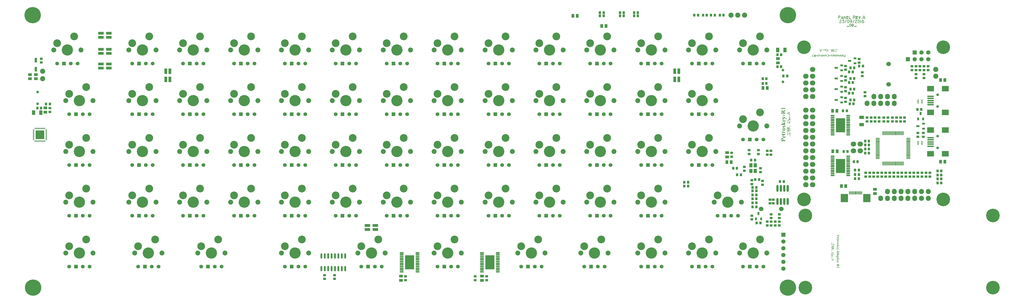
<source format=gts>
G04 Layer_Color=8388736*
%FSLAX44Y44*%
%MOMM*%
G71*
G01*
G75*
%ADD54C,1.6000*%
%ADD87R,1.1000X1.4000*%
%ADD88R,0.9000X1.0000*%
%ADD89R,1.0000X0.9000*%
%ADD90R,1.2000X0.7500*%
%ADD91R,1.0000X0.7500*%
%ADD92R,0.7500X1.2000*%
%ADD93R,0.7500X1.0000*%
%ADD94R,1.4000X1.1000*%
%ADD95R,1.8000X1.2000*%
%ADD96R,3.5000X5.3000*%
%ADD97O,1.5000X0.5500*%
%ADD98R,0.6000X0.4000*%
%ADD99O,1.5000X0.4000*%
%ADD100O,0.4000X1.5000*%
%ADD101R,2.3500X0.6000*%
%ADD102R,2.6000X2.1000*%
%ADD103R,2.8000X3.1000*%
%ADD104R,0.4000X1.3000*%
%ADD105R,1.1000X2.1000*%
%ADD106R,1.2000X1.8000*%
%ADD107R,0.6000X0.4000*%
%ADD108R,0.4000X0.6000*%
%ADD109R,3.3000X3.3000*%
%ADD110R,0.9000X1.7000*%
%ADD111R,1.2498X1.4995*%
%ADD112O,0.8000X2.6000*%
%ADD113R,2.1000X1.1000*%
%ADD114O,0.7000X2.0000*%
%ADD115C,5.1000*%
%ADD116O,2.1000X1.8000*%
%ADD117C,1.9000*%
%ADD118R,1.6000X1.6000*%
%ADD119O,1.8000X2.1000*%
%ADD120C,1.0000*%
%ADD121C,1.7000*%
%ADD122C,4.2000*%
%ADD123C,1.8500*%
%ADD124C,2.9000*%
%ADD125C,1.4000*%
%ADD126R,1.4000X1.4000*%
%ADD127R,1.6000X1.6000*%
%ADD128C,6.1000*%
G36*
X2969764Y1677168D02*
X2969785Y1677262D01*
X2969806Y1677376D01*
X2969848Y1677491D01*
X2969900Y1677605D01*
X2969973Y1677699D01*
X2969983Y1677710D01*
X2970014Y1677741D01*
X2970056Y1677772D01*
X2970118Y1677814D01*
X2970191Y1677866D01*
X2970275Y1677897D01*
X2970379Y1677928D01*
X2970483Y1677939D01*
X2970493D01*
X2970545D01*
X2970608Y1677928D01*
X2970691Y1677907D01*
X2970785Y1677887D01*
X2970889Y1677845D01*
X2970993Y1677793D01*
X2971097Y1677720D01*
X2971108Y1677710D01*
X2971139Y1677689D01*
X2971181Y1677647D01*
X2971233Y1677605D01*
X2971327Y1677522D01*
X2971368Y1677491D01*
X2971400Y1677470D01*
X2971410Y1677460D01*
X2971441Y1677449D01*
X2971483Y1677439D01*
X2971545Y1677428D01*
X2971555D01*
X2971577D01*
X2971618Y1677439D01*
X2971660Y1677449D01*
X2971785Y1677491D01*
X2971847Y1677522D01*
X2971910Y1677574D01*
X2971920Y1677585D01*
X2971951Y1677616D01*
X2972003Y1677668D01*
X2972066Y1677741D01*
X2972128Y1677834D01*
X2972201Y1677939D01*
X2972264Y1678074D01*
X2972326Y1678220D01*
Y1678230D01*
X2972337Y1678251D01*
X2972347Y1678282D01*
X2972357Y1678334D01*
X2972378Y1678387D01*
X2972389Y1678459D01*
X2972409Y1678543D01*
X2972430Y1678636D01*
X2972472Y1678845D01*
X2972503Y1679084D01*
X2972524Y1679344D01*
X2972534Y1679626D01*
Y1681052D01*
X2972524Y1681417D01*
Y1681542D01*
X2972514Y1681625D01*
Y1681709D01*
X2972503Y1681781D01*
X2972493Y1681854D01*
X2972482Y1681906D01*
Y1681917D01*
X2972472Y1681938D01*
X2972451Y1681969D01*
X2972430Y1682010D01*
X2972357Y1682104D01*
X2972253Y1682177D01*
X2972243D01*
X2972222Y1682188D01*
X2972180Y1682208D01*
X2972128Y1682219D01*
X2972055Y1682240D01*
X2971962Y1682250D01*
X2971847Y1682260D01*
X2971722Y1682271D01*
Y1682500D01*
X2975065D01*
Y1682271D01*
X2975044D01*
X2975003Y1682260D01*
X2974930Y1682250D01*
X2974846Y1682229D01*
X2974763Y1682208D01*
X2974669Y1682167D01*
X2974586Y1682115D01*
X2974524Y1682052D01*
X2974513Y1682042D01*
X2974503Y1682010D01*
X2974482Y1681948D01*
X2974451Y1681854D01*
X2974440Y1681792D01*
X2974420Y1681719D01*
X2974409Y1681636D01*
X2974398Y1681542D01*
X2974388Y1681438D01*
Y1681323D01*
X2974378Y1681188D01*
Y1677449D01*
X2974388Y1677345D01*
Y1677231D01*
X2974398Y1677116D01*
X2974420Y1677022D01*
X2974440Y1676949D01*
Y1676939D01*
X2974451Y1676918D01*
X2974461Y1676887D01*
X2974482Y1676845D01*
X2974544Y1676752D01*
X2974628Y1676679D01*
X2974638D01*
X2974649Y1676658D01*
X2974680Y1676647D01*
X2974732Y1676626D01*
X2974784Y1676606D01*
X2974867Y1676585D01*
X2974961Y1676564D01*
X2975065Y1676543D01*
Y1676314D01*
X2972534D01*
Y1677730D01*
X2972524Y1677720D01*
X2972503Y1677689D01*
X2972472Y1677637D01*
X2972430Y1677574D01*
X2972378Y1677501D01*
X2972316Y1677408D01*
X2972170Y1677210D01*
X2972003Y1677001D01*
X2971826Y1676793D01*
X2971732Y1676689D01*
X2971639Y1676606D01*
X2971545Y1676522D01*
X2971462Y1676460D01*
X2971451D01*
X2971441Y1676449D01*
X2971378Y1676408D01*
X2971295Y1676356D01*
X2971170Y1676293D01*
X2971035Y1676241D01*
X2970879Y1676189D01*
X2970722Y1676147D01*
X2970556Y1676137D01*
X2970535D01*
X2970493D01*
X2970431Y1676147D01*
X2970348Y1676168D01*
X2970254Y1676189D01*
X2970160Y1676231D01*
X2970056Y1676293D01*
X2969973Y1676366D01*
X2969962Y1676377D01*
X2969941Y1676408D01*
X2969900Y1676460D01*
X2969858Y1676533D01*
X2969827Y1676626D01*
X2969785Y1676731D01*
X2969764Y1676866D01*
X2969754Y1677012D01*
Y1677085D01*
X2969764Y1677168D01*
D02*
G37*
G36*
X2963287Y1679636D02*
X2963297Y1679751D01*
X2963308Y1679886D01*
X2963329Y1680032D01*
X2963360Y1680188D01*
X2963443Y1680542D01*
X2963495Y1680719D01*
X2963558Y1680907D01*
X2963630Y1681094D01*
X2963724Y1681271D01*
X2963828Y1681459D01*
X2963943Y1681625D01*
X2963954Y1681636D01*
X2963985Y1681667D01*
X2964026Y1681719D01*
X2964089Y1681792D01*
X2964172Y1681875D01*
X2964276Y1681958D01*
X2964391Y1682052D01*
X2964526Y1682156D01*
X2964672Y1682250D01*
X2964839Y1682354D01*
X2965026Y1682437D01*
X2965224Y1682521D01*
X2965443Y1682594D01*
X2965672Y1682646D01*
X2965911Y1682677D01*
X2966172Y1682687D01*
X2966182D01*
X2966234D01*
X2966307Y1682677D01*
X2966401D01*
X2966515Y1682656D01*
X2966651Y1682635D01*
X2966796Y1682604D01*
X2966953Y1682563D01*
X2967130Y1682510D01*
X2967296Y1682448D01*
X2967484Y1682375D01*
X2967661Y1682281D01*
X2967827Y1682167D01*
X2967994Y1682042D01*
X2968161Y1681886D01*
X2968306Y1681719D01*
X2968317Y1681709D01*
X2968338Y1681677D01*
X2968379Y1681615D01*
X2968421Y1681542D01*
X2968484Y1681448D01*
X2968546Y1681344D01*
X2968608Y1681209D01*
X2968681Y1681063D01*
X2968754Y1680907D01*
X2968817Y1680730D01*
X2968879Y1680542D01*
X2968942Y1680344D01*
X2968983Y1680136D01*
X2969025Y1679917D01*
X2969046Y1679688D01*
X2969056Y1679449D01*
Y1679386D01*
X2969046Y1679324D01*
Y1679220D01*
X2969035Y1679105D01*
X2969015Y1678970D01*
X2968994Y1678824D01*
X2968962Y1678657D01*
X2968921Y1678480D01*
X2968869Y1678293D01*
X2968806Y1678105D01*
X2968734Y1677907D01*
X2968650Y1677710D01*
X2968546Y1677512D01*
X2968431Y1677314D01*
X2968296Y1677126D01*
X2968286Y1677116D01*
X2968265Y1677085D01*
X2968213Y1677033D01*
X2968150Y1676970D01*
X2968077Y1676897D01*
X2967984Y1676814D01*
X2967869Y1676720D01*
X2967744Y1676626D01*
X2967598Y1676543D01*
X2967442Y1676449D01*
X2967275Y1676366D01*
X2967088Y1676293D01*
X2966880Y1676231D01*
X2966661Y1676179D01*
X2966432Y1676147D01*
X2966192Y1676137D01*
X2966182D01*
X2966151D01*
X2966109D01*
X2966057Y1676147D01*
X2965984D01*
X2965901Y1676158D01*
X2965807Y1676168D01*
X2965703Y1676189D01*
X2965474Y1676241D01*
X2965214Y1676314D01*
X2964953Y1676418D01*
X2964693Y1676554D01*
X2964682D01*
X2964662Y1676574D01*
X2964630Y1676595D01*
X2964578Y1676626D01*
X2964453Y1676731D01*
X2964297Y1676856D01*
X2964130Y1677022D01*
X2963954Y1677231D01*
X2963787Y1677470D01*
X2963641Y1677741D01*
Y1677751D01*
X2963620Y1677772D01*
X2963610Y1677814D01*
X2963578Y1677876D01*
X2963558Y1677949D01*
X2963526Y1678032D01*
X2963495Y1678126D01*
X2963453Y1678241D01*
X2963422Y1678355D01*
X2963391Y1678491D01*
X2963329Y1678772D01*
X2963287Y1679084D01*
X2963276Y1679417D01*
Y1679542D01*
X2963287Y1679636D01*
D02*
G37*
G36*
X2977158Y1676960D02*
Y1680969D01*
X2977148Y1681073D01*
Y1681188D01*
X2977137Y1681302D01*
X2977127Y1681407D01*
X2977117Y1681479D01*
Y1681490D01*
X2977106Y1681500D01*
X2977075Y1681573D01*
X2977023Y1681646D01*
X2976940Y1681729D01*
X2976929D01*
X2976919Y1681740D01*
X2976867Y1681771D01*
X2976794Y1681813D01*
X2976711Y1681823D01*
X2976690D01*
X2976638Y1681813D01*
X2976554Y1681792D01*
X2976450Y1681740D01*
X2976325Y1681667D01*
X2976263Y1681604D01*
X2976190Y1681542D01*
X2976117Y1681469D01*
X2976054Y1681386D01*
X2975982Y1681281D01*
X2975909Y1681167D01*
X2975700Y1681313D01*
X2975711Y1681323D01*
X2975721Y1681365D01*
X2975763Y1681427D01*
X2975804Y1681511D01*
X2975867Y1681604D01*
X2975930Y1681719D01*
X2976023Y1681833D01*
X2976117Y1681948D01*
X2976231Y1682063D01*
X2976367Y1682177D01*
X2976502Y1682292D01*
X2976659Y1682385D01*
X2976836Y1682469D01*
X2977023Y1682531D01*
X2977221Y1682573D01*
X2977440Y1682583D01*
X2977450D01*
X2977460D01*
X2977491D01*
X2977533Y1682573D01*
X2977648Y1682563D01*
X2977783Y1682542D01*
X2977939Y1682500D01*
X2978106Y1682448D01*
X2978273Y1682365D01*
X2978429Y1682260D01*
X2978450Y1682250D01*
X2978491Y1682208D01*
X2978564Y1682135D01*
X2978647Y1682052D01*
X2978731Y1681938D01*
X2978824Y1681813D01*
X2978897Y1681677D01*
X2978950Y1681532D01*
Y1681521D01*
X2978960Y1681479D01*
X2978970Y1681407D01*
Y1681354D01*
X2978981Y1681292D01*
X2978991Y1681219D01*
Y1681136D01*
X2979001Y1681032D01*
Y1680792D01*
X2979012Y1680646D01*
Y1676960D01*
X2979814D01*
Y1676731D01*
X2979803Y1676720D01*
X2979772Y1676699D01*
X2979731Y1676668D01*
X2979679Y1676626D01*
X2979606Y1676574D01*
X2979522Y1676512D01*
X2979324Y1676356D01*
X2979106Y1676179D01*
X2978877Y1675970D01*
X2978637Y1675741D01*
X2978408Y1675502D01*
X2978398Y1675491D01*
X2978377Y1675470D01*
X2978346Y1675439D01*
X2978304Y1675387D01*
X2978252Y1675325D01*
X2978200Y1675252D01*
X2978127Y1675168D01*
X2978054Y1675075D01*
X2977898Y1674856D01*
X2977721Y1674606D01*
X2977544Y1674335D01*
X2977377Y1674044D01*
X2977158D01*
Y1676314D01*
X2975690D01*
Y1676960D01*
X2977158D01*
D02*
G37*
G36*
X2988103Y1679636D02*
X2988114Y1679751D01*
X2988124Y1679886D01*
X2988145Y1680032D01*
X2988176Y1680188D01*
X2988260Y1680542D01*
X2988312Y1680719D01*
X2988374Y1680907D01*
X2988447Y1681094D01*
X2988541Y1681271D01*
X2988645Y1681459D01*
X2988759Y1681625D01*
X2988770Y1681636D01*
X2988801Y1681667D01*
X2988843Y1681719D01*
X2988905Y1681792D01*
X2988989Y1681875D01*
X2989093Y1681958D01*
X2989207Y1682052D01*
X2989343Y1682156D01*
X2989489Y1682250D01*
X2989655Y1682354D01*
X2989843Y1682437D01*
X2990041Y1682521D01*
X2990259Y1682594D01*
X2990488Y1682646D01*
X2990728Y1682677D01*
X2990988Y1682687D01*
X2990999D01*
X2991051D01*
X2991123Y1682677D01*
X2991217D01*
X2991332Y1682656D01*
X2991467Y1682635D01*
X2991613Y1682604D01*
X2991769Y1682563D01*
X2991946Y1682510D01*
X2992113Y1682448D01*
X2992300Y1682375D01*
X2992477Y1682281D01*
X2992644Y1682167D01*
X2992811Y1682042D01*
X2992977Y1681886D01*
X2993123Y1681719D01*
X2993134Y1681709D01*
X2993154Y1681677D01*
X2993196Y1681615D01*
X2993238Y1681542D01*
X2993300Y1681448D01*
X2993362Y1681344D01*
X2993425Y1681209D01*
X2993498Y1681063D01*
X2993571Y1680907D01*
X2993633Y1680730D01*
X2993696Y1680542D01*
X2993758Y1680344D01*
X2993800Y1680136D01*
X2993842Y1679917D01*
X2993862Y1679688D01*
X2993873Y1679449D01*
Y1679386D01*
X2993862Y1679324D01*
Y1679220D01*
X2993852Y1679105D01*
X2993831Y1678970D01*
X2993810Y1678824D01*
X2993779Y1678657D01*
X2993737Y1678480D01*
X2993685Y1678293D01*
X2993623Y1678105D01*
X2993550Y1677907D01*
X2993467Y1677710D01*
X2993362Y1677512D01*
X2993248Y1677314D01*
X2993112Y1677126D01*
X2993102Y1677116D01*
X2993081Y1677085D01*
X2993029Y1677033D01*
X2992967Y1676970D01*
X2992894Y1676897D01*
X2992800Y1676814D01*
X2992686Y1676720D01*
X2992561Y1676626D01*
X2992415Y1676543D01*
X2992259Y1676449D01*
X2992092Y1676366D01*
X2991905Y1676293D01*
X2991696Y1676231D01*
X2991478Y1676179D01*
X2991248Y1676147D01*
X2991009Y1676137D01*
X2990999D01*
X2990967D01*
X2990926D01*
X2990874Y1676147D01*
X2990801D01*
X2990717Y1676158D01*
X2990623Y1676168D01*
X2990519Y1676189D01*
X2990291Y1676241D01*
X2990030Y1676314D01*
X2989770Y1676418D01*
X2989509Y1676554D01*
X2989499D01*
X2989478Y1676574D01*
X2989447Y1676595D01*
X2989395Y1676626D01*
X2989270Y1676731D01*
X2989113Y1676856D01*
X2988947Y1677022D01*
X2988770Y1677231D01*
X2988603Y1677470D01*
X2988458Y1677741D01*
Y1677751D01*
X2988437Y1677772D01*
X2988426Y1677814D01*
X2988395Y1677876D01*
X2988374Y1677949D01*
X2988343Y1678032D01*
X2988312Y1678126D01*
X2988270Y1678241D01*
X2988239Y1678355D01*
X2988208Y1678491D01*
X2988145Y1678772D01*
X2988103Y1679084D01*
X2988093Y1679417D01*
Y1679542D01*
X2988103Y1679636D01*
D02*
G37*
G36*
X2983605Y1682500D02*
Y1682271D01*
X2983594D01*
X2983553Y1682260D01*
X2983490Y1682240D01*
X2983417Y1682219D01*
X2983334Y1682177D01*
X2983250Y1682125D01*
X2983167Y1682063D01*
X2983105Y1681979D01*
X2983094Y1681969D01*
X2983084Y1681948D01*
X2983063Y1681896D01*
X2983042Y1681813D01*
X2983022Y1681709D01*
X2983011Y1681563D01*
X2983000Y1681479D01*
X2982990Y1681386D01*
Y1678157D01*
X2983000Y1678012D01*
Y1677845D01*
X2983011Y1677689D01*
X2983032Y1677553D01*
X2983042Y1677501D01*
X2983053Y1677460D01*
Y1677449D01*
X2983063Y1677428D01*
X2983084Y1677387D01*
X2983105Y1677345D01*
X2983167Y1677241D01*
X2983261Y1677147D01*
X2983271Y1677137D01*
X2983282Y1677126D01*
X2983344Y1677085D01*
X2983448Y1677054D01*
X2983500Y1677033D01*
X2983563D01*
X2983573D01*
X2983584D01*
X2983615D01*
X2983657Y1677043D01*
X2983771Y1677074D01*
X2983907Y1677137D01*
X2983990Y1677178D01*
X2984073Y1677231D01*
X2984156Y1677293D01*
X2984250Y1677366D01*
X2984344Y1677460D01*
X2984427Y1677574D01*
X2984521Y1677689D01*
X2984615Y1677834D01*
Y1681271D01*
X2984604Y1681386D01*
X2984594Y1681532D01*
X2984583Y1681677D01*
X2984563Y1681823D01*
X2984531Y1681948D01*
X2984510Y1682000D01*
X2984490Y1682042D01*
X2984479Y1682052D01*
X2984459Y1682073D01*
X2984427Y1682104D01*
X2984375Y1682135D01*
X2984313Y1682177D01*
X2984229Y1682219D01*
X2984125Y1682250D01*
X2984000Y1682271D01*
Y1682500D01*
X2987135D01*
Y1682271D01*
X2987114D01*
X2987072Y1682260D01*
X2987000Y1682250D01*
X2986916Y1682229D01*
X2986833Y1682198D01*
X2986739Y1682156D01*
X2986656Y1682094D01*
X2986583Y1682021D01*
X2986573Y1682010D01*
X2986562Y1681990D01*
X2986541Y1681938D01*
X2986520Y1681854D01*
X2986500Y1681750D01*
Y1681677D01*
X2986489Y1681594D01*
X2986479Y1681500D01*
X2986469Y1681396D01*
Y1677543D01*
X2986479Y1677428D01*
X2986489Y1677283D01*
X2986500Y1677137D01*
X2986520Y1676991D01*
X2986562Y1676866D01*
X2986583Y1676824D01*
X2986604Y1676783D01*
X2986614Y1676772D01*
X2986625Y1676752D01*
X2986666Y1676720D01*
X2986718Y1676689D01*
X2986791Y1676647D01*
X2986885Y1676606D01*
X2987000Y1676574D01*
X2987135Y1676543D01*
Y1676314D01*
X2984615D01*
Y1677116D01*
X2984604Y1677106D01*
X2984594Y1677095D01*
X2984531Y1677033D01*
X2984448Y1676939D01*
X2984323Y1676835D01*
X2984188Y1676710D01*
X2984032Y1676585D01*
X2983875Y1676470D01*
X2983709Y1676377D01*
X2983688Y1676366D01*
X2983636Y1676335D01*
X2983542Y1676304D01*
X2983428Y1676252D01*
X2983292Y1676210D01*
X2983126Y1676179D01*
X2982959Y1676147D01*
X2982772Y1676137D01*
X2982761D01*
X2982740D01*
X2982709D01*
X2982667D01*
X2982563Y1676158D01*
X2982417Y1676179D01*
X2982261Y1676220D01*
X2982095Y1676283D01*
X2981928Y1676366D01*
X2981772Y1676481D01*
X2981751Y1676491D01*
X2981709Y1676543D01*
X2981636Y1676616D01*
X2981553Y1676710D01*
X2981470Y1676824D01*
X2981386Y1676970D01*
X2981313Y1677126D01*
X2981251Y1677303D01*
X2981241Y1677324D01*
Y1677345D01*
X2981230Y1677376D01*
X2981220Y1677418D01*
X2981209Y1677480D01*
X2981199Y1677543D01*
X2981189Y1677626D01*
X2981178Y1677720D01*
X2981168Y1677824D01*
Y1677939D01*
X2981157Y1678074D01*
X2981147Y1678220D01*
X2981136Y1678376D01*
Y1681271D01*
X2981126Y1681396D01*
X2981116Y1681542D01*
X2981105Y1681688D01*
X2981084Y1681833D01*
X2981053Y1681958D01*
X2981032Y1682010D01*
X2981011Y1682052D01*
X2981001Y1682063D01*
X2980980Y1682083D01*
X2980949Y1682115D01*
X2980897Y1682146D01*
X2980824Y1682188D01*
X2980730Y1682219D01*
X2980616Y1682250D01*
X2980470Y1682271D01*
Y1682500D01*
X2983605D01*
D02*
G37*
G36*
X2962516D02*
Y1682271D01*
X2962495D01*
X2962454Y1682260D01*
X2962381Y1682250D01*
X2962287Y1682240D01*
X2962183Y1682208D01*
X2962089Y1682167D01*
X2961985Y1682104D01*
X2961902Y1682031D01*
X2961891Y1682021D01*
X2961881Y1682000D01*
X2961860Y1681948D01*
X2961829Y1681875D01*
X2961808Y1681771D01*
X2961787Y1681625D01*
X2961777Y1681542D01*
Y1681448D01*
X2961766Y1681334D01*
Y1674710D01*
X2961777Y1674596D01*
X2961787Y1674460D01*
X2961808Y1674325D01*
X2961829Y1674190D01*
X2961871Y1674065D01*
X2961891Y1674023D01*
X2961923Y1673981D01*
X2961933Y1673971D01*
X2961954Y1673950D01*
X2961996Y1673919D01*
X2962058Y1673888D01*
X2962131Y1673846D01*
X2962235Y1673815D01*
X2962360Y1673784D01*
X2962516Y1673763D01*
Y1673533D01*
X2959913D01*
Y1681323D01*
X2959902Y1681438D01*
X2959892Y1681573D01*
X2959882Y1681719D01*
X2959850Y1681865D01*
X2959819Y1681979D01*
X2959788Y1682031D01*
X2959767Y1682073D01*
X2959756Y1682083D01*
X2959736Y1682104D01*
X2959694Y1682125D01*
X2959632Y1682167D01*
X2959548Y1682198D01*
X2959444Y1682229D01*
X2959319Y1682260D01*
X2959163Y1682271D01*
Y1682500D01*
X2962516D01*
D02*
G37*
G36*
X3036167Y1702021D02*
X3036198Y1702063D01*
X3036261Y1702125D01*
X3036334Y1702188D01*
X3036427Y1702260D01*
X3036531Y1702323D01*
X3036656Y1702365D01*
X3036802Y1702385D01*
X3036813D01*
X3036833D01*
X3036865D01*
X3036906Y1702375D01*
X3037021Y1702365D01*
X3037146Y1702323D01*
X3037281Y1702271D01*
X3037385Y1702188D01*
X3037437Y1702135D01*
X3037469Y1702073D01*
X3037490Y1702010D01*
X3037500Y1701927D01*
Y1701917D01*
X3037490Y1701865D01*
X3037479Y1701802D01*
X3037448Y1701698D01*
X3037396Y1701573D01*
X3037333Y1701427D01*
X3037229Y1701250D01*
X3037094Y1701053D01*
X3036667D01*
X3036646Y1701073D01*
X3036604Y1701125D01*
X3036531Y1701209D01*
X3036459Y1701313D01*
X3036386Y1701417D01*
X3036313Y1701521D01*
X3036271Y1701604D01*
X3036250Y1701677D01*
Y1701719D01*
X3036240Y1701771D01*
Y1701823D01*
X3036230Y1701886D01*
X3036208Y1701938D01*
X3036188Y1701979D01*
X3036157Y1702000D01*
X3036167Y1702021D01*
D02*
G37*
G36*
X3033845Y1702146D02*
X3033865Y1702240D01*
X3033876D01*
X3033886Y1702250D01*
X3033949Y1702281D01*
X3034053Y1702323D01*
X3034167Y1702365D01*
X3034313Y1702417D01*
X3034449Y1702458D01*
X3034594Y1702490D01*
X3034730Y1702500D01*
X3034740D01*
X3034771Y1702479D01*
X3034834Y1702448D01*
X3034886Y1702417D01*
X3034938Y1702375D01*
X3034948Y1702365D01*
X3034959Y1702354D01*
X3035021Y1702302D01*
X3035084Y1702260D01*
X3035115Y1702240D01*
X3035126Y1702229D01*
Y1702219D01*
X3035146Y1702188D01*
X3035167Y1702135D01*
X3035188Y1702063D01*
X3035209Y1701990D01*
X3035230Y1701906D01*
X3035240Y1701813D01*
X3035251Y1701729D01*
Y1701709D01*
X3035230Y1701646D01*
X3035219Y1701604D01*
X3035198Y1701552D01*
X3035167Y1701479D01*
X3035126Y1701407D01*
X3035115Y1701396D01*
X3035105Y1701365D01*
X3035074Y1701323D01*
X3035032Y1701271D01*
X3034990Y1701219D01*
X3034938Y1701177D01*
X3034886Y1701146D01*
X3034824Y1701136D01*
X3034813D01*
X3034803D01*
X3034771Y1701146D01*
X3034730D01*
X3034636Y1701157D01*
X3034521Y1701177D01*
X3034397Y1701188D01*
X3034282Y1701209D01*
X3034188Y1701219D01*
X3034157D01*
X3034126D01*
X3034115Y1701230D01*
X3034084Y1701271D01*
X3034032Y1701334D01*
X3033980Y1701417D01*
X3033928Y1701521D01*
X3033876Y1701656D01*
X3033845Y1701802D01*
X3033834Y1701979D01*
Y1702063D01*
X3033845Y1702146D01*
D02*
G37*
G36*
X2943740Y1682500D02*
Y1682271D01*
X2943511D01*
X2943500D01*
X2943490D01*
X2943459D01*
X2943417D01*
X2943313Y1682260D01*
X2943188Y1682250D01*
X2943052Y1682240D01*
X2942917Y1682219D01*
X2942792Y1682188D01*
X2942688Y1682146D01*
X2942678Y1682135D01*
X2942646Y1682125D01*
X2942605Y1682094D01*
X2942552Y1682052D01*
X2942501Y1682000D01*
X2942438Y1681938D01*
X2942397Y1681865D01*
X2942355Y1681781D01*
Y1681771D01*
X2942344Y1681729D01*
X2942324Y1681656D01*
X2942303Y1681552D01*
Y1681490D01*
X2942292Y1681407D01*
X2942282Y1681313D01*
X2942271Y1681219D01*
Y1681104D01*
X2942261Y1680969D01*
Y1675825D01*
X2942271Y1675700D01*
Y1675564D01*
X2942282Y1675439D01*
X2942303Y1675325D01*
X2942313Y1675283D01*
X2942324Y1675252D01*
Y1675241D01*
X2942334Y1675221D01*
X2942375Y1675158D01*
X2942448Y1675075D01*
X2942552Y1674991D01*
X2942563Y1674981D01*
X2942584Y1674971D01*
X2942615Y1674950D01*
X2942657Y1674929D01*
X2942771Y1674898D01*
X2942844Y1674877D01*
X2942917D01*
X2942928D01*
X2942980D01*
X2943052Y1674887D01*
X2943146Y1674898D01*
X2943271Y1674929D01*
X2943407Y1674960D01*
X2943563Y1675012D01*
X2943740Y1675085D01*
X2943854Y1674856D01*
X2940553Y1673346D01*
X2940334D01*
Y1680959D01*
X2940324Y1681125D01*
Y1681313D01*
X2940303Y1681490D01*
X2940293Y1681636D01*
X2940282Y1681698D01*
X2940272Y1681750D01*
Y1681761D01*
X2940262Y1681792D01*
X2940241Y1681833D01*
X2940209Y1681886D01*
X2940168Y1681938D01*
X2940116Y1682000D01*
X2940053Y1682063D01*
X2939970Y1682125D01*
X2939959Y1682135D01*
X2939928Y1682146D01*
X2939866Y1682167D01*
X2939782Y1682198D01*
X2939678Y1682229D01*
X2939554Y1682250D01*
X2939397Y1682260D01*
X2939220Y1682271D01*
X2939012D01*
Y1682500D01*
X2943740D01*
D02*
G37*
G36*
X2958694Y1680074D02*
Y1678709D01*
X2954841D01*
Y1680074D01*
X2958694D01*
D02*
G37*
G36*
X2947437Y1682500D02*
X2950321Y1678418D01*
X2950905D01*
Y1681177D01*
X2950894Y1681323D01*
X2950884Y1681479D01*
X2950873Y1681636D01*
X2950853Y1681761D01*
X2950832Y1681813D01*
X2950821Y1681854D01*
Y1681865D01*
X2950800Y1681886D01*
X2950780Y1681917D01*
X2950748Y1681958D01*
X2950707Y1682010D01*
X2950655Y1682063D01*
X2950582Y1682115D01*
X2950509Y1682156D01*
X2950498D01*
X2950467Y1682177D01*
X2950405Y1682188D01*
X2950321Y1682208D01*
X2950207Y1682229D01*
X2950061Y1682240D01*
X2949874Y1682260D01*
X2949666D01*
Y1682500D01*
X2954247D01*
Y1682260D01*
X2954237D01*
X2954216D01*
X2954185D01*
X2954143D01*
X2954039Y1682250D01*
X2953914D01*
X2953779Y1682229D01*
X2953633Y1682208D01*
X2953508Y1682188D01*
X2953414Y1682146D01*
X2953404Y1682135D01*
X2953383Y1682125D01*
X2953341Y1682104D01*
X2953289Y1682063D01*
X2953185Y1681979D01*
X2953144Y1681917D01*
X2953102Y1681854D01*
Y1681844D01*
X2953092Y1681813D01*
X2953071Y1681761D01*
X2953050Y1681667D01*
X2953040Y1681552D01*
X2953029Y1681469D01*
X2953019Y1681386D01*
Y1681292D01*
X2953008Y1681188D01*
Y1674856D01*
X2953019Y1674710D01*
X2953029Y1674554D01*
X2953050Y1674408D01*
X2953071Y1674283D01*
X2953081Y1674231D01*
X2953102Y1674190D01*
Y1674179D01*
X2953123Y1674158D01*
X2953144Y1674127D01*
X2953175Y1674086D01*
X2953217Y1674033D01*
X2953279Y1673981D01*
X2953341Y1673929D01*
X2953425Y1673888D01*
X2953435Y1673877D01*
X2953466Y1673867D01*
X2953529Y1673846D01*
X2953612Y1673825D01*
X2953716Y1673804D01*
X2953862Y1673794D01*
X2954039Y1673773D01*
X2954247D01*
Y1673533D01*
X2950092D01*
X2950071D01*
X2950020D01*
X2949936D01*
X2949821D01*
X2949697Y1673544D01*
X2949540D01*
X2949363Y1673554D01*
X2949186Y1673565D01*
X2948801Y1673586D01*
X2948405Y1673627D01*
X2948218Y1673658D01*
X2948030Y1673690D01*
X2947864Y1673721D01*
X2947718Y1673763D01*
X2947708D01*
X2947687Y1673773D01*
X2947645Y1673784D01*
X2947593Y1673804D01*
X2947531Y1673835D01*
X2947447Y1673867D01*
X2947281Y1673950D01*
X2947083Y1674065D01*
X2946874Y1674210D01*
X2946666Y1674388D01*
X2946479Y1674596D01*
X2946468Y1674606D01*
X2946458Y1674627D01*
X2946437Y1674658D01*
X2946406Y1674700D01*
X2946364Y1674762D01*
X2946323Y1674825D01*
X2946281Y1674908D01*
X2946239Y1675002D01*
X2946156Y1675210D01*
X2946072Y1675450D01*
X2946021Y1675721D01*
X2945999Y1675866D01*
Y1676106D01*
X2946010Y1676179D01*
X2946021Y1676262D01*
X2946041Y1676356D01*
X2946062Y1676470D01*
X2946093Y1676585D01*
X2946125Y1676710D01*
X2946177Y1676845D01*
X2946229Y1676981D01*
X2946302Y1677116D01*
X2946385Y1677251D01*
X2946479Y1677387D01*
X2946593Y1677522D01*
X2946718Y1677647D01*
X2946739Y1677668D01*
X2946770Y1677689D01*
X2946801Y1677720D01*
X2946906Y1677793D01*
X2947051Y1677876D01*
X2947228Y1677980D01*
X2947447Y1678085D01*
X2947708Y1678189D01*
X2947999Y1678272D01*
X2945844Y1681313D01*
Y1681323D01*
X2945822Y1681334D01*
X2945802Y1681365D01*
X2945771Y1681407D01*
X2945698Y1681500D01*
X2945604Y1681625D01*
X2945510Y1681750D01*
X2945406Y1681865D01*
X2945312Y1681969D01*
X2945239Y1682042D01*
X2945229Y1682052D01*
X2945187Y1682073D01*
X2945135Y1682104D01*
X2945062Y1682146D01*
X2944969Y1682188D01*
X2944854Y1682219D01*
X2944740Y1682250D01*
X2944604Y1682260D01*
Y1682500D01*
X2947437D01*
D02*
G37*
G36*
X3041215Y1677168D02*
X3041236Y1677262D01*
X3041256Y1677376D01*
X3041298Y1677491D01*
X3041350Y1677605D01*
X3041423Y1677699D01*
X3041433Y1677710D01*
X3041465Y1677741D01*
X3041506Y1677772D01*
X3041569Y1677814D01*
X3041642Y1677866D01*
X3041725Y1677897D01*
X3041829Y1677928D01*
X3041933Y1677939D01*
X3041944D01*
X3041996D01*
X3042058Y1677928D01*
X3042142Y1677907D01*
X3042235Y1677887D01*
X3042339Y1677845D01*
X3042444Y1677793D01*
X3042548Y1677720D01*
X3042558Y1677710D01*
X3042589Y1677689D01*
X3042631Y1677647D01*
X3042683Y1677605D01*
X3042777Y1677522D01*
X3042819Y1677491D01*
X3042850Y1677470D01*
X3042860Y1677460D01*
X3042892Y1677449D01*
X3042933Y1677439D01*
X3042996Y1677428D01*
X3043006D01*
X3043027D01*
X3043069Y1677439D01*
X3043110Y1677449D01*
X3043235Y1677491D01*
X3043298Y1677522D01*
X3043360Y1677574D01*
X3043370Y1677585D01*
X3043402Y1677616D01*
X3043454Y1677668D01*
X3043516Y1677741D01*
X3043579Y1677834D01*
X3043652Y1677939D01*
X3043714Y1678074D01*
X3043777Y1678220D01*
Y1678230D01*
X3043787Y1678251D01*
X3043798Y1678282D01*
X3043808Y1678334D01*
X3043829Y1678387D01*
X3043839Y1678459D01*
X3043860Y1678543D01*
X3043881Y1678636D01*
X3043922Y1678845D01*
X3043954Y1679084D01*
X3043975Y1679344D01*
X3043985Y1679626D01*
Y1681052D01*
X3043975Y1681417D01*
Y1681542D01*
X3043964Y1681625D01*
Y1681709D01*
X3043954Y1681781D01*
X3043943Y1681854D01*
X3043933Y1681906D01*
Y1681917D01*
X3043922Y1681938D01*
X3043902Y1681969D01*
X3043881Y1682010D01*
X3043808Y1682104D01*
X3043704Y1682177D01*
X3043694D01*
X3043672Y1682188D01*
X3043631Y1682208D01*
X3043579Y1682219D01*
X3043506Y1682240D01*
X3043412Y1682250D01*
X3043298Y1682260D01*
X3043173Y1682271D01*
Y1682500D01*
X3046516D01*
Y1682271D01*
X3046495D01*
X3046453Y1682260D01*
X3046380Y1682250D01*
X3046297Y1682229D01*
X3046214Y1682208D01*
X3046120Y1682167D01*
X3046036Y1682115D01*
X3045974Y1682052D01*
X3045964Y1682042D01*
X3045953Y1682010D01*
X3045932Y1681948D01*
X3045901Y1681854D01*
X3045891Y1681792D01*
X3045870Y1681719D01*
X3045859Y1681636D01*
X3045849Y1681542D01*
X3045839Y1681438D01*
Y1681323D01*
X3045828Y1681188D01*
Y1677449D01*
X3045839Y1677345D01*
Y1677231D01*
X3045849Y1677116D01*
X3045870Y1677022D01*
X3045891Y1676949D01*
Y1676939D01*
X3045901Y1676918D01*
X3045912Y1676887D01*
X3045932Y1676845D01*
X3045995Y1676752D01*
X3046078Y1676679D01*
X3046089D01*
X3046099Y1676658D01*
X3046130Y1676647D01*
X3046182Y1676626D01*
X3046234Y1676606D01*
X3046318Y1676585D01*
X3046411Y1676564D01*
X3046516Y1676543D01*
Y1676314D01*
X3043985D01*
Y1677730D01*
X3043975Y1677720D01*
X3043954Y1677689D01*
X3043922Y1677637D01*
X3043881Y1677574D01*
X3043829Y1677501D01*
X3043766Y1677408D01*
X3043621Y1677210D01*
X3043454Y1677001D01*
X3043277Y1676793D01*
X3043183Y1676689D01*
X3043089Y1676606D01*
X3042996Y1676522D01*
X3042912Y1676460D01*
X3042902D01*
X3042892Y1676449D01*
X3042829Y1676408D01*
X3042746Y1676356D01*
X3042621Y1676293D01*
X3042485Y1676241D01*
X3042329Y1676189D01*
X3042173Y1676147D01*
X3042006Y1676137D01*
X3041985D01*
X3041944D01*
X3041881Y1676147D01*
X3041798Y1676168D01*
X3041704Y1676189D01*
X3041611Y1676231D01*
X3041506Y1676293D01*
X3041423Y1676366D01*
X3041413Y1676377D01*
X3041392Y1676408D01*
X3041350Y1676460D01*
X3041309Y1676533D01*
X3041277Y1676626D01*
X3041236Y1676731D01*
X3041215Y1676866D01*
X3041205Y1677012D01*
Y1677085D01*
X3041215Y1677168D01*
D02*
G37*
G36*
X3034737Y1679636D02*
X3034748Y1679751D01*
X3034758Y1679886D01*
X3034779Y1680032D01*
X3034810Y1680188D01*
X3034893Y1680542D01*
X3034946Y1680719D01*
X3035008Y1680907D01*
X3035081Y1681094D01*
X3035175Y1681271D01*
X3035279Y1681459D01*
X3035393Y1681625D01*
X3035404Y1681636D01*
X3035435Y1681667D01*
X3035477Y1681719D01*
X3035539Y1681792D01*
X3035623Y1681875D01*
X3035727Y1681958D01*
X3035841Y1682052D01*
X3035977Y1682156D01*
X3036122Y1682250D01*
X3036289Y1682354D01*
X3036476Y1682437D01*
X3036674Y1682521D01*
X3036893Y1682594D01*
X3037122Y1682646D01*
X3037362Y1682677D01*
X3037622Y1682687D01*
X3037632D01*
X3037685D01*
X3037757Y1682677D01*
X3037851D01*
X3037966Y1682656D01*
X3038101Y1682635D01*
X3038247Y1682604D01*
X3038403Y1682563D01*
X3038580Y1682510D01*
X3038747Y1682448D01*
X3038934Y1682375D01*
X3039111Y1682281D01*
X3039278Y1682167D01*
X3039445Y1682042D01*
X3039611Y1681886D01*
X3039757Y1681719D01*
X3039767Y1681709D01*
X3039788Y1681677D01*
X3039830Y1681615D01*
X3039872Y1681542D01*
X3039934Y1681448D01*
X3039996Y1681344D01*
X3040059Y1681209D01*
X3040132Y1681063D01*
X3040205Y1680907D01*
X3040267Y1680730D01*
X3040330Y1680542D01*
X3040392Y1680344D01*
X3040434Y1680136D01*
X3040475Y1679917D01*
X3040496Y1679688D01*
X3040507Y1679449D01*
Y1679386D01*
X3040496Y1679324D01*
Y1679220D01*
X3040486Y1679105D01*
X3040465Y1678970D01*
X3040444Y1678824D01*
X3040413Y1678657D01*
X3040371Y1678480D01*
X3040319Y1678293D01*
X3040257Y1678105D01*
X3040184Y1677907D01*
X3040100Y1677710D01*
X3039996Y1677512D01*
X3039882Y1677314D01*
X3039746Y1677126D01*
X3039736Y1677116D01*
X3039715Y1677085D01*
X3039663Y1677033D01*
X3039601Y1676970D01*
X3039528Y1676897D01*
X3039434Y1676814D01*
X3039319Y1676720D01*
X3039195Y1676626D01*
X3039049Y1676543D01*
X3038893Y1676449D01*
X3038726Y1676366D01*
X3038539Y1676293D01*
X3038330Y1676231D01*
X3038112Y1676179D01*
X3037882Y1676147D01*
X3037643Y1676137D01*
X3037632D01*
X3037601D01*
X3037560D01*
X3037508Y1676147D01*
X3037435D01*
X3037351Y1676158D01*
X3037257Y1676168D01*
X3037153Y1676189D01*
X3036924Y1676241D01*
X3036664Y1676314D01*
X3036404Y1676418D01*
X3036143Y1676554D01*
X3036133D01*
X3036112Y1676574D01*
X3036081Y1676595D01*
X3036029Y1676626D01*
X3035904Y1676731D01*
X3035747Y1676856D01*
X3035581Y1677022D01*
X3035404Y1677231D01*
X3035237Y1677470D01*
X3035091Y1677741D01*
Y1677751D01*
X3035070Y1677772D01*
X3035060Y1677814D01*
X3035029Y1677876D01*
X3035008Y1677949D01*
X3034977Y1678032D01*
X3034946Y1678126D01*
X3034904Y1678241D01*
X3034873Y1678355D01*
X3034842Y1678491D01*
X3034779Y1678772D01*
X3034737Y1679084D01*
X3034727Y1679417D01*
Y1679542D01*
X3034737Y1679636D01*
D02*
G37*
G36*
X3048609Y1676960D02*
Y1680969D01*
X3048598Y1681073D01*
Y1681188D01*
X3048588Y1681302D01*
X3048578Y1681407D01*
X3048567Y1681479D01*
Y1681490D01*
X3048557Y1681500D01*
X3048525Y1681573D01*
X3048474Y1681646D01*
X3048390Y1681729D01*
X3048380D01*
X3048369Y1681740D01*
X3048317Y1681771D01*
X3048244Y1681813D01*
X3048161Y1681823D01*
X3048140D01*
X3048088Y1681813D01*
X3048005Y1681792D01*
X3047901Y1681740D01*
X3047776Y1681667D01*
X3047713Y1681604D01*
X3047640Y1681542D01*
X3047567Y1681469D01*
X3047505Y1681386D01*
X3047432Y1681281D01*
X3047359Y1681167D01*
X3047151Y1681313D01*
X3047161Y1681323D01*
X3047172Y1681365D01*
X3047213Y1681427D01*
X3047255Y1681511D01*
X3047318Y1681604D01*
X3047380Y1681719D01*
X3047474Y1681833D01*
X3047567Y1681948D01*
X3047682Y1682063D01*
X3047817Y1682177D01*
X3047953Y1682292D01*
X3048109Y1682385D01*
X3048286Y1682469D01*
X3048474Y1682531D01*
X3048671Y1682573D01*
X3048890Y1682583D01*
X3048900D01*
X3048911D01*
X3048942D01*
X3048984Y1682573D01*
X3049098Y1682563D01*
X3049234Y1682542D01*
X3049390Y1682500D01*
X3049557Y1682448D01*
X3049723Y1682365D01*
X3049879Y1682260D01*
X3049900Y1682250D01*
X3049942Y1682208D01*
X3050015Y1682135D01*
X3050098Y1682052D01*
X3050181Y1681938D01*
X3050275Y1681813D01*
X3050348Y1681677D01*
X3050400Y1681532D01*
Y1681521D01*
X3050410Y1681479D01*
X3050421Y1681407D01*
Y1681354D01*
X3050431Y1681292D01*
X3050442Y1681219D01*
Y1681136D01*
X3050452Y1681032D01*
Y1680792D01*
X3050463Y1680646D01*
Y1676960D01*
X3051264D01*
Y1676731D01*
X3051254Y1676720D01*
X3051223Y1676699D01*
X3051181Y1676668D01*
X3051129Y1676626D01*
X3051056Y1676574D01*
X3050973Y1676512D01*
X3050775Y1676356D01*
X3050556Y1676179D01*
X3050327Y1675970D01*
X3050088Y1675741D01*
X3049858Y1675502D01*
X3049848Y1675491D01*
X3049827Y1675470D01*
X3049796Y1675439D01*
X3049754Y1675387D01*
X3049702Y1675325D01*
X3049650Y1675252D01*
X3049577Y1675168D01*
X3049504Y1675075D01*
X3049348Y1674856D01*
X3049171Y1674606D01*
X3048994Y1674335D01*
X3048828Y1674044D01*
X3048609D01*
Y1676314D01*
X3047141D01*
Y1676960D01*
X3048609D01*
D02*
G37*
G36*
X3057950Y1676095D02*
X3057961Y1676168D01*
X3057971Y1676262D01*
X3057981Y1676356D01*
X3058013Y1676460D01*
X3058075Y1676699D01*
X3058169Y1676949D01*
X3058231Y1677074D01*
X3058304Y1677210D01*
X3058398Y1677324D01*
X3058492Y1677449D01*
X3058502Y1677460D01*
X3058513Y1677480D01*
X3058544Y1677512D01*
X3058596Y1677553D01*
X3058648Y1677605D01*
X3058710Y1677657D01*
X3058794Y1677720D01*
X3058877Y1677793D01*
X3058981Y1677855D01*
X3059096Y1677928D01*
X3059210Y1678001D01*
X3059346Y1678064D01*
X3059648Y1678189D01*
X3059981Y1678293D01*
X3059991D01*
X3060012Y1678303D01*
X3060054D01*
X3060106Y1678314D01*
X3060179Y1678324D01*
X3060262Y1678345D01*
X3060366Y1678355D01*
X3060491Y1678366D01*
X3060637Y1678387D01*
X3060793Y1678397D01*
X3060970Y1678407D01*
X3061168Y1678428D01*
X3061387Y1678439D01*
X3061616D01*
X3061876Y1678449D01*
X3062147D01*
Y1681167D01*
X3062137Y1681323D01*
X3062126Y1681479D01*
X3062116Y1681625D01*
X3062095Y1681761D01*
X3062074Y1681813D01*
X3062064Y1681854D01*
Y1681865D01*
X3062043Y1681886D01*
X3062022Y1681917D01*
X3061991Y1681958D01*
X3061949Y1682010D01*
X3061897Y1682063D01*
X3061824Y1682115D01*
X3061751Y1682156D01*
X3061741D01*
X3061710Y1682177D01*
X3061647Y1682188D01*
X3061564Y1682208D01*
X3061449Y1682229D01*
X3061303Y1682240D01*
X3061116Y1682260D01*
X3060908D01*
Y1682500D01*
X3065459D01*
Y1682260D01*
X3065448D01*
X3065428D01*
X3065396D01*
X3065355D01*
X3065251Y1682250D01*
X3065125D01*
X3064990Y1682229D01*
X3064844Y1682208D01*
X3064719Y1682188D01*
X3064626Y1682146D01*
X3064615Y1682135D01*
X3064594Y1682125D01*
X3064553Y1682104D01*
X3064501Y1682063D01*
X3064396Y1681979D01*
X3064355Y1681917D01*
X3064313Y1681854D01*
Y1681844D01*
X3064303Y1681813D01*
X3064282Y1681761D01*
X3064261Y1681667D01*
X3064250Y1681542D01*
X3064240Y1681469D01*
X3064230Y1681386D01*
Y1681292D01*
X3064219Y1681177D01*
Y1674866D01*
X3064230Y1674721D01*
X3064240Y1674565D01*
X3064261Y1674408D01*
X3064282Y1674283D01*
X3064292Y1674231D01*
X3064313Y1674190D01*
Y1674179D01*
X3064334Y1674158D01*
X3064355Y1674127D01*
X3064386Y1674086D01*
X3064428Y1674033D01*
X3064490Y1673981D01*
X3064553Y1673929D01*
X3064636Y1673888D01*
X3064646Y1673877D01*
X3064678Y1673867D01*
X3064740Y1673846D01*
X3064823Y1673825D01*
X3064927Y1673804D01*
X3065073Y1673794D01*
X3065251Y1673773D01*
X3065459D01*
Y1673533D01*
X3061553D01*
X3061543D01*
X3061533D01*
X3061470D01*
X3061366D01*
X3061241Y1673544D01*
X3061085Y1673554D01*
X3060897Y1673575D01*
X3060699Y1673596D01*
X3060481Y1673617D01*
X3060033Y1673700D01*
X3059804Y1673763D01*
X3059575Y1673825D01*
X3059356Y1673908D01*
X3059148Y1674002D01*
X3058950Y1674106D01*
X3058783Y1674231D01*
X3058773Y1674242D01*
X3058741Y1674263D01*
X3058700Y1674304D01*
X3058648Y1674356D01*
X3058586Y1674419D01*
X3058513Y1674502D01*
X3058440Y1674596D01*
X3058356Y1674700D01*
X3058283Y1674825D01*
X3058210Y1674950D01*
X3058138Y1675096D01*
X3058075Y1675241D01*
X3058013Y1675408D01*
X3057971Y1675575D01*
X3057950Y1675762D01*
X3057940Y1675950D01*
Y1676033D01*
X3057950Y1676095D01*
D02*
G37*
G36*
X3051848Y1680813D02*
X3051858Y1680844D01*
X3051889Y1680896D01*
X3051931Y1680969D01*
X3051972Y1681052D01*
X3052035Y1681146D01*
X3052170Y1681375D01*
X3052337Y1681615D01*
X3052524Y1681854D01*
X3052733Y1682073D01*
X3052847Y1682177D01*
X3052962Y1682260D01*
X3052972D01*
X3052993Y1682281D01*
X3053024Y1682302D01*
X3053066Y1682323D01*
X3053128Y1682354D01*
X3053191Y1682396D01*
X3053274Y1682437D01*
X3053368Y1682469D01*
X3053566Y1682552D01*
X3053806Y1682625D01*
X3054076Y1682667D01*
X3054368Y1682687D01*
X3054378D01*
X3054430D01*
X3054503Y1682677D01*
X3054597Y1682667D01*
X3054711Y1682656D01*
X3054836Y1682635D01*
X3054982Y1682604D01*
X3055139Y1682552D01*
X3055305Y1682500D01*
X3055482Y1682427D01*
X3055649Y1682344D01*
X3055826Y1682240D01*
X3055992Y1682125D01*
X3056159Y1681979D01*
X3056315Y1681823D01*
X3056451Y1681636D01*
X3056461Y1681625D01*
X3056471Y1681594D01*
X3056503Y1681552D01*
X3056534Y1681479D01*
X3056576Y1681396D01*
X3056628Y1681302D01*
X3056680Y1681177D01*
X3056732Y1681052D01*
X3056784Y1680907D01*
X3056836Y1680740D01*
X3056877Y1680573D01*
X3056930Y1680386D01*
X3056961Y1680188D01*
X3056992Y1679969D01*
X3057003Y1679751D01*
X3057013Y1679522D01*
Y1679449D01*
X3057003Y1679376D01*
Y1679261D01*
X3056992Y1679136D01*
X3056971Y1678980D01*
X3056940Y1678813D01*
X3056909Y1678626D01*
X3056867Y1678439D01*
X3056805Y1678241D01*
X3056742Y1678032D01*
X3056659Y1677824D01*
X3056565Y1677626D01*
X3056451Y1677418D01*
X3056326Y1677231D01*
X3056180Y1677054D01*
X3056169Y1677043D01*
X3056138Y1677012D01*
X3056096Y1676970D01*
X3056034Y1676908D01*
X3055951Y1676845D01*
X3055857Y1676762D01*
X3055742Y1676679D01*
X3055617Y1676595D01*
X3055482Y1676512D01*
X3055336Y1676429D01*
X3055170Y1676345D01*
X3055003Y1676283D01*
X3054815Y1676220D01*
X3054628Y1676179D01*
X3054430Y1676147D01*
X3054222Y1676137D01*
X3054211D01*
X3054180D01*
X3054128D01*
X3054066Y1676147D01*
X3053983Y1676158D01*
X3053889Y1676179D01*
X3053774Y1676199D01*
X3053660Y1676231D01*
X3053535Y1676272D01*
X3053410Y1676324D01*
X3053274Y1676387D01*
X3053128Y1676460D01*
X3052993Y1676554D01*
X3052858Y1676658D01*
X3052722Y1676772D01*
X3052587Y1676908D01*
X3052577Y1676918D01*
X3052556Y1676939D01*
X3052524Y1676991D01*
X3052483Y1677054D01*
X3052420Y1677137D01*
X3052368Y1677231D01*
X3052306Y1677345D01*
X3052233Y1677480D01*
X3052170Y1677626D01*
X3052097Y1677803D01*
X3052035Y1677991D01*
X3051983Y1678189D01*
X3051931Y1678407D01*
X3051889Y1678647D01*
X3051858Y1678907D01*
X3051837Y1679178D01*
X3055232D01*
Y1679230D01*
X3055222Y1679292D01*
X3055211Y1679386D01*
X3055201Y1679490D01*
X3055180Y1679605D01*
X3055159Y1679740D01*
X3055128Y1679886D01*
X3055055Y1680199D01*
X3054940Y1680521D01*
X3054868Y1680688D01*
X3054784Y1680844D01*
X3054691Y1680990D01*
X3054586Y1681136D01*
X3054576Y1681146D01*
X3054566Y1681157D01*
X3054503Y1681219D01*
X3054409Y1681302D01*
X3054274Y1681407D01*
X3054118Y1681511D01*
X3053930Y1681594D01*
X3053712Y1681656D01*
X3053597Y1681667D01*
X3053482Y1681677D01*
X3053462D01*
X3053420D01*
X3053337Y1681667D01*
X3053243Y1681646D01*
X3053128Y1681625D01*
X3053014Y1681584D01*
X3052889Y1681532D01*
X3052764Y1681459D01*
X3052754Y1681448D01*
X3052712Y1681417D01*
X3052639Y1681354D01*
X3052556Y1681271D01*
X3052451Y1681167D01*
X3052337Y1681032D01*
X3052202Y1680855D01*
X3052066Y1680657D01*
X3051837Y1680802D01*
X3051848Y1680813D01*
D02*
G37*
G36*
X3029468Y1680844D02*
X3029489Y1680979D01*
X3029520Y1681136D01*
X3029572Y1681302D01*
X3029634Y1681490D01*
X3029718Y1681677D01*
Y1681688D01*
X3029728Y1681698D01*
X3029770Y1681761D01*
X3029822Y1681844D01*
X3029905Y1681958D01*
X3030009Y1682073D01*
X3030134Y1682198D01*
X3030280Y1682323D01*
X3030447Y1682427D01*
X3030468Y1682437D01*
X3030530Y1682469D01*
X3030624Y1682510D01*
X3030749Y1682552D01*
X3030905Y1682604D01*
X3031082Y1682646D01*
X3031270Y1682677D01*
X3031478Y1682687D01*
X3031499D01*
X3031561D01*
X3031655Y1682677D01*
X3031790Y1682656D01*
X3031967Y1682625D01*
X3032165Y1682573D01*
X3032404Y1682510D01*
X3032665Y1682417D01*
X3032675D01*
X3032696Y1682406D01*
X3032727Y1682385D01*
X3032769Y1682375D01*
X3032863Y1682344D01*
X3032904Y1682333D01*
X3032936D01*
X3032946D01*
X3032967D01*
X3033009Y1682354D01*
X3033061Y1682375D01*
X3033113Y1682417D01*
X3033175Y1682469D01*
X3033238Y1682552D01*
X3033290Y1682667D01*
X3033519D01*
X3033623Y1680448D01*
X3033394D01*
Y1680459D01*
X3033383Y1680490D01*
X3033363Y1680532D01*
X3033342Y1680594D01*
X3033311Y1680667D01*
X3033269Y1680750D01*
X3033186Y1680938D01*
X3033071Y1681157D01*
X3032925Y1681375D01*
X3032769Y1681573D01*
X3032581Y1681761D01*
X3032571D01*
X3032561Y1681781D01*
X3032530Y1681802D01*
X3032488Y1681823D01*
X3032394Y1681896D01*
X3032259Y1681969D01*
X3032113Y1682052D01*
X3031946Y1682125D01*
X3031780Y1682167D01*
X3031603Y1682188D01*
X3031592D01*
X3031551D01*
X3031488Y1682177D01*
X3031415Y1682167D01*
X3031332Y1682146D01*
X3031248Y1682104D01*
X3031165Y1682063D01*
X3031082Y1682000D01*
X3031071Y1681990D01*
X3031051Y1681969D01*
X3031020Y1681927D01*
X3030978Y1681865D01*
X3030936Y1681792D01*
X3030905Y1681719D01*
X3030884Y1681625D01*
X3030874Y1681521D01*
Y1681469D01*
X3030884Y1681407D01*
X3030894Y1681334D01*
X3030926Y1681250D01*
X3030957Y1681157D01*
X3031009Y1681073D01*
X3031082Y1680979D01*
X3031093Y1680969D01*
X3031124Y1680938D01*
X3031176Y1680886D01*
X3031270Y1680802D01*
X3031384Y1680709D01*
X3031540Y1680584D01*
X3031634Y1680521D01*
X3031728Y1680448D01*
X3031842Y1680365D01*
X3031967Y1680282D01*
X3031978Y1680271D01*
X3032009Y1680251D01*
X3032061Y1680209D01*
X3032134Y1680167D01*
X3032207Y1680105D01*
X3032300Y1680042D01*
X3032509Y1679886D01*
X3032727Y1679709D01*
X3032946Y1679532D01*
X3033050Y1679438D01*
X3033134Y1679355D01*
X3033217Y1679282D01*
X3033279Y1679209D01*
Y1679199D01*
X3033300Y1679188D01*
X3033321Y1679157D01*
X3033342Y1679115D01*
X3033415Y1679001D01*
X3033488Y1678855D01*
X3033571Y1678678D01*
X3033644Y1678480D01*
X3033686Y1678251D01*
X3033706Y1678012D01*
Y1677939D01*
X3033696Y1677887D01*
Y1677824D01*
X3033675Y1677751D01*
X3033644Y1677585D01*
X3033582Y1677376D01*
X3033498Y1677168D01*
X3033373Y1676939D01*
X3033300Y1676824D01*
X3033217Y1676720D01*
X3033206Y1676710D01*
X3033196Y1676699D01*
X3033165Y1676668D01*
X3033123Y1676626D01*
X3033071Y1676585D01*
X3033009Y1676533D01*
X3032936Y1676481D01*
X3032852Y1676429D01*
X3032759Y1676377D01*
X3032654Y1676324D01*
X3032540Y1676272D01*
X3032415Y1676231D01*
X3032280Y1676189D01*
X3032123Y1676158D01*
X3031967Y1676147D01*
X3031801Y1676137D01*
X3031790D01*
X3031780D01*
X3031717D01*
X3031613Y1676147D01*
X3031488Y1676168D01*
X3031342Y1676199D01*
X3031176Y1676252D01*
X3031009Y1676314D01*
X3030832Y1676397D01*
X3030822D01*
X3030801Y1676408D01*
X3030770Y1676429D01*
X3030728Y1676439D01*
X3030634Y1676481D01*
X3030540Y1676491D01*
X3030530D01*
X3030520D01*
X3030478Y1676481D01*
X3030416Y1676470D01*
X3030353Y1676449D01*
X3030343Y1676439D01*
X3030322Y1676418D01*
X3030291Y1676397D01*
X3030259Y1676356D01*
X3030218Y1676304D01*
X3030176Y1676241D01*
X3030114Y1676158D01*
X3029884D01*
X3029780Y1678262D01*
X3030009D01*
Y1678251D01*
X3030030Y1678220D01*
X3030051Y1678168D01*
X3030082Y1678105D01*
X3030114Y1678032D01*
X3030166Y1677949D01*
X3030270Y1677751D01*
X3030395Y1677533D01*
X3030540Y1677324D01*
X3030686Y1677137D01*
X3030770Y1677054D01*
X3030853Y1676981D01*
X3030874Y1676970D01*
X3030926Y1676929D01*
X3031009Y1676876D01*
X3031124Y1676803D01*
X3031248Y1676741D01*
X3031394Y1676689D01*
X3031551Y1676647D01*
X3031717Y1676637D01*
X3031728D01*
X3031759D01*
X3031811Y1676647D01*
X3031873Y1676658D01*
X3031946Y1676679D01*
X3032019Y1676720D01*
X3032103Y1676762D01*
X3032176Y1676824D01*
X3032186Y1676835D01*
X3032207Y1676856D01*
X3032238Y1676897D01*
X3032269Y1676939D01*
X3032300Y1677001D01*
X3032332Y1677074D01*
X3032353Y1677158D01*
X3032363Y1677241D01*
Y1677272D01*
X3032353Y1677303D01*
X3032342Y1677345D01*
X3032311Y1677460D01*
X3032280Y1677522D01*
X3032238Y1677585D01*
X3032227Y1677595D01*
X3032186Y1677637D01*
X3032113Y1677710D01*
X3032072Y1677751D01*
X3032009Y1677803D01*
X3031936Y1677866D01*
X3031853Y1677928D01*
X3031759Y1678001D01*
X3031644Y1678085D01*
X3031519Y1678178D01*
X3031384Y1678282D01*
X3031228Y1678397D01*
X3031051Y1678511D01*
X3031040Y1678522D01*
X3031009Y1678543D01*
X3030957Y1678574D01*
X3030894Y1678626D01*
X3030811Y1678678D01*
X3030728Y1678741D01*
X3030530Y1678897D01*
X3030311Y1679074D01*
X3030103Y1679261D01*
X3029999Y1679355D01*
X3029916Y1679449D01*
X3029832Y1679542D01*
X3029770Y1679636D01*
X3029760Y1679657D01*
X3029718Y1679719D01*
X3029666Y1679813D01*
X3029614Y1679938D01*
X3029551Y1680084D01*
X3029510Y1680261D01*
X3029468Y1680448D01*
X3029457Y1680657D01*
Y1680750D01*
X3029468Y1680844D01*
D02*
G37*
G36*
X3008327Y1680074D02*
Y1678709D01*
X3004474D01*
Y1680074D01*
X3008327D01*
D02*
G37*
G36*
X2995352Y1676439D02*
Y1676429D01*
X2995362Y1676387D01*
X2995383Y1676324D01*
X2995414Y1676241D01*
X2995445Y1676137D01*
X2995487Y1676022D01*
X2995539Y1675898D01*
X2995602Y1675752D01*
X2995747Y1675460D01*
X2995935Y1675148D01*
X2996049Y1674991D01*
X2996174Y1674846D01*
X2996299Y1674710D01*
X2996445Y1674585D01*
X2996455Y1674575D01*
X2996476Y1674554D01*
X2996528Y1674523D01*
X2996581Y1674481D01*
X2996664Y1674429D01*
X2996747Y1674377D01*
X2996851Y1674315D01*
X2996966Y1674252D01*
X2997091Y1674200D01*
X2997237Y1674138D01*
X2997538Y1674033D01*
X2997705Y1673992D01*
X2997882Y1673961D01*
X2998059Y1673940D01*
X2998247Y1673929D01*
X2998257D01*
X2998288D01*
X2998330D01*
X2998393Y1673940D01*
X2998465D01*
X2998549Y1673950D01*
X2998653Y1673971D01*
X2998757Y1673992D01*
X2998997Y1674044D01*
X2999257Y1674138D01*
X2999528Y1674252D01*
X2999663Y1674335D01*
X2999798Y1674419D01*
X2999809Y1674429D01*
X2999830Y1674440D01*
X2999861Y1674471D01*
X2999913Y1674502D01*
X3000038Y1674606D01*
X3000184Y1674752D01*
X3000350Y1674939D01*
X3000527Y1675148D01*
X3000684Y1675398D01*
X3000819Y1675679D01*
Y1675689D01*
X3000840Y1675721D01*
X3000861Y1675783D01*
X3000881Y1675856D01*
X3000913Y1675950D01*
X3000954Y1676054D01*
X3000986Y1676179D01*
X3001027Y1676324D01*
X3001069Y1676481D01*
X3001100Y1676658D01*
X3001142Y1676835D01*
X3001173Y1677033D01*
X3001215Y1677449D01*
X3001235Y1677897D01*
Y1678095D01*
X3001225Y1678209D01*
X3001215Y1678324D01*
Y1678470D01*
X3001194Y1678616D01*
X3001183Y1678782D01*
X3001163Y1678959D01*
X3001111Y1679324D01*
X3001038Y1679709D01*
X3000934Y1680084D01*
Y1680094D01*
X3000923Y1680126D01*
X3000902Y1680178D01*
X3000871Y1680251D01*
X3000840Y1680323D01*
X3000808Y1680428D01*
X3000704Y1680636D01*
X3000569Y1680886D01*
X3000403Y1681125D01*
X3000215Y1681365D01*
X3000100Y1681469D01*
X2999986Y1681573D01*
X2999975Y1681584D01*
X2999955Y1681594D01*
X2999923Y1681615D01*
X2999871Y1681646D01*
X2999809Y1681688D01*
X2999726Y1681729D01*
X2999632Y1681771D01*
X2999538Y1681823D01*
X2999424Y1681865D01*
X2999288Y1681917D01*
X2999153Y1681958D01*
X2999007Y1681990D01*
X2998851Y1682031D01*
X2998674Y1682052D01*
X2998497Y1682063D01*
X2998309Y1682073D01*
X2998299D01*
X2998268D01*
X2998226D01*
X2998163Y1682063D01*
X2998091D01*
X2998007Y1682052D01*
X2997903Y1682042D01*
X2997799Y1682031D01*
X2997560Y1681979D01*
X2997299Y1681917D01*
X2997028Y1681833D01*
X2996758Y1681709D01*
X2996747D01*
X2996726Y1681688D01*
X2996685Y1681667D01*
X2996632Y1681636D01*
X2996570Y1681594D01*
X2996487Y1681542D01*
X2996404Y1681479D01*
X2996310Y1681407D01*
X2996195Y1681323D01*
X2996081Y1681230D01*
X2995956Y1681125D01*
X2995831Y1681011D01*
X2995695Y1680886D01*
X2995560Y1680750D01*
X2995414Y1680605D01*
X2995268Y1680438D01*
Y1681209D01*
X2995279Y1681219D01*
X2995299Y1681240D01*
X2995341Y1681281D01*
X2995404Y1681334D01*
X2995466Y1681396D01*
X2995550Y1681469D01*
X2995643Y1681552D01*
X2995747Y1681646D01*
X2995987Y1681833D01*
X2996258Y1682021D01*
X2996549Y1682198D01*
X2996851Y1682344D01*
X2996862D01*
X2996893Y1682354D01*
X2996935Y1682375D01*
X2996997Y1682396D01*
X2997070Y1682427D01*
X2997164Y1682458D01*
X2997268Y1682490D01*
X2997393Y1682521D01*
X2997528Y1682552D01*
X2997674Y1682583D01*
X2997830Y1682614D01*
X2997997Y1682646D01*
X2998361Y1682687D01*
X2998757Y1682698D01*
X2998778D01*
X2998820D01*
X2998893D01*
X2998997Y1682687D01*
X2999121Y1682677D01*
X2999267Y1682667D01*
X2999434Y1682646D01*
X2999611Y1682625D01*
X2999798Y1682594D01*
X3000007Y1682563D01*
X3000434Y1682458D01*
X3000652Y1682385D01*
X3000871Y1682312D01*
X3001090Y1682229D01*
X3001298Y1682125D01*
X3001308Y1682115D01*
X3001350Y1682094D01*
X3001402Y1682063D01*
X3001485Y1682021D01*
X3001579Y1681958D01*
X3001683Y1681886D01*
X3001798Y1681802D01*
X3001933Y1681709D01*
X3002068Y1681594D01*
X3002204Y1681469D01*
X3002350Y1681334D01*
X3002496Y1681188D01*
X3002631Y1681032D01*
X3002766Y1680855D01*
X3002902Y1680677D01*
X3003016Y1680480D01*
X3003027Y1680469D01*
X3003037Y1680428D01*
X3003069Y1680376D01*
X3003110Y1680292D01*
X3003152Y1680188D01*
X3003204Y1680074D01*
X3003266Y1679938D01*
X3003318Y1679782D01*
X3003370Y1679626D01*
X3003433Y1679449D01*
X3003485Y1679251D01*
X3003527Y1679053D01*
X3003568Y1678845D01*
X3003589Y1678636D01*
X3003610Y1678418D01*
X3003620Y1678189D01*
Y1678064D01*
X3003610Y1677970D01*
X3003600Y1677855D01*
X3003589Y1677720D01*
X3003568Y1677574D01*
X3003537Y1677408D01*
X3003506Y1677220D01*
X3003454Y1677033D01*
X3003401Y1676835D01*
X3003339Y1676626D01*
X3003266Y1676408D01*
X3003173Y1676199D01*
X3003069Y1675981D01*
X3002954Y1675762D01*
X3002943Y1675752D01*
X3002923Y1675710D01*
X3002881Y1675648D01*
X3002829Y1675575D01*
X3002766Y1675470D01*
X3002683Y1675366D01*
X3002579Y1675241D01*
X3002475Y1675106D01*
X3002350Y1674960D01*
X3002214Y1674814D01*
X3002068Y1674669D01*
X3001902Y1674523D01*
X3001736Y1674367D01*
X3001548Y1674231D01*
X3001350Y1674096D01*
X3001142Y1673971D01*
X3001131Y1673961D01*
X3001090Y1673940D01*
X3001027Y1673908D01*
X3000944Y1673867D01*
X3000840Y1673825D01*
X3000715Y1673773D01*
X3000569Y1673711D01*
X3000403Y1673648D01*
X3000236Y1673596D01*
X3000038Y1673533D01*
X2999840Y1673481D01*
X2999632Y1673429D01*
X2999413Y1673398D01*
X2999184Y1673367D01*
X2998944Y1673346D01*
X2998705Y1673336D01*
X2998694D01*
X2998663D01*
X2998611D01*
X2998538Y1673346D01*
X2998455D01*
X2998351Y1673356D01*
X2998226Y1673367D01*
X2998101Y1673388D01*
X2997955Y1673409D01*
X2997799Y1673440D01*
X2997466Y1673513D01*
X2997091Y1673617D01*
X2996705Y1673752D01*
X2996695D01*
X2996674Y1673763D01*
X2996643Y1673773D01*
X2996601Y1673784D01*
X2996497Y1673825D01*
X2996372Y1673867D01*
X2996247Y1673908D01*
X2996112Y1673950D01*
X2996008Y1673971D01*
X2995956Y1673981D01*
X2995924D01*
X2995914D01*
X2995893D01*
X2995851Y1673971D01*
X2995799Y1673961D01*
X2995685Y1673919D01*
X2995622Y1673888D01*
X2995560Y1673835D01*
X2995550Y1673825D01*
X2995539Y1673804D01*
X2995508Y1673763D01*
X2995477Y1673711D01*
X2995435Y1673648D01*
X2995404Y1673554D01*
X2995372Y1673461D01*
X2995352Y1673336D01*
X2995112D01*
Y1676439D01*
X2995352D01*
D02*
G37*
G36*
X3008796Y1676543D02*
X3008838Y1676554D01*
X3008890Y1676564D01*
X3008963Y1676585D01*
X3009046Y1676626D01*
X3009129Y1676668D01*
X3009213Y1676720D01*
X3009286Y1676793D01*
X3009296Y1676803D01*
X3009317Y1676845D01*
X3009337Y1676876D01*
X3009369Y1676918D01*
X3009400Y1676970D01*
X3009431Y1677043D01*
X3009473Y1677116D01*
X3009525Y1677220D01*
X3009577Y1677324D01*
X3009640Y1677460D01*
X3009702Y1677605D01*
X3009775Y1677772D01*
X3009848Y1677959D01*
X3009931Y1678168D01*
X3011691Y1682750D01*
X3011702Y1682771D01*
X3011722Y1682823D01*
X3011754Y1682906D01*
X3011795Y1683021D01*
X3011858Y1683156D01*
X3011920Y1683312D01*
X3011993Y1683479D01*
X3012066Y1683656D01*
X3012233Y1684010D01*
X3012316Y1684187D01*
X3012389Y1684354D01*
X3012472Y1684510D01*
X3012556Y1684645D01*
X3012628Y1684760D01*
X3012691Y1684854D01*
Y1684864D01*
X3012712Y1684874D01*
X3012774Y1684937D01*
X3012868Y1685031D01*
X3013003Y1685135D01*
X3013159Y1685239D01*
X3013358Y1685333D01*
X3013576Y1685395D01*
X3013701Y1685405D01*
X3013826Y1685416D01*
X3013836D01*
X3013847D01*
X3013878D01*
X3013920Y1685405D01*
X3014013Y1685395D01*
X3014149Y1685374D01*
X3014284Y1685333D01*
X3014441Y1685280D01*
X3014586Y1685197D01*
X3014722Y1685093D01*
X3014732Y1685083D01*
X3014774Y1685041D01*
X3014826Y1684968D01*
X3014888Y1684885D01*
X3014951Y1684770D01*
X3015003Y1684645D01*
X3015045Y1684500D01*
X3015055Y1684343D01*
Y1684281D01*
X3015045Y1684208D01*
X3015023Y1684114D01*
X3015003Y1684020D01*
X3014961Y1683916D01*
X3014899Y1683802D01*
X3014826Y1683708D01*
X3014815Y1683698D01*
X3014784Y1683666D01*
X3014732Y1683625D01*
X3014659Y1683583D01*
X3014576Y1683541D01*
X3014482Y1683500D01*
X3014368Y1683468D01*
X3014243Y1683458D01*
X3014232D01*
X3014190D01*
X3014128Y1683468D01*
X3014055Y1683479D01*
X3013972Y1683510D01*
X3013889Y1683541D01*
X3013805Y1683593D01*
X3013722Y1683666D01*
X3013712Y1683677D01*
X3013690Y1683708D01*
X3013659Y1683760D01*
X3013618Y1683823D01*
X3013576Y1683916D01*
X3013545Y1684031D01*
X3013513Y1684156D01*
X3013503Y1684312D01*
Y1684395D01*
X3013493Y1684447D01*
X3013472Y1684562D01*
X3013462Y1684614D01*
X3013441Y1684645D01*
X3013430Y1684656D01*
X3013409Y1684677D01*
X3013358Y1684708D01*
X3013295Y1684718D01*
X3013285D01*
X3013264D01*
X3013232Y1684708D01*
X3013191Y1684697D01*
X3013149Y1684666D01*
X3013087Y1684635D01*
X3013024Y1684583D01*
X3012962Y1684520D01*
X3012951Y1684510D01*
X3012920Y1684458D01*
X3012857Y1684375D01*
X3012826Y1684322D01*
X3012785Y1684260D01*
X3012743Y1684177D01*
X3012701Y1684083D01*
X3012649Y1683979D01*
X3012597Y1683864D01*
X3012535Y1683739D01*
X3012472Y1683583D01*
X3012410Y1683427D01*
X3012347Y1683250D01*
X3012149Y1682740D01*
X3014138Y1678168D01*
Y1678157D01*
X3014159Y1678126D01*
X3014180Y1678074D01*
X3014211Y1678001D01*
X3014253Y1677918D01*
X3014295Y1677824D01*
X3014388Y1677616D01*
X3014492Y1677397D01*
X3014607Y1677189D01*
X3014659Y1677095D01*
X3014711Y1677012D01*
X3014763Y1676939D01*
X3014805Y1676887D01*
X3014815Y1676876D01*
X3014846Y1676845D01*
X3014888Y1676803D01*
X3014951Y1676752D01*
X3015023Y1676689D01*
X3015117Y1676637D01*
X3015211Y1676585D01*
X3015326Y1676543D01*
Y1676314D01*
X3012035D01*
Y1676543D01*
X3012045D01*
X3012087D01*
X3012139Y1676554D01*
X3012212Y1676564D01*
X3012368Y1676606D01*
X3012431Y1676637D01*
X3012493Y1676679D01*
X3012503D01*
X3012514Y1676699D01*
X3012556Y1676752D01*
X3012608Y1676845D01*
X3012618Y1676897D01*
X3012628Y1676949D01*
Y1676960D01*
X3012618Y1677001D01*
X3012608Y1677064D01*
X3012587Y1677168D01*
X3012545Y1677303D01*
X3012483Y1677480D01*
X3012451Y1677574D01*
X3012410Y1677689D01*
X3012358Y1677814D01*
X3012295Y1677949D01*
X3011243Y1680376D01*
X3010525Y1678501D01*
Y1678491D01*
X3010504Y1678459D01*
X3010483Y1678407D01*
X3010462Y1678334D01*
X3010431Y1678251D01*
X3010400Y1678157D01*
X3010327Y1677949D01*
X3010254Y1677720D01*
X3010192Y1677491D01*
X3010150Y1677272D01*
X3010129Y1677189D01*
Y1677064D01*
X3010139Y1677022D01*
X3010150Y1676960D01*
X3010171Y1676897D01*
X3010202Y1676835D01*
X3010244Y1676772D01*
X3010296Y1676710D01*
X3010306Y1676699D01*
X3010327Y1676689D01*
X3010369Y1676658D01*
X3010421Y1676637D01*
X3010504Y1676606D01*
X3010598Y1676574D01*
X3010723Y1676554D01*
X3010869Y1676543D01*
Y1676314D01*
X3008786D01*
Y1676543D01*
X3008796D01*
D02*
G37*
G36*
X3024511Y1682500D02*
Y1682271D01*
X3024500D01*
X3024479D01*
X3024438D01*
X3024386Y1682260D01*
X3024282Y1682240D01*
X3024240Y1682219D01*
X3024198Y1682198D01*
X3024188Y1682188D01*
X3024146Y1682146D01*
X3024115Y1682083D01*
X3024105Y1682021D01*
Y1681990D01*
X3024115Y1681948D01*
X3024136Y1681896D01*
X3024178Y1681823D01*
X3024219Y1681719D01*
X3024292Y1681604D01*
X3024386Y1681459D01*
X3025604Y1679657D01*
X3026000Y1680053D01*
Y1681271D01*
X3025990Y1681396D01*
X3025979Y1681542D01*
X3025969Y1681688D01*
X3025948Y1681833D01*
X3025917Y1681958D01*
X3025896Y1682010D01*
X3025875Y1682052D01*
X3025865Y1682063D01*
X3025844Y1682083D01*
X3025812Y1682115D01*
X3025750Y1682146D01*
X3025677Y1682188D01*
X3025583Y1682219D01*
X3025469Y1682250D01*
X3025323Y1682271D01*
Y1682500D01*
X3028520D01*
Y1682271D01*
X3028499D01*
X3028458Y1682260D01*
X3028385Y1682250D01*
X3028301Y1682229D01*
X3028218Y1682198D01*
X3028124Y1682156D01*
X3028041Y1682094D01*
X3027968Y1682021D01*
X3027958Y1682010D01*
X3027947Y1681990D01*
X3027927Y1681938D01*
X3027906Y1681854D01*
X3027885Y1681750D01*
Y1681677D01*
X3027874Y1681594D01*
X3027864Y1681500D01*
X3027854Y1681396D01*
Y1674762D01*
X3027864Y1674648D01*
X3027874Y1674502D01*
X3027885Y1674356D01*
X3027906Y1674210D01*
X3027947Y1674086D01*
X3027968Y1674044D01*
X3027989Y1674002D01*
X3028000Y1673992D01*
X3028010Y1673971D01*
X3028051Y1673940D01*
X3028104Y1673908D01*
X3028177Y1673867D01*
X3028270Y1673825D01*
X3028385Y1673794D01*
X3028520Y1673763D01*
Y1673533D01*
X3026000D01*
Y1679459D01*
X3024563Y1678043D01*
X3024552Y1678032D01*
X3024542Y1678022D01*
X3024490Y1677970D01*
X3024417Y1677897D01*
X3024323Y1677803D01*
X3024230Y1677699D01*
X3024136Y1677595D01*
X3024063Y1677491D01*
X3024011Y1677408D01*
X3024001Y1677397D01*
X3023990Y1677376D01*
X3023969Y1677335D01*
X3023948Y1677283D01*
X3023917Y1677168D01*
X3023896Y1677095D01*
Y1677001D01*
X3023907Y1676970D01*
X3023917Y1676929D01*
X3023959Y1676824D01*
X3023990Y1676772D01*
X3024042Y1676731D01*
X3024053Y1676720D01*
X3024073Y1676710D01*
X3024115Y1676689D01*
X3024167Y1676658D01*
X3024250Y1676626D01*
X3024344Y1676595D01*
X3024469Y1676564D01*
X3024615Y1676543D01*
Y1676314D01*
X3021845D01*
Y1676543D01*
X3021866D01*
X3021907Y1676554D01*
X3021991D01*
X3022084Y1676574D01*
X3022188Y1676595D01*
X3022303Y1676637D01*
X3022428Y1676679D01*
X3022542Y1676741D01*
X3022553Y1676752D01*
X3022605Y1676783D01*
X3022688Y1676845D01*
X3022803Y1676939D01*
X3022876Y1677001D01*
X3022959Y1677074D01*
X3023053Y1677158D01*
X3023157Y1677251D01*
X3023282Y1677355D01*
X3023407Y1677480D01*
X3023553Y1677616D01*
X3023709Y1677772D01*
X3024375Y1678439D01*
X3022928Y1680563D01*
X3022917Y1680573D01*
X3022886Y1680615D01*
X3022845Y1680688D01*
X3022792Y1680771D01*
X3022720Y1680865D01*
X3022647Y1680979D01*
X3022469Y1681230D01*
X3022292Y1681490D01*
X3022199Y1681615D01*
X3022115Y1681729D01*
X3022043Y1681823D01*
X3021980Y1681917D01*
X3021928Y1681979D01*
X3021887Y1682021D01*
X3021876Y1682031D01*
X3021845Y1682052D01*
X3021793Y1682094D01*
X3021730Y1682135D01*
X3021647Y1682177D01*
X3021543Y1682219D01*
X3021439Y1682250D01*
X3021314Y1682271D01*
Y1682500D01*
X3024511D01*
D02*
G37*
G36*
X3015753Y1680813D02*
X3015763Y1680844D01*
X3015794Y1680896D01*
X3015836Y1680969D01*
X3015878Y1681052D01*
X3015940Y1681146D01*
X3016075Y1681375D01*
X3016242Y1681615D01*
X3016429Y1681854D01*
X3016638Y1682073D01*
X3016752Y1682177D01*
X3016867Y1682260D01*
X3016877D01*
X3016898Y1682281D01*
X3016929Y1682302D01*
X3016971Y1682323D01*
X3017033Y1682354D01*
X3017096Y1682396D01*
X3017179Y1682437D01*
X3017273Y1682469D01*
X3017471Y1682552D01*
X3017710Y1682625D01*
X3017981Y1682667D01*
X3018273Y1682687D01*
X3018283D01*
X3018335D01*
X3018408Y1682677D01*
X3018502Y1682667D01*
X3018617Y1682656D01*
X3018741Y1682635D01*
X3018887Y1682604D01*
X3019043Y1682552D01*
X3019210Y1682500D01*
X3019387Y1682427D01*
X3019554Y1682344D01*
X3019731Y1682240D01*
X3019897Y1682125D01*
X3020064Y1681979D01*
X3020220Y1681823D01*
X3020356Y1681636D01*
X3020366Y1681625D01*
X3020376Y1681594D01*
X3020408Y1681552D01*
X3020439Y1681479D01*
X3020481Y1681396D01*
X3020533Y1681302D01*
X3020585Y1681177D01*
X3020637Y1681052D01*
X3020689Y1680907D01*
X3020741Y1680740D01*
X3020782Y1680573D01*
X3020835Y1680386D01*
X3020866Y1680188D01*
X3020897Y1679969D01*
X3020908Y1679751D01*
X3020918Y1679522D01*
Y1679449D01*
X3020908Y1679376D01*
Y1679261D01*
X3020897Y1679136D01*
X3020876Y1678980D01*
X3020845Y1678813D01*
X3020814Y1678626D01*
X3020772Y1678439D01*
X3020710Y1678241D01*
X3020647Y1678032D01*
X3020564Y1677824D01*
X3020470Y1677626D01*
X3020356Y1677418D01*
X3020231Y1677231D01*
X3020085Y1677054D01*
X3020074Y1677043D01*
X3020043Y1677012D01*
X3020002Y1676970D01*
X3019939Y1676908D01*
X3019856Y1676845D01*
X3019762Y1676762D01*
X3019648Y1676679D01*
X3019522Y1676595D01*
X3019387Y1676512D01*
X3019241Y1676429D01*
X3019075Y1676345D01*
X3018908Y1676283D01*
X3018721Y1676220D01*
X3018533Y1676179D01*
X3018335Y1676147D01*
X3018127Y1676137D01*
X3018116D01*
X3018085D01*
X3018033D01*
X3017971Y1676147D01*
X3017888Y1676158D01*
X3017794Y1676179D01*
X3017679Y1676199D01*
X3017565Y1676231D01*
X3017440Y1676272D01*
X3017315Y1676324D01*
X3017179Y1676387D01*
X3017033Y1676460D01*
X3016898Y1676554D01*
X3016763Y1676658D01*
X3016628Y1676772D01*
X3016492Y1676908D01*
X3016482Y1676918D01*
X3016461Y1676939D01*
X3016429Y1676991D01*
X3016388Y1677054D01*
X3016325Y1677137D01*
X3016273Y1677231D01*
X3016211Y1677345D01*
X3016138Y1677480D01*
X3016075Y1677626D01*
X3016003Y1677803D01*
X3015940Y1677991D01*
X3015888Y1678189D01*
X3015836Y1678407D01*
X3015794Y1678647D01*
X3015763Y1678907D01*
X3015742Y1679178D01*
X3019137D01*
Y1679230D01*
X3019127Y1679292D01*
X3019116Y1679386D01*
X3019106Y1679490D01*
X3019085Y1679605D01*
X3019064Y1679740D01*
X3019033Y1679886D01*
X3018960Y1680199D01*
X3018846Y1680521D01*
X3018773Y1680688D01*
X3018689Y1680844D01*
X3018596Y1680990D01*
X3018492Y1681136D01*
X3018481Y1681146D01*
X3018471Y1681157D01*
X3018408Y1681219D01*
X3018315Y1681302D01*
X3018179Y1681407D01*
X3018023Y1681511D01*
X3017835Y1681594D01*
X3017617Y1681656D01*
X3017502Y1681667D01*
X3017388Y1681677D01*
X3017367D01*
X3017325D01*
X3017242Y1681667D01*
X3017148Y1681646D01*
X3017033Y1681625D01*
X3016919Y1681584D01*
X3016794Y1681532D01*
X3016669Y1681459D01*
X3016659Y1681448D01*
X3016617Y1681417D01*
X3016544Y1681354D01*
X3016461Y1681271D01*
X3016357Y1681167D01*
X3016242Y1681032D01*
X3016107Y1680855D01*
X3015971Y1680657D01*
X3015742Y1680802D01*
X3015753Y1680813D01*
D02*
G37*
G36*
X3033470Y1699282D02*
X3033491Y1699386D01*
X3033532Y1699511D01*
X3033595Y1699636D01*
X3033699Y1699740D01*
X3033761Y1699782D01*
X3033845Y1699813D01*
X3033928Y1699834D01*
X3034032Y1699844D01*
X3034042D01*
X3034074D01*
X3034115Y1699834D01*
X3034167Y1699813D01*
X3034240Y1699782D01*
X3034313Y1699730D01*
X3034397Y1699667D01*
X3034480Y1699574D01*
X3034490Y1699563D01*
X3034511Y1699522D01*
X3034553Y1699469D01*
X3034594Y1699407D01*
X3034636Y1699324D01*
X3034678Y1699230D01*
X3034698Y1699147D01*
X3034709Y1699053D01*
Y1699022D01*
X3034698Y1698970D01*
X3034688Y1698938D01*
X3034678Y1698886D01*
Y1698876D01*
X3034667Y1698866D01*
X3034657Y1698813D01*
X3034647Y1698761D01*
Y1698730D01*
X3034636D01*
X3034605Y1698720D01*
X3034553Y1698699D01*
X3034470Y1698657D01*
X3034459D01*
X3034438Y1698647D01*
X3034376Y1698626D01*
X3034293Y1698616D01*
X3034209Y1698605D01*
X3034199D01*
X3034157D01*
X3034105Y1698616D01*
X3034032Y1698626D01*
X3033949Y1698647D01*
X3033865Y1698689D01*
X3033772Y1698730D01*
X3033688Y1698793D01*
X3033678Y1698803D01*
X3033657Y1698824D01*
X3033615Y1698855D01*
X3033574Y1698907D01*
X3033532Y1698959D01*
X3033491Y1699032D01*
X3033470Y1699105D01*
X3033459Y1699178D01*
Y1699240D01*
X3033470Y1699282D01*
D02*
G37*
G36*
X3010726Y1699459D02*
X3010736Y1699511D01*
X3010757Y1699584D01*
X3010788Y1699657D01*
X3010830Y1699740D01*
X3010882Y1699834D01*
X3010892D01*
X3010903Y1699855D01*
X3010934Y1699876D01*
X3010976Y1699907D01*
X3011028Y1699949D01*
X3011090Y1700001D01*
X3011246Y1700126D01*
Y1700136D01*
X3011257Y1700146D01*
X3011277Y1700178D01*
X3011298Y1700219D01*
X3011371Y1700313D01*
X3011465Y1700438D01*
X3011486Y1700448D01*
X3011527Y1700480D01*
X3011600Y1700521D01*
X3011694Y1700573D01*
X3011808Y1700636D01*
X3011944Y1700709D01*
X3012079Y1700792D01*
X3012225Y1700865D01*
X3012527Y1701032D01*
X3012673Y1701104D01*
X3012819Y1701167D01*
X3012944Y1701219D01*
X3013058Y1701261D01*
X3013152Y1701292D01*
X3013225Y1701302D01*
X3013235D01*
X3013267Y1701292D01*
X3013308Y1701271D01*
X3013381Y1701219D01*
X3013506Y1701344D01*
X3013527Y1701365D01*
X3013569Y1701407D01*
X3013631Y1701448D01*
X3013652Y1701459D01*
X3013673Y1701469D01*
X3013694D01*
X3013746Y1701448D01*
X3013756D01*
X3013766Y1701438D01*
X3013777Y1701427D01*
X3013787D01*
X3013798D01*
X3013839Y1701448D01*
X3013860Y1701469D01*
X3013891Y1701500D01*
X3013923Y1701542D01*
X3013954Y1701594D01*
X3014391D01*
X3014297Y1701500D01*
X3014308Y1701490D01*
X3014350Y1701459D01*
X3014423Y1701438D01*
X3014474Y1701427D01*
X3014537D01*
X3014547D01*
X3014558D01*
X3014620Y1701438D01*
X3014725Y1701459D01*
X3014839Y1701500D01*
X3014818Y1701521D01*
X3014777Y1701552D01*
X3014735Y1701584D01*
X3014693Y1701625D01*
X3014704D01*
X3014714Y1701636D01*
X3014777Y1701677D01*
X3014881Y1701719D01*
X3014985Y1701781D01*
X3015110Y1701833D01*
X3015224Y1701886D01*
X3015329Y1701927D01*
X3015412Y1701938D01*
X3015422D01*
X3015453Y1701927D01*
X3015495Y1701917D01*
X3015506D01*
X3015537Y1701906D01*
X3015568Y1701896D01*
X3015589D01*
X3015620Y1701906D01*
X3015652Y1701917D01*
X3015683Y1701938D01*
X3015735Y1701958D01*
X3015807Y1701990D01*
X3015818D01*
X3015839Y1702000D01*
X3015912Y1702031D01*
X3015984Y1702063D01*
X3016016Y1702073D01*
X3016026D01*
X3016037D01*
X3016057D01*
X3016089Y1702063D01*
X3016130Y1702052D01*
X3016224Y1702010D01*
X3016255Y1701979D01*
X3016287Y1701938D01*
X3016297Y1701948D01*
X3016318Y1701958D01*
X3016380Y1702000D01*
X3016443Y1702052D01*
X3016474Y1702063D01*
X3016484Y1702073D01*
X3016495D01*
X3016526Y1702063D01*
X3016568Y1702052D01*
X3016578Y1702042D01*
X3016599Y1702031D01*
X3016630Y1702021D01*
X3016651D01*
X3016662D01*
X3016682D01*
X3016745Y1702042D01*
X3016786Y1702063D01*
X3016818Y1702094D01*
X3016839Y1702135D01*
X3016849Y1702188D01*
Y1702208D01*
X3016839Y1702240D01*
X3016828Y1702281D01*
X3019369Y1702833D01*
X3019390Y1702823D01*
X3019442Y1702812D01*
X3019525Y1702792D01*
X3019619Y1702771D01*
X3019713Y1702740D01*
X3019796Y1702719D01*
X3019859Y1702698D01*
X3019900Y1702688D01*
X3019911D01*
X3019942Y1702667D01*
X3019994Y1702646D01*
X3020046Y1702615D01*
X3020109Y1702573D01*
X3020171Y1702521D01*
X3020223Y1702448D01*
X3020265Y1702375D01*
Y1702365D01*
X3020255Y1702333D01*
Y1702115D01*
X3020265Y1702052D01*
Y1701979D01*
X3020275Y1701896D01*
X3020286Y1701802D01*
Y1701792D01*
X3020296Y1701771D01*
Y1701740D01*
X3020306Y1701688D01*
X3020327Y1701625D01*
X3020338Y1701552D01*
X3020348Y1701459D01*
X3020369Y1701365D01*
X3020379Y1701250D01*
X3020400Y1701125D01*
X3020410Y1700990D01*
X3020421Y1700844D01*
X3020432Y1700688D01*
X3020442Y1700532D01*
X3020452Y1700167D01*
Y1700126D01*
X3020463Y1700094D01*
Y1700053D01*
X3020473Y1700001D01*
X3020483Y1699928D01*
Y1699897D01*
X3020494Y1699855D01*
Y1699813D01*
X3020504Y1699730D01*
X3020515Y1699709D01*
Y1699605D01*
X3020504Y1699501D01*
Y1699355D01*
X3020483Y1699178D01*
X3020463Y1698970D01*
X3020442Y1698720D01*
X3020400Y1698439D01*
Y1698397D01*
X3020410Y1698345D01*
X3020432Y1698272D01*
Y1698262D01*
X3020421Y1698220D01*
X3020410Y1698157D01*
X3020390Y1698053D01*
X3020379Y1697991D01*
X3020369Y1697918D01*
X3020359Y1697824D01*
X3020338Y1697730D01*
X3020327Y1697626D01*
X3020306Y1697501D01*
X3020286Y1697366D01*
X3020265Y1697220D01*
Y1697189D01*
X3020255Y1697147D01*
X3020244Y1697095D01*
X3020233Y1696970D01*
X3020213Y1696814D01*
X3020192Y1696668D01*
X3020182Y1696522D01*
X3020171Y1696460D01*
X3020161Y1696408D01*
Y1696293D01*
X3020171Y1696252D01*
X3020202Y1696158D01*
X3020255Y1696054D01*
X3020265D01*
X3020286Y1696064D01*
X3020327Y1696075D01*
X3020369D01*
X3020432Y1696085D01*
X3020504Y1696095D01*
X3020671Y1696106D01*
X3020681D01*
X3020692D01*
X3020723D01*
X3020765Y1696095D01*
X3020858Y1696075D01*
X3020963Y1696033D01*
X3021077Y1695970D01*
X3021171Y1695866D01*
X3021212Y1695793D01*
X3021244Y1695721D01*
X3021254Y1695637D01*
X3021265Y1695533D01*
Y1695481D01*
X3021254Y1695419D01*
X3021244Y1695346D01*
X3021223Y1695273D01*
X3021181Y1695200D01*
X3021140Y1695137D01*
X3021077Y1695085D01*
X3021067Y1695075D01*
X3021035Y1695064D01*
X3020994Y1695044D01*
X3020921Y1695002D01*
X3020838Y1694960D01*
X3020723Y1694908D01*
X3020598Y1694846D01*
X3020452Y1694783D01*
X3020275Y1694710D01*
X3020088Y1694627D01*
X3019869Y1694533D01*
X3019630Y1694440D01*
X3019369Y1694346D01*
X3019088Y1694242D01*
X3018786Y1694138D01*
X3018453Y1694023D01*
X3018442D01*
X3018432D01*
X3018401D01*
X3018359Y1694013D01*
X3018255Y1694002D01*
X3018120Y1693992D01*
X3018109D01*
X3018088Y1693981D01*
X3018057Y1693971D01*
X3018005Y1693961D01*
X3017943Y1693940D01*
X3017870Y1693929D01*
X3017776Y1693908D01*
X3017682Y1693877D01*
X3017453Y1693825D01*
X3017193Y1693763D01*
X3016901Y1693700D01*
X3016578Y1693627D01*
X3016235Y1693565D01*
X3015880Y1693502D01*
X3015506Y1693440D01*
X3015120Y1693388D01*
X3014735Y1693336D01*
X3014360Y1693304D01*
X3013985Y1693284D01*
X3013621Y1693273D01*
X3013589D01*
X3013569Y1693284D01*
X3013537Y1693294D01*
X3013496Y1693304D01*
X3013433Y1693315D01*
X3013423D01*
X3013402D01*
X3013340Y1693325D01*
X3013267Y1693336D01*
X3013235Y1693346D01*
X3013225D01*
X3013214D01*
X3013194D01*
X3013163D01*
X3013110Y1693356D01*
X3013058Y1693367D01*
X3012986Y1693377D01*
X3012892Y1693388D01*
X3012798Y1693419D01*
X3012694Y1693440D01*
X3012579Y1693481D01*
X3012308Y1693575D01*
X3012163Y1693638D01*
X3012007Y1693711D01*
X3011840Y1693804D01*
X3011673Y1693898D01*
Y1693908D01*
X3011653Y1693919D01*
X3011642Y1693950D01*
X3011611Y1693992D01*
X3011559Y1694086D01*
X3011486Y1694200D01*
X3011423Y1694335D01*
X3011361Y1694460D01*
X3011319Y1694575D01*
X3011309Y1694669D01*
Y1694731D01*
X3011319Y1694783D01*
X3011330Y1694846D01*
X3011350Y1694919D01*
X3011403Y1695085D01*
X3011434Y1695179D01*
X3011486Y1695283D01*
X3011538Y1695398D01*
X3011611Y1695512D01*
X3011694Y1695627D01*
X3011788Y1695741D01*
X3011902Y1695866D01*
X3012027Y1695981D01*
X3012048Y1695991D01*
X3012069Y1696012D01*
X3012100Y1696033D01*
X3012142Y1696075D01*
X3012194Y1696116D01*
X3012267Y1696158D01*
X3012350Y1696220D01*
X3012444Y1696293D01*
X3012558Y1696366D01*
X3012694Y1696460D01*
X3012840Y1696564D01*
X3013017Y1696668D01*
X3013204Y1696793D01*
X3013412Y1696929D01*
X3013652Y1697074D01*
Y1697085D01*
X3013641Y1697106D01*
X3013621Y1697126D01*
X3013589Y1697147D01*
X3013548Y1697168D01*
X3013485Y1697189D01*
X3013402Y1697210D01*
X3013381D01*
X3013340Y1697220D01*
X3013267Y1697231D01*
X3013194Y1697241D01*
X3013110Y1697251D01*
X3013037Y1697262D01*
X3012986Y1697272D01*
X3012964Y1697283D01*
X3012954D01*
X3012933Y1697293D01*
X3012871Y1697324D01*
X3012809Y1697366D01*
X3012787Y1697387D01*
X3012777Y1697397D01*
X3012767D01*
X3012756D01*
X3012736Y1697387D01*
X3012715Y1697366D01*
X3012704D01*
X3012694Y1697355D01*
X3012652D01*
X3012642D01*
X3012600Y1697366D01*
X3012538Y1697376D01*
X3012465Y1697418D01*
X3012454D01*
X3012444D01*
X3012381Y1697439D01*
X3012288Y1697470D01*
X3012173Y1697512D01*
X3012017Y1697585D01*
X3011840Y1697689D01*
X3011653Y1697824D01*
X3011444Y1697991D01*
X3011434Y1698001D01*
X3011423Y1698012D01*
X3011350Y1698074D01*
X3011257Y1698168D01*
X3011142Y1698293D01*
X3011028Y1698439D01*
X3010923Y1698584D01*
X3010830Y1698751D01*
X3010799Y1698824D01*
X3010778Y1698907D01*
Y1698918D01*
X3010767Y1698949D01*
X3010757Y1699001D01*
X3010746Y1699063D01*
X3010726Y1699220D01*
X3010715Y1699386D01*
Y1699418D01*
X3010726Y1699459D01*
D02*
G37*
G36*
X2985711Y1700261D02*
Y1700282D01*
X2985722Y1700344D01*
X2985732Y1700428D01*
X2985753Y1700532D01*
X2985784Y1700636D01*
X2985826Y1700740D01*
X2985878Y1700823D01*
X2985940Y1700875D01*
X2985951D01*
X2986003D01*
X2986086Y1700886D01*
X2986138D01*
X2986211D01*
X2986284Y1700896D01*
X2986378Y1700907D01*
X2986482Y1700917D01*
X2986596Y1700927D01*
X2986721Y1700938D01*
X2986867Y1700959D01*
X2987023Y1700980D01*
X2987200Y1701000D01*
X2988158Y1701136D01*
X2988169Y1701146D01*
X2988210Y1701157D01*
X2988273Y1701167D01*
X2988356Y1701188D01*
X2988481Y1701219D01*
X2988564Y1701230D01*
X2988648Y1701250D01*
X2988658Y1701240D01*
X2988679Y1701230D01*
X2988710Y1701219D01*
X2988741D01*
X2988794Y1701209D01*
X2988856Y1701198D01*
X2988940D01*
X2988950Y1701209D01*
X2988981Y1701240D01*
X2989002Y1701261D01*
X2989023Y1701282D01*
Y1701292D01*
X2989002Y1701313D01*
X2988960Y1701344D01*
X2988929Y1701365D01*
X2988877Y1701396D01*
X2988825Y1701427D01*
X2988752Y1701459D01*
X2988658Y1701490D01*
X2988544Y1701532D01*
X2988419Y1701584D01*
X2988273Y1701625D01*
X2988096Y1701688D01*
X2987898Y1701740D01*
X2987888D01*
X2987846D01*
X2987784Y1701750D01*
X2987690D01*
X2987586Y1701761D01*
X2987471Y1701771D01*
X2987336Y1701792D01*
X2987200Y1701802D01*
X2987190D01*
X2987169D01*
X2987138Y1701813D01*
X2987096Y1701823D01*
X2986992Y1701844D01*
X2986867Y1701875D01*
X2986742Y1701917D01*
X2986638Y1701979D01*
X2986596Y1702010D01*
X2986565Y1702052D01*
X2986544Y1702094D01*
X2986534Y1702135D01*
X2986544Y1702146D01*
X2986555Y1702167D01*
X2986586Y1702188D01*
X2986628Y1702229D01*
X2986700Y1702271D01*
X2986805Y1702333D01*
X2986940Y1702406D01*
X2986950Y1702417D01*
X2986971Y1702437D01*
X2987003Y1702469D01*
X2987044Y1702500D01*
X2987096Y1702552D01*
X2987159Y1702615D01*
X2987180D01*
X2987221D01*
X2987284Y1702625D01*
X2987346Y1702635D01*
X2987419D01*
X2987481Y1702646D01*
X2987523Y1702656D01*
X2987544D01*
X2987565D01*
X2987607D01*
X2987679Y1702646D01*
X2987773D01*
X2987898Y1702635D01*
X2987981Y1702625D01*
X2988075D01*
X2988637Y1702583D01*
X2988648D01*
X2988669D01*
X2988710Y1702573D01*
X2988773Y1702563D01*
X2988846Y1702542D01*
X2988950Y1702510D01*
X2989065Y1702469D01*
X2989210Y1702406D01*
X2989231Y1702396D01*
X2989252Y1702385D01*
X2989294Y1702365D01*
X2989356Y1702333D01*
X2989439Y1702292D01*
X2989543Y1702229D01*
X2989669Y1702167D01*
X2989689Y1702156D01*
X2989742Y1702135D01*
X2989835Y1702094D01*
X2989939Y1702031D01*
X2990074Y1701948D01*
X2990210Y1701844D01*
X2990356Y1701719D01*
X2990502Y1701563D01*
X2990512Y1701542D01*
X2990554Y1701490D01*
X2990616Y1701407D01*
X2990679Y1701302D01*
X2990752Y1701177D01*
X2990804Y1701042D01*
X2990845Y1700896D01*
X2990866Y1700761D01*
Y1700688D01*
X2990856Y1700605D01*
Y1700511D01*
X2990814Y1700292D01*
X2990793Y1700188D01*
X2990752Y1700105D01*
X2990741Y1700084D01*
X2990710Y1700042D01*
X2990658Y1699959D01*
X2990585Y1699865D01*
X2990491Y1699740D01*
X2990377Y1699615D01*
X2990231Y1699469D01*
X2990054Y1699324D01*
X2989846Y1699178D01*
X2989616Y1699032D01*
X2989356Y1698907D01*
X2989065Y1698782D01*
X2988731Y1698689D01*
X2988367Y1698605D01*
X2987971Y1698564D01*
X2987534Y1698543D01*
X2987523D01*
X2987502D01*
X2987461D01*
X2987398Y1698553D01*
X2987336D01*
X2987263Y1698564D01*
X2987086Y1698584D01*
X2986898Y1698636D01*
X2986700Y1698699D01*
X2986513Y1698782D01*
X2986346Y1698907D01*
X2986336Y1698918D01*
X2986294Y1698959D01*
X2986232Y1699011D01*
X2986159Y1699095D01*
X2986065Y1699199D01*
X2985961Y1699313D01*
X2985857Y1699449D01*
X2985742Y1699595D01*
Y1699605D01*
X2985732Y1699615D01*
Y1699647D01*
X2985722Y1699688D01*
X2985711Y1699740D01*
Y1699792D01*
X2985701Y1699949D01*
Y1700136D01*
X2985711Y1700261D01*
D02*
G37*
G36*
X2977213Y1702021D02*
X2977245Y1702063D01*
X2977307Y1702125D01*
X2977380Y1702188D01*
X2977474Y1702260D01*
X2977578Y1702323D01*
X2977703Y1702365D01*
X2977849Y1702385D01*
X2977859D01*
X2977880D01*
X2977911D01*
X2977953Y1702375D01*
X2978067Y1702365D01*
X2978192Y1702323D01*
X2978328Y1702271D01*
X2978432Y1702188D01*
X2978484Y1702135D01*
X2978515Y1702073D01*
X2978536Y1702010D01*
X2978546Y1701927D01*
Y1701917D01*
X2978536Y1701865D01*
X2978525Y1701802D01*
X2978494Y1701698D01*
X2978442Y1701573D01*
X2978380Y1701427D01*
X2978275Y1701250D01*
X2978140Y1701053D01*
X2977713D01*
X2977692Y1701073D01*
X2977651Y1701125D01*
X2977578Y1701209D01*
X2977505Y1701313D01*
X2977432Y1701417D01*
X2977359Y1701521D01*
X2977318Y1701604D01*
X2977296Y1701677D01*
Y1701719D01*
X2977286Y1701771D01*
Y1701823D01*
X2977276Y1701886D01*
X2977255Y1701938D01*
X2977234Y1701979D01*
X2977203Y1702000D01*
X2977213Y1702021D01*
D02*
G37*
G36*
X2979161Y1699272D02*
X2979202Y1699365D01*
X2979234Y1699418D01*
X2979275Y1699469D01*
X2979286Y1699480D01*
X2979307Y1699490D01*
X2979359Y1699532D01*
X2979431Y1699595D01*
X2979546Y1699678D01*
X2979619Y1699730D01*
X2979692Y1699792D01*
X2979785Y1699855D01*
X2979890Y1699938D01*
X2980015Y1700032D01*
X2980140Y1700126D01*
Y1700178D01*
X2980150Y1700230D01*
X2980161Y1700292D01*
X2980171Y1700303D01*
X2980192Y1700313D01*
X2980233Y1700344D01*
X2980275Y1700386D01*
X2980338Y1700428D01*
X2980421Y1700480D01*
X2980598Y1700615D01*
X2980806Y1700771D01*
X2981046Y1700948D01*
X2981295Y1701136D01*
X2981566Y1701323D01*
X2981827Y1701521D01*
X2982097Y1701709D01*
X2982337Y1701886D01*
X2982566Y1702042D01*
X2982764Y1702177D01*
X2982847Y1702229D01*
X2982931Y1702271D01*
X2982993Y1702312D01*
X2983045Y1702344D01*
X2983087Y1702354D01*
X2983108Y1702365D01*
X2983128D01*
X2983149Y1702354D01*
X2983191Y1702333D01*
X2983243Y1702312D01*
X2983305Y1702281D01*
X2983399Y1702229D01*
X2983503Y1702156D01*
X2983514Y1702146D01*
X2983556Y1702125D01*
X2983607Y1702083D01*
X2983670Y1702042D01*
X2983733Y1702000D01*
X2983784Y1701948D01*
X2983837Y1701906D01*
X2983868Y1701875D01*
X2983878Y1701865D01*
X2983899Y1701823D01*
X2983941Y1701750D01*
X2983993Y1701667D01*
X2984055Y1701552D01*
X2984118Y1701427D01*
X2984201Y1701282D01*
X2984284Y1701125D01*
X2984378Y1700948D01*
X2984472Y1700771D01*
X2984649Y1700396D01*
X2984836Y1700011D01*
X2984993Y1699636D01*
X2985003Y1699626D01*
X2985013Y1699605D01*
X2985045Y1699563D01*
X2985086Y1699511D01*
X2985097Y1699490D01*
X2985128Y1699449D01*
X2985159Y1699386D01*
X2985170Y1699324D01*
Y1699313D01*
X2985159Y1699292D01*
X2985149Y1699261D01*
X2985128Y1699220D01*
X2985076Y1699115D01*
X2985013Y1698990D01*
X2984940Y1698876D01*
X2984857Y1698772D01*
X2984815Y1698730D01*
X2984774Y1698699D01*
X2984732Y1698678D01*
X2984691Y1698668D01*
X2984670Y1698689D01*
X2984638Y1698720D01*
X2984607Y1698761D01*
X2984576Y1698803D01*
X2984534Y1698855D01*
X2984482Y1698928D01*
X2984420Y1699011D01*
X2984347Y1699115D01*
X2984253Y1699240D01*
X2984160Y1699386D01*
X2984045Y1699553D01*
X2983920Y1699740D01*
X2983910Y1699751D01*
X2983889Y1699782D01*
X2983857Y1699834D01*
X2983806Y1699907D01*
X2983753Y1699990D01*
X2983691Y1700084D01*
X2983556Y1700271D01*
X2983410Y1700469D01*
X2983347Y1700563D01*
X2983285Y1700646D01*
X2983233Y1700709D01*
X2983181Y1700771D01*
X2983149Y1700802D01*
X2983128Y1700813D01*
X2983108D01*
X2983076Y1700802D01*
X2983035Y1700782D01*
X2982962Y1700750D01*
X2982878Y1700709D01*
X2982764Y1700646D01*
X2982618Y1700563D01*
X2982597Y1700553D01*
X2982545Y1700521D01*
X2982473Y1700480D01*
X2982389Y1700428D01*
X2982296Y1700365D01*
X2982202Y1700303D01*
X2982129Y1700251D01*
X2982066Y1700199D01*
X2982045Y1700188D01*
X2982004Y1700167D01*
X2981931Y1700126D01*
X2981816Y1700063D01*
X2981681Y1699990D01*
X2981525Y1699886D01*
X2981337Y1699782D01*
X2981129Y1699647D01*
X2981118Y1699636D01*
X2981108Y1699626D01*
X2981077Y1699595D01*
X2981025Y1699553D01*
X2980963Y1699501D01*
X2980890Y1699449D01*
X2980796Y1699376D01*
X2980681Y1699292D01*
X2980671D01*
X2980660Y1699282D01*
X2980629Y1699272D01*
X2980587Y1699251D01*
X2980535Y1699230D01*
X2980473Y1699209D01*
X2980327Y1699157D01*
X2980140Y1699084D01*
X2979911Y1699011D01*
X2979650Y1698928D01*
X2979369Y1698845D01*
X2979359Y1698855D01*
X2979338Y1698876D01*
X2979296Y1698907D01*
X2979254Y1698949D01*
X2979182Y1699063D01*
X2979161Y1699126D01*
X2979150Y1699188D01*
Y1699209D01*
X2979161Y1699272D01*
D02*
G37*
G36*
X3005737Y1702021D02*
X3005768Y1702063D01*
X3005831Y1702125D01*
X3005904Y1702188D01*
X3005998Y1702260D01*
X3006102Y1702323D01*
X3006227Y1702365D01*
X3006372Y1702385D01*
X3006383D01*
X3006404D01*
X3006435D01*
X3006477Y1702375D01*
X3006591Y1702365D01*
X3006716Y1702323D01*
X3006852Y1702271D01*
X3006956Y1702188D01*
X3007008Y1702135D01*
X3007039Y1702073D01*
X3007060Y1702010D01*
X3007070Y1701927D01*
Y1701917D01*
X3007060Y1701865D01*
X3007049Y1701802D01*
X3007018Y1701698D01*
X3006966Y1701573D01*
X3006904Y1701427D01*
X3006800Y1701250D01*
X3006664Y1701053D01*
X3006237D01*
X3006216Y1701073D01*
X3006175Y1701125D01*
X3006102Y1701209D01*
X3006029Y1701313D01*
X3005956Y1701417D01*
X3005883Y1701521D01*
X3005841Y1701604D01*
X3005821Y1701677D01*
Y1701719D01*
X3005810Y1701771D01*
Y1701823D01*
X3005800Y1701886D01*
X3005779Y1701938D01*
X3005758Y1701979D01*
X3005727Y1702000D01*
X3005737Y1702021D01*
D02*
G37*
G36*
X2990658Y1696616D02*
X2990668Y1696668D01*
X2990679Y1696720D01*
X2990699Y1696793D01*
X2990731Y1696876D01*
X2990762Y1696960D01*
X2990804Y1697064D01*
X2990856Y1697178D01*
X2990918Y1697293D01*
X2990991Y1697428D01*
X2991075Y1697574D01*
X2991168Y1697720D01*
X2991283Y1697887D01*
X2991293Y1697897D01*
X2991314Y1697918D01*
X2991356Y1697959D01*
X2991439Y1698022D01*
X2991543Y1698095D01*
X2991616Y1698136D01*
X2991689Y1698178D01*
X2991783Y1698230D01*
X2991887Y1698282D01*
X2992001Y1698345D01*
X2992126Y1698407D01*
X2992137Y1698418D01*
X2992157Y1698449D01*
X2992209Y1698491D01*
X2992272Y1698553D01*
X2992366Y1698626D01*
X2992480Y1698709D01*
X2992626Y1698813D01*
X2992793Y1698918D01*
X2992813D01*
X2992866Y1698938D01*
X2992949Y1698970D01*
X2993063Y1699001D01*
X2993209Y1699053D01*
X2993397Y1699115D01*
X2993605Y1699199D01*
X2993845Y1699282D01*
X2993855Y1699292D01*
X2993886Y1699303D01*
X2993938Y1699334D01*
X2994011Y1699376D01*
X2994105Y1699418D01*
X2994219Y1699480D01*
X2994355Y1699553D01*
X2994511Y1699626D01*
X2994542D01*
X2994584Y1699636D01*
X2994626Y1699647D01*
X2994678D01*
X2994730Y1699657D01*
X2994803Y1699678D01*
X2994896Y1699688D01*
X2995000Y1699709D01*
X2995115Y1699720D01*
X2995261Y1699751D01*
X2995417Y1699772D01*
X2995594Y1699803D01*
X2995604D01*
X2995625Y1699813D01*
X2995667D01*
X2995719Y1699824D01*
X2995854Y1699855D01*
X2996000Y1699886D01*
X2996146Y1699938D01*
X2996281Y1699990D01*
X2996333Y1700022D01*
X2996375Y1700053D01*
X2996396Y1700084D01*
X2996406Y1700126D01*
Y1700136D01*
X2996396Y1700167D01*
X2996365Y1700209D01*
X2996323Y1700282D01*
X2996240Y1700376D01*
X2996177Y1700428D01*
X2996115Y1700490D01*
X2996031Y1700563D01*
X2995938Y1700636D01*
X2995834Y1700719D01*
X2995709Y1700813D01*
X2995698D01*
X2995688Y1700834D01*
X2995656Y1700855D01*
X2995615Y1700875D01*
X2995521Y1700948D01*
X2995396Y1701021D01*
X2995261Y1701115D01*
X2995136Y1701188D01*
X2995021Y1701261D01*
X2994927Y1701302D01*
X2994917D01*
X2994896Y1701313D01*
X2994865Y1701334D01*
X2994823Y1701355D01*
X2994761Y1701375D01*
X2994678Y1701417D01*
X2994584Y1701459D01*
X2994480Y1701500D01*
X2994355Y1701563D01*
X2994219Y1701625D01*
X2994063Y1701698D01*
X2993886Y1701771D01*
X2993699Y1701854D01*
X2993501Y1701948D01*
X2993272Y1702052D01*
X2993032Y1702167D01*
X2992116Y1702469D01*
X2992105D01*
X2992084Y1702479D01*
X2992064Y1702500D01*
X2992022Y1702521D01*
X2991928Y1702573D01*
X2991814Y1702646D01*
X2991699Y1702750D01*
X2991595Y1702854D01*
X2991522Y1702979D01*
X2991501Y1703042D01*
X2991491Y1703114D01*
Y1703125D01*
X2991512Y1703146D01*
X2991564Y1703198D01*
X2991657Y1703260D01*
X2991710Y1703281D01*
X2991783Y1703291D01*
X2991803Y1703281D01*
X2991835D01*
X2991866Y1703271D01*
X2991918Y1703260D01*
X2991991Y1703250D01*
X2992001D01*
X2992022Y1703239D01*
X2992064D01*
X2992095Y1703229D01*
X2992189Y1703219D01*
X2992220D01*
X2992241D01*
X2992251D01*
X2992272D01*
X2992314D01*
X2992366D01*
X2992428Y1703208D01*
X2992512Y1703198D01*
X2992689Y1703177D01*
X2992897Y1703146D01*
X2993126Y1703094D01*
X2993355Y1703021D01*
X2993594Y1702927D01*
X2993615Y1702917D01*
X2993636Y1702906D01*
X2993667Y1702896D01*
X2993709Y1702885D01*
X2993761Y1702854D01*
X2993824Y1702833D01*
X2993907Y1702792D01*
X2994001Y1702750D01*
X2994126Y1702698D01*
X2994261Y1702635D01*
X2994417Y1702563D01*
X2994594Y1702479D01*
X2994803Y1702385D01*
X2994813Y1702375D01*
X2994844Y1702354D01*
X2994907Y1702323D01*
X2994980Y1702271D01*
X2995084Y1702208D01*
X2995209Y1702125D01*
X2995355Y1702031D01*
X2995521Y1701927D01*
X2995542Y1701917D01*
X2995583Y1701886D01*
X2995656Y1701833D01*
X2995740Y1701771D01*
X2995834Y1701698D01*
X2995927Y1701615D01*
X2996021Y1701521D01*
X2996094Y1701438D01*
X2996104D01*
X2996136D01*
X2996198Y1701427D01*
X2996281Y1701407D01*
X2996292Y1701396D01*
X2996323Y1701355D01*
X2996375Y1701292D01*
X2996469Y1701209D01*
X2996531Y1701157D01*
X2996594Y1701104D01*
X2996677Y1701042D01*
X2996771Y1700969D01*
X2996875Y1700896D01*
X2996989Y1700823D01*
X2997115Y1700740D01*
X2997260Y1700646D01*
X2997271D01*
X2997292Y1700625D01*
X2997323Y1700605D01*
X2997365Y1700573D01*
X2997479Y1700500D01*
X2997593Y1700407D01*
X2997719Y1700292D01*
X2997833Y1700188D01*
X2997875Y1700126D01*
X2997906Y1700074D01*
X2997927Y1700022D01*
X2997937Y1699980D01*
X2997927Y1699959D01*
X2997916Y1699928D01*
X2997896Y1699886D01*
X2997875Y1699813D01*
X2997844Y1699730D01*
X2997791Y1699615D01*
X2997739Y1699469D01*
X2997729D01*
X2997687Y1699459D01*
X2997635Y1699449D01*
X2997552Y1699428D01*
X2997448Y1699407D01*
X2997312Y1699376D01*
X2997166Y1699345D01*
X2997000Y1699303D01*
X2996823Y1699261D01*
X2996615Y1699220D01*
X2996396Y1699167D01*
X2996156Y1699105D01*
X2995896Y1699053D01*
X2995625Y1698980D01*
X2995344Y1698918D01*
X2995042Y1698845D01*
X2995032D01*
X2995000Y1698834D01*
X2994959Y1698824D01*
X2994875Y1698813D01*
X2994771Y1698782D01*
X2994626Y1698751D01*
X2994449Y1698709D01*
X2994344Y1698689D01*
X2994230Y1698657D01*
X2994209Y1698647D01*
X2994188D01*
X2994146Y1698626D01*
X2994105Y1698616D01*
X2994042Y1698584D01*
X2993980Y1698553D01*
X2993896Y1698522D01*
X2993803Y1698470D01*
X2993699Y1698418D01*
X2993584Y1698355D01*
X2993449Y1698272D01*
X2993303Y1698189D01*
X2993147Y1698095D01*
X2992970Y1697980D01*
X2992782Y1697855D01*
X2992772Y1697845D01*
X2992730Y1697814D01*
X2992668Y1697772D01*
X2992585Y1697710D01*
X2992480Y1697637D01*
X2992376Y1697543D01*
X2992137Y1697345D01*
X2991897Y1697116D01*
X2991793Y1696991D01*
X2991689Y1696866D01*
X2991606Y1696752D01*
X2991543Y1696626D01*
X2991501Y1696512D01*
X2991491Y1696397D01*
Y1696377D01*
X2991501Y1696314D01*
X2991512Y1696210D01*
X2991543Y1696085D01*
X2991606Y1695939D01*
X2991689Y1695783D01*
X2991793Y1695627D01*
X2991866Y1695543D01*
X2991949Y1695460D01*
Y1695450D01*
X2991970Y1695439D01*
X2992032Y1695387D01*
X2992126Y1695314D01*
X2992251Y1695231D01*
X2992418Y1695137D01*
X2992605Y1695044D01*
X2992813Y1694971D01*
X2993053Y1694919D01*
X2993063Y1694908D01*
X2993105Y1694898D01*
X2993147Y1694877D01*
X2993209Y1694856D01*
X2993334Y1694825D01*
X2993386Y1694804D01*
X2993417D01*
X2993438D01*
X2993470D01*
X2993501D01*
X2993563D01*
X2993626D01*
X2993709Y1694794D01*
X2993813D01*
X2993824D01*
X2993876D01*
X2993938D01*
X2994022D01*
X2994209D01*
X2994303D01*
X2994386D01*
X2995032Y1694783D01*
X2995042D01*
X2995063D01*
X2995094Y1694794D01*
X2995105Y1694804D01*
Y1694835D01*
X2995115Y1694856D01*
X2995125Y1694866D01*
X2995136D01*
X2995146D01*
X2995209D01*
X2995302D01*
X2995396D01*
X2995406D01*
X2995459D01*
X2995521D01*
X2995594D01*
X2995750Y1694877D01*
X2995823Y1694887D01*
X2995875Y1694898D01*
X2995886D01*
X2995927Y1694919D01*
X2995990Y1694939D01*
X2996083Y1694971D01*
X2996198Y1695012D01*
X2996354Y1695075D01*
X2996531Y1695148D01*
X2996740Y1695231D01*
X2996750D01*
X2996792Y1695241D01*
X2996854Y1695262D01*
X2996948Y1695283D01*
X2997062Y1695314D01*
X2997188Y1695346D01*
X2997333Y1695387D01*
X2997500Y1695439D01*
X2997521Y1695450D01*
X2997562Y1695470D01*
X2997625Y1695502D01*
X2997708Y1695543D01*
X2997781Y1695596D01*
X2997854Y1695658D01*
X2997916Y1695721D01*
X2997948Y1695783D01*
Y1695793D01*
X2997958Y1695825D01*
X2997979Y1695887D01*
X2998000Y1695960D01*
X2998021Y1696064D01*
X2998052Y1696179D01*
X2998083Y1696314D01*
X2998114Y1696470D01*
X2998156Y1696637D01*
X2998187Y1696824D01*
X2998229Y1697022D01*
X2998260Y1697241D01*
X2998291Y1697460D01*
X2998322Y1697699D01*
X2998354Y1697949D01*
X2998375Y1698209D01*
Y1698262D01*
X2998364Y1698334D01*
Y1698553D01*
X2998354Y1698699D01*
Y1699292D01*
X2998364Y1699303D01*
X2998375Y1699355D01*
X2998406Y1699438D01*
X2998458Y1699563D01*
Y1699584D01*
X2998479Y1699647D01*
X2998489Y1699740D01*
X2998510Y1699865D01*
X2998531Y1700001D01*
X2998552Y1700146D01*
X2998562Y1700303D01*
X2998572Y1700448D01*
Y1700646D01*
X2998531Y1700980D01*
Y1701063D01*
X2998521Y1701125D01*
Y1701688D01*
X2998541Y1701823D01*
X2998562Y1701979D01*
X2998593Y1702135D01*
X2998656Y1702260D01*
X2998687Y1702323D01*
X2998729Y1702365D01*
X2998781Y1702385D01*
X2998833Y1702396D01*
X2998843D01*
X2998864Y1702385D01*
X2998885Y1702375D01*
X2998926Y1702365D01*
X2998989Y1702344D01*
X2999062Y1702312D01*
X2999072D01*
X2999093Y1702302D01*
X2999135Y1702281D01*
X2999177Y1702271D01*
X2999270Y1702240D01*
X2999301Y1702229D01*
X2999322D01*
Y1702198D01*
X2999333Y1702167D01*
X2999343Y1702115D01*
X2999354Y1702052D01*
Y1701969D01*
X2999364Y1701875D01*
X2999374Y1701761D01*
X2999385Y1701636D01*
X2999395Y1701490D01*
X2999406Y1701323D01*
X2999416Y1701146D01*
X2999426Y1700948D01*
Y1700740D01*
X2999437Y1700511D01*
Y1700240D01*
X2999426Y1700199D01*
Y1700136D01*
X2999416Y1700084D01*
Y1700022D01*
X2999406Y1699949D01*
X2999395Y1699865D01*
X2999385Y1699772D01*
X2999374Y1699657D01*
X2999364Y1699532D01*
X2999343Y1699386D01*
Y1699376D01*
X2999333Y1699334D01*
Y1699282D01*
X2999322Y1699199D01*
X2999312Y1699105D01*
X2999301Y1699001D01*
X2999291Y1698876D01*
X2999270Y1698741D01*
X2999239Y1698459D01*
X2999197Y1698168D01*
X2999166Y1697876D01*
X2999145Y1697730D01*
X2999124Y1697605D01*
X2999114Y1697585D01*
X2999104Y1697543D01*
X2999083Y1697460D01*
X2999052Y1697355D01*
X2999020Y1697231D01*
X2998979Y1697085D01*
X2998937Y1696918D01*
X2998895Y1696741D01*
Y1696481D01*
X2998906Y1696470D01*
X2998937Y1696439D01*
X2998979Y1696418D01*
X2998999Y1696397D01*
X2999020Y1696408D01*
X2999041Y1696418D01*
X2999072Y1696429D01*
X2999114Y1696449D01*
X2999166Y1696481D01*
X2999177D01*
X2999187Y1696491D01*
X2999249Y1696512D01*
X2999312Y1696543D01*
X2999343Y1696554D01*
X2999364D01*
X2999385D01*
X2999426Y1696533D01*
X2999447Y1696512D01*
X2999478Y1696470D01*
X2999520Y1696429D01*
X2999551Y1696366D01*
Y1696356D01*
X2999562Y1696345D01*
X2999572Y1696293D01*
X2999593Y1696220D01*
X2999603Y1696158D01*
Y1696106D01*
X2999593Y1696064D01*
X2999583Y1695960D01*
X2999562Y1695825D01*
X2999531Y1695679D01*
X2999468Y1695523D01*
X2999395Y1695377D01*
X2999291Y1695231D01*
X2999281Y1695221D01*
X2999249Y1695179D01*
X2999187Y1695127D01*
X2999093Y1695044D01*
X2998958Y1694939D01*
X2998885Y1694877D01*
X2998791Y1694804D01*
X2998698Y1694731D01*
X2998583Y1694648D01*
X2998468Y1694565D01*
X2998333Y1694471D01*
X2998322D01*
X2998302Y1694460D01*
X2998270Y1694450D01*
X2998239Y1694440D01*
X2998187Y1694429D01*
X2998125Y1694408D01*
X2998052Y1694398D01*
X2997958Y1694367D01*
X2997844Y1694346D01*
X2997708Y1694315D01*
X2997562Y1694283D01*
X2997385Y1694242D01*
X2997177Y1694200D01*
X2996948Y1694158D01*
X2996937D01*
X2996885Y1694148D01*
X2996823Y1694138D01*
X2996729Y1694117D01*
X2996625Y1694096D01*
X2996500Y1694075D01*
X2996365Y1694054D01*
X2996219Y1694033D01*
X2995917Y1693992D01*
X2995615Y1693950D01*
X2995469Y1693929D01*
X2995344Y1693919D01*
X2995229Y1693908D01*
X2995125D01*
X2995115D01*
X2995073D01*
X2995021D01*
X2994948D01*
X2994844D01*
X2994740D01*
X2994615Y1693919D01*
X2994469D01*
X2994323Y1693929D01*
X2994157D01*
X2993813Y1693950D01*
X2993449Y1693981D01*
X2993084Y1694013D01*
X2993074Y1694023D01*
X2993032Y1694044D01*
X2992959Y1694075D01*
X2992855Y1694117D01*
X2992845D01*
X2992834D01*
X2992803D01*
X2992762Y1694127D01*
X2992657Y1694148D01*
X2992512Y1694190D01*
X2992345Y1694252D01*
X2992137Y1694356D01*
X2992032Y1694419D01*
X2991918Y1694492D01*
X2991793Y1694575D01*
X2991668Y1694679D01*
X2991657Y1694689D01*
X2991637Y1694700D01*
X2991606Y1694731D01*
X2991553Y1694773D01*
X2991449Y1694877D01*
X2991314Y1695012D01*
X2991168Y1695168D01*
X2991043Y1695346D01*
X2990929Y1695533D01*
X2990897Y1695616D01*
X2990866Y1695710D01*
X2990856Y1695731D01*
X2990845Y1695752D01*
X2990835Y1695783D01*
X2990814Y1695825D01*
X2990793Y1695877D01*
Y1695887D01*
X2990783Y1695898D01*
X2990752Y1695960D01*
X2990720Y1696012D01*
X2990710Y1696033D01*
Y1696085D01*
X2990699Y1696106D01*
Y1696158D01*
X2990689Y1696210D01*
X2990679Y1696283D01*
Y1696293D01*
X2990668Y1696314D01*
Y1696356D01*
X2990658Y1696397D01*
X2990647Y1696481D01*
Y1696585D01*
X2990658Y1696616D01*
D02*
G37*
G36*
X3008351Y1702146D02*
X3008372Y1702240D01*
X3008382D01*
X3008393Y1702250D01*
X3008455Y1702281D01*
X3008560Y1702323D01*
X3008674Y1702365D01*
X3008820Y1702417D01*
X3008955Y1702458D01*
X3009101Y1702490D01*
X3009236Y1702500D01*
X3009247D01*
X3009278Y1702479D01*
X3009341Y1702448D01*
X3009393Y1702417D01*
X3009445Y1702375D01*
X3009455Y1702365D01*
X3009466Y1702354D01*
X3009528Y1702302D01*
X3009590Y1702260D01*
X3009622Y1702240D01*
X3009632Y1702229D01*
Y1702219D01*
X3009653Y1702188D01*
X3009674Y1702135D01*
X3009695Y1702063D01*
X3009715Y1701990D01*
X3009736Y1701906D01*
X3009747Y1701813D01*
X3009757Y1701729D01*
Y1701709D01*
X3009736Y1701646D01*
X3009726Y1701604D01*
X3009705Y1701552D01*
X3009674Y1701479D01*
X3009632Y1701407D01*
X3009622Y1701396D01*
X3009611Y1701365D01*
X3009580Y1701323D01*
X3009538Y1701271D01*
X3009497Y1701219D01*
X3009445Y1701177D01*
X3009393Y1701146D01*
X3009330Y1701136D01*
X3009320D01*
X3009309D01*
X3009278Y1701146D01*
X3009236D01*
X3009142Y1701157D01*
X3009028Y1701177D01*
X3008903Y1701188D01*
X3008788Y1701209D01*
X3008695Y1701219D01*
X3008664D01*
X3008633D01*
X3008622Y1701230D01*
X3008591Y1701271D01*
X3008539Y1701334D01*
X3008487Y1701417D01*
X3008434Y1701521D01*
X3008382Y1701656D01*
X3008351Y1701802D01*
X3008341Y1701979D01*
Y1702063D01*
X3008351Y1702146D01*
D02*
G37*
G36*
X3007976Y1699282D02*
X3007997Y1699386D01*
X3008039Y1699511D01*
X3008101Y1699636D01*
X3008205Y1699740D01*
X3008268Y1699782D01*
X3008351Y1699813D01*
X3008434Y1699834D01*
X3008539Y1699844D01*
X3008549D01*
X3008580D01*
X3008622Y1699834D01*
X3008674Y1699813D01*
X3008747Y1699782D01*
X3008820Y1699730D01*
X3008903Y1699667D01*
X3008987Y1699574D01*
X3008997Y1699563D01*
X3009018Y1699522D01*
X3009059Y1699469D01*
X3009101Y1699407D01*
X3009142Y1699324D01*
X3009184Y1699230D01*
X3009205Y1699147D01*
X3009215Y1699053D01*
Y1699022D01*
X3009205Y1698970D01*
X3009195Y1698938D01*
X3009184Y1698886D01*
Y1698876D01*
X3009174Y1698866D01*
X3009164Y1698813D01*
X3009153Y1698761D01*
Y1698730D01*
X3009142D01*
X3009111Y1698720D01*
X3009059Y1698699D01*
X3008976Y1698657D01*
X3008965D01*
X3008945Y1698647D01*
X3008882Y1698626D01*
X3008799Y1698616D01*
X3008716Y1698605D01*
X3008705D01*
X3008664D01*
X3008611Y1698616D01*
X3008539Y1698626D01*
X3008455Y1698647D01*
X3008372Y1698689D01*
X3008278Y1698730D01*
X3008195Y1698793D01*
X3008185Y1698803D01*
X3008164Y1698824D01*
X3008122Y1698855D01*
X3008080Y1698907D01*
X3008039Y1698959D01*
X3007997Y1699032D01*
X3007976Y1699105D01*
X3007966Y1699178D01*
Y1699240D01*
X3007976Y1699282D01*
D02*
G37*
G36*
X3020827Y1697043D02*
Y1697095D01*
X3020838Y1697137D01*
Y1697189D01*
X3020848Y1697251D01*
X3020858Y1697324D01*
X3020869Y1697408D01*
X3020879Y1697512D01*
X3020890Y1697626D01*
X3020900Y1697762D01*
X3020911Y1697772D01*
X3020921Y1697793D01*
X3020963Y1697834D01*
X3021015Y1697887D01*
X3021004Y1697907D01*
X3020994Y1697949D01*
Y1697970D01*
X3021004Y1698012D01*
X3021015Y1698095D01*
X3021046Y1698189D01*
X3021108Y1698303D01*
X3021192Y1698439D01*
X3021296Y1698574D01*
X3021369Y1698647D01*
X3021452Y1698720D01*
X3021598Y1698793D01*
X3021608Y1698803D01*
X3021639Y1698824D01*
X3021681Y1698866D01*
X3021692Y1698897D01*
Y1698886D01*
X3021702Y1698866D01*
X3021733Y1698824D01*
X3021796Y1698772D01*
X3021806D01*
X3021816Y1698782D01*
X3021848Y1698803D01*
X3021889Y1698834D01*
X3021993Y1698907D01*
X3022119Y1699001D01*
X3022108D01*
X3022077Y1699022D01*
X3022035Y1699043D01*
X3021973Y1699074D01*
Y1699084D01*
X3021983Y1699095D01*
X3022004Y1699115D01*
X3022025Y1699157D01*
X3022066Y1699199D01*
X3022129Y1699251D01*
X3022202Y1699324D01*
Y1699334D01*
X3022212Y1699324D01*
X3022233Y1699303D01*
X3022285Y1699240D01*
X3022306Y1699199D01*
X3022348Y1699147D01*
X3022483D01*
X3022493Y1699157D01*
X3022514Y1699167D01*
X3022545Y1699209D01*
X3022597Y1699251D01*
X3022670Y1699303D01*
X3022743Y1699376D01*
X3022837Y1699459D01*
X3022952Y1699563D01*
X3022941Y1699574D01*
X3022910Y1699595D01*
X3022868Y1699615D01*
X3022806Y1699626D01*
X3022795D01*
X3022754Y1699615D01*
X3022712Y1699605D01*
X3022681Y1699584D01*
X3022691Y1699595D01*
X3022712Y1699636D01*
X3022754Y1699688D01*
X3022795Y1699751D01*
X3022858Y1699813D01*
X3022931Y1699865D01*
X3023004Y1699907D01*
X3023076Y1699928D01*
Y1699917D01*
X3023098Y1699897D01*
X3023118Y1699865D01*
X3023160Y1699813D01*
X3023149D01*
X3023118Y1699803D01*
X3023076Y1699772D01*
X3023014Y1699730D01*
Y1699595D01*
X3023035Y1699584D01*
X3023066Y1699574D01*
X3023108D01*
X3024972Y1700563D01*
X3024982D01*
X3025024Y1700542D01*
X3025045Y1700532D01*
X3025076Y1700521D01*
X3025086D01*
X3025107Y1700532D01*
X3025149Y1700563D01*
X3025211Y1700605D01*
X3026461Y1701021D01*
X3026472D01*
X3026492Y1701032D01*
X3026524Y1701042D01*
X3026576Y1701063D01*
X3026690Y1701104D01*
X3026836Y1701167D01*
X3026992Y1701250D01*
X3027148Y1701334D01*
X3027284Y1701427D01*
X3027336Y1701479D01*
X3027388Y1701532D01*
X3027378Y1701542D01*
X3027336Y1701563D01*
X3027273Y1701594D01*
X3027211Y1701604D01*
X3027201D01*
X3027180Y1701594D01*
X3027159D01*
X3027117Y1701584D01*
X3027055Y1701563D01*
X3026982Y1701532D01*
X3026878Y1701500D01*
X3026867D01*
X3026826Y1701490D01*
X3026784Y1701469D01*
X3026721Y1701459D01*
X3026659Y1701438D01*
X3026607Y1701427D01*
X3026565Y1701417D01*
X3026534D01*
X3026524D01*
X3026482D01*
X3026419Y1701427D01*
X3026357Y1701448D01*
X3026378Y1701459D01*
X3026430Y1701479D01*
X3026534Y1701521D01*
X3026669Y1701584D01*
X3026846Y1701656D01*
X3027055Y1701750D01*
X3027315Y1701854D01*
X3027607Y1701979D01*
X3027628D01*
X3027680D01*
X3027773Y1701990D01*
X3027836D01*
X3027909Y1702000D01*
X3027919D01*
X3027929Y1702010D01*
X3027961Y1702021D01*
X3028002Y1702031D01*
X3028106Y1702073D01*
X3028252Y1702125D01*
X3028419Y1702177D01*
X3028606Y1702240D01*
X3028804Y1702302D01*
X3029002Y1702365D01*
X3029023D01*
X3029075Y1702385D01*
X3029169Y1702406D01*
X3029283Y1702437D01*
X3029429Y1702469D01*
X3029585Y1702510D01*
X3029762Y1702552D01*
X3029960Y1702594D01*
X3030367Y1702688D01*
X3030783Y1702760D01*
X3030991Y1702792D01*
X3031179Y1702812D01*
X3031356Y1702823D01*
X3031512Y1702833D01*
X3031522D01*
X3031533D01*
X3031574Y1702823D01*
X3031616Y1702812D01*
X3031668Y1702802D01*
X3031741Y1702771D01*
X3031824Y1702740D01*
X3031928Y1702688D01*
X3031939Y1702677D01*
X3031970Y1702667D01*
X3032022Y1702635D01*
X3032085Y1702604D01*
X3032210Y1702521D01*
X3032272Y1702469D01*
X3032314Y1702427D01*
Y1702417D01*
X3032335Y1702406D01*
X3032345Y1702375D01*
X3032366Y1702333D01*
X3032387Y1702281D01*
X3032397Y1702229D01*
X3032418Y1702073D01*
Y1702063D01*
X3032408Y1702031D01*
X3032397Y1701990D01*
X3032356Y1701938D01*
X3032303Y1701865D01*
X3032220Y1701792D01*
X3032095Y1701719D01*
X3032022Y1701688D01*
X3031939Y1701646D01*
X3031918D01*
X3031877Y1701667D01*
X3031866D01*
X3031855Y1701677D01*
X3031814Y1701688D01*
X3031804D01*
X3031751Y1701677D01*
X3031689Y1701656D01*
X3031606Y1701615D01*
X3031595D01*
X3031585D01*
X3031522Y1701604D01*
X3031429Y1701594D01*
X3031314Y1701573D01*
X3031189Y1701563D01*
X3031054Y1701542D01*
X3030929Y1701521D01*
X3030814Y1701500D01*
X3030793D01*
X3030752Y1701490D01*
X3030668Y1701469D01*
X3030585Y1701448D01*
X3030481Y1701427D01*
X3030367Y1701396D01*
X3030262Y1701365D01*
X3030168Y1701323D01*
Y1701302D01*
X3030179Y1701271D01*
Y1701230D01*
X3030189Y1701125D01*
X3030210Y1700980D01*
X3030231Y1700813D01*
X3030252Y1700625D01*
X3030273Y1700428D01*
X3030294Y1700209D01*
X3030345Y1699782D01*
X3030367Y1699574D01*
X3030387Y1699376D01*
X3030408Y1699199D01*
X3030418Y1699053D01*
X3030429Y1698938D01*
Y1698824D01*
X3030418Y1698782D01*
Y1698741D01*
X3030408Y1698699D01*
Y1698647D01*
X3030398Y1698584D01*
X3030387Y1698501D01*
X3030377Y1698407D01*
X3030367Y1698293D01*
X3030345Y1698168D01*
X3030335Y1698022D01*
X3030314Y1697855D01*
Y1697845D01*
X3030304Y1697803D01*
Y1697741D01*
X3030294Y1697668D01*
X3030283Y1697574D01*
X3030273Y1697460D01*
X3030252Y1697220D01*
X3030231Y1696960D01*
X3030200Y1696699D01*
Y1696585D01*
X3030189Y1696481D01*
X3030179Y1696387D01*
Y1696293D01*
X3030168Y1696252D01*
X3030137Y1696199D01*
X3030096Y1696127D01*
Y1696116D01*
X3030106Y1696085D01*
X3030116Y1696043D01*
X3030127Y1695991D01*
Y1695960D01*
X3030116Y1695918D01*
X3030106Y1695866D01*
Y1695845D01*
X3030096Y1695814D01*
X3030085Y1695752D01*
X3030075Y1695710D01*
X3030054Y1695658D01*
X3030044Y1695585D01*
X3030023Y1695512D01*
X3030002Y1695419D01*
X3029971Y1695314D01*
X3029939Y1695189D01*
X3029908Y1695054D01*
X3029898D01*
X3029856Y1695033D01*
X3029794Y1695012D01*
X3029721Y1694971D01*
X3029731D01*
X3029742Y1694950D01*
X3029804Y1694919D01*
X3029887Y1694887D01*
X3029981Y1694866D01*
X3030002D01*
X3030044Y1694877D01*
X3030085Y1694887D01*
X3030137Y1694898D01*
X3030200Y1694908D01*
X3030273Y1694929D01*
X3030367Y1694950D01*
X3030481Y1694971D01*
X3030606Y1695002D01*
X3030762Y1695033D01*
X3030939Y1695075D01*
X3031137Y1695116D01*
X3032283Y1695377D01*
X3032293D01*
X3032303D01*
X3032335Y1695366D01*
X3032376Y1695346D01*
X3032428Y1695314D01*
X3032491Y1695273D01*
X3032564Y1695221D01*
X3032637Y1695137D01*
X3032647Y1695127D01*
X3032668Y1695106D01*
X3032699Y1695075D01*
X3032730Y1695033D01*
X3032793Y1694939D01*
X3032814Y1694898D01*
X3032824Y1694866D01*
Y1694856D01*
X3032814Y1694825D01*
X3032803Y1694773D01*
X3032772Y1694700D01*
X3032720Y1694627D01*
X3032647Y1694533D01*
X3032543Y1694450D01*
X3032397Y1694356D01*
X3032387D01*
X3032356Y1694335D01*
X3032293Y1694315D01*
X3032199Y1694283D01*
X3032147Y1694263D01*
X3032074Y1694242D01*
X3031981Y1694211D01*
X3031887Y1694179D01*
X3031772Y1694148D01*
X3031647Y1694106D01*
X3031512Y1694065D01*
X3031356Y1694023D01*
X3031345D01*
X3031304Y1694013D01*
X3031241Y1693992D01*
X3031158Y1693971D01*
X3031064Y1693950D01*
X3030950Y1693919D01*
X3030825Y1693888D01*
X3030689Y1693856D01*
X3030408Y1693804D01*
X3030127Y1693752D01*
X3029856Y1693711D01*
X3029731Y1693700D01*
X3029627D01*
X3025868D01*
X3025857D01*
X3025847D01*
X3025826Y1693711D01*
X3025784Y1693721D01*
X3025732Y1693731D01*
X3025649Y1693752D01*
X3025545Y1693784D01*
X3025534D01*
X3025493Y1693794D01*
X3025441Y1693804D01*
X3025378Y1693825D01*
X3025316Y1693836D01*
X3025253Y1693846D01*
X3025201Y1693856D01*
X3025170Y1693867D01*
X3025159D01*
X3025149D01*
X3025086Y1693877D01*
X3025003D01*
X3024878Y1693888D01*
X3024743Y1693908D01*
X3024586Y1693929D01*
X3024264Y1693981D01*
X3024254D01*
X3024222Y1693992D01*
X3024181Y1694002D01*
X3024118Y1694013D01*
X3024035Y1694033D01*
X3023941Y1694065D01*
X3023837Y1694096D01*
X3023712Y1694127D01*
X3023587Y1694179D01*
X3023441Y1694231D01*
X3023139Y1694367D01*
X3022795Y1694544D01*
X3022618Y1694637D01*
X3022441Y1694752D01*
X3022431Y1694762D01*
X3022400Y1694783D01*
X3022348Y1694814D01*
X3022275Y1694866D01*
X3022191Y1694919D01*
X3022108Y1694991D01*
X3021900Y1695158D01*
X3021681Y1695356D01*
X3021473Y1695575D01*
X3021379Y1695689D01*
X3021285Y1695804D01*
X3021212Y1695929D01*
X3021160Y1696043D01*
Y1696054D01*
X3021150Y1696075D01*
X3021129Y1696106D01*
X3021108Y1696158D01*
X3021077Y1696220D01*
X3021046Y1696293D01*
X3021004Y1696387D01*
X3020963Y1696501D01*
X3020952Y1696522D01*
X3020942Y1696574D01*
X3020921Y1696637D01*
X3020890Y1696731D01*
X3020858Y1696814D01*
X3020838Y1696908D01*
X3020827Y1696981D01*
X3020819Y1697020D01*
X3020827Y1697043D01*
D02*
G37*
G36*
X3023972Y1700428D02*
X3023993Y1700438D01*
X3024014Y1700448D01*
X3024055Y1700469D01*
X3024118Y1700490D01*
X3024191Y1700521D01*
X3024201D01*
X3024222Y1700532D01*
X3024295Y1700563D01*
X3024378Y1700605D01*
X3024409Y1700615D01*
X3024431D01*
X3024441D01*
X3024472D01*
X3024514D01*
X3024555D01*
X3024649Y1700625D01*
X3024691Y1700636D01*
X3024712Y1700646D01*
X3024701D01*
X3024680Y1700657D01*
X3024628Y1700667D01*
X3024555Y1700677D01*
X3024566D01*
X3024586Y1700698D01*
X3024639Y1700719D01*
X3024712Y1700750D01*
X3024805Y1700792D01*
X3024930Y1700844D01*
X3025076Y1700896D01*
X3025263Y1700959D01*
Y1700948D01*
X3025243Y1700917D01*
X3025211Y1700865D01*
X3025170Y1700813D01*
X3025097Y1700750D01*
X3025003Y1700677D01*
X3024889Y1700615D01*
X3024732Y1700563D01*
X3024087Y1700355D01*
X3024076Y1700365D01*
X3024045Y1700386D01*
X3024003Y1700417D01*
X3023962Y1700428D01*
X3023972D01*
D02*
G37*
G36*
X3025420Y1701021D02*
X3025441Y1701032D01*
X3025482Y1701053D01*
X3025524Y1701073D01*
X3025597Y1701104D01*
X3025691Y1701136D01*
Y1700959D01*
X3025409Y1701000D01*
Y1701011D01*
X3025420Y1701021D01*
D02*
G37*
G36*
X3026138Y1701344D02*
X3026159Y1701355D01*
X3026190Y1701375D01*
X3026232Y1701396D01*
X3026284Y1701427D01*
Y1701407D01*
X3026263Y1701365D01*
X3026242Y1701344D01*
X3026211Y1701323D01*
X3026169Y1701302D01*
X3026118D01*
Y1701323D01*
X3026138Y1701344D01*
D02*
G37*
G36*
X3023514Y1700178D02*
X3023535Y1700188D01*
X3023566Y1700209D01*
X3023629Y1700261D01*
X3023618Y1700271D01*
X3023608Y1700282D01*
X3023587Y1700292D01*
X3023806D01*
X3023795Y1700282D01*
X3023764Y1700271D01*
X3023712Y1700251D01*
X3023660Y1700230D01*
X3023608Y1700199D01*
X3023556Y1700178D01*
X3023526Y1700148D01*
X3023504Y1700178D01*
X3023514D01*
D02*
G37*
G36*
X2968434Y1700719D02*
X2968455Y1700792D01*
X2968486Y1700865D01*
X2968549Y1700948D01*
X2968643Y1701021D01*
X2968695Y1701042D01*
X2968768Y1701063D01*
X2968841Y1701084D01*
X2968934D01*
X2969361D01*
X2969372D01*
X2969392Y1701073D01*
X2969413Y1701063D01*
X2969455Y1701042D01*
X2969518Y1701000D01*
X2969590Y1700959D01*
X2969684Y1700896D01*
X2969695Y1700886D01*
X2969736Y1700865D01*
X2969788Y1700823D01*
X2969850Y1700782D01*
X2969986Y1700698D01*
X2970038Y1700677D01*
X2970080Y1700657D01*
X2970090D01*
X2970111Y1700646D01*
X2970142Y1700625D01*
X2970184Y1700615D01*
X2970246Y1700594D01*
X2970309Y1700563D01*
X2970475Y1700500D01*
X2970663Y1700438D01*
X2970882Y1700376D01*
X2971121Y1700313D01*
X2971361Y1700261D01*
X2971382D01*
X2971423Y1700251D01*
X2971506Y1700230D01*
X2971611Y1700209D01*
X2971736Y1700188D01*
X2971881Y1700167D01*
X2972048Y1700136D01*
X2972225Y1700105D01*
X2972412Y1700084D01*
X2972610Y1700053D01*
X2973016Y1700001D01*
X2973402Y1699969D01*
X2973589Y1699959D01*
X2973766D01*
X2973787D01*
X2973829Y1699969D01*
X2973881Y1699990D01*
X2973954Y1700042D01*
X2974058Y1699959D01*
X2974079D01*
X2974131Y1699980D01*
X2974214Y1700011D01*
X2974329Y1700074D01*
X2974391Y1700115D01*
X2974454Y1700167D01*
X2974516Y1700230D01*
X2974589Y1700303D01*
X2974662Y1700396D01*
X2974735Y1700500D01*
X2974797Y1700615D01*
X2974870Y1700750D01*
X2974881Y1700761D01*
X2974901Y1700782D01*
X2974933Y1700823D01*
X2974974Y1700875D01*
X2975037Y1700938D01*
X2975099Y1701021D01*
X2975182Y1701115D01*
X2975266Y1701230D01*
Y1701250D01*
X2975287Y1701302D01*
X2975308Y1701396D01*
X2975339Y1701511D01*
Y1701521D01*
X2975349Y1701532D01*
X2975359Y1701563D01*
X2975381Y1701604D01*
X2975412Y1701656D01*
X2975443Y1701709D01*
X2975537Y1701865D01*
X2975547Y1701875D01*
X2975578Y1701896D01*
X2975630Y1701938D01*
X2975703Y1702000D01*
X2975797Y1702083D01*
X2975901Y1702167D01*
X2976026Y1702281D01*
X2976172Y1702406D01*
X2976182Y1702396D01*
X2976203Y1702385D01*
X2976245Y1702365D01*
X2976297Y1702333D01*
X2976411Y1702250D01*
X2976547Y1702167D01*
X2976557Y1702156D01*
X2976578Y1702135D01*
X2976609Y1702104D01*
X2976651Y1702063D01*
X2976693Y1702000D01*
X2976724Y1701938D01*
X2976745Y1701865D01*
X2976755Y1701781D01*
Y1701667D01*
X2976745Y1701594D01*
X2976724Y1701448D01*
X2976714Y1701386D01*
X2976693Y1701344D01*
X2976682Y1701334D01*
X2976661Y1701313D01*
X2976620Y1701271D01*
X2976568Y1701209D01*
X2976443Y1701073D01*
X2976307Y1700917D01*
X2976297Y1700907D01*
X2976266Y1700865D01*
X2976214Y1700802D01*
X2976151Y1700719D01*
X2976089Y1700615D01*
X2976016Y1700511D01*
X2975943Y1700396D01*
X2975880Y1700282D01*
X2975870Y1700271D01*
Y1700240D01*
X2975880Y1700230D01*
X2975891Y1700209D01*
X2975901Y1700157D01*
X2975912Y1700094D01*
X2975932Y1700011D01*
X2975953Y1699886D01*
Y1699855D01*
X2975964Y1699803D01*
Y1699772D01*
X2975953Y1699709D01*
X2975912Y1699636D01*
X2975891Y1699595D01*
X2975849Y1699563D01*
X2975839D01*
X2975818Y1699542D01*
X2975776Y1699532D01*
X2975724Y1699501D01*
X2975589Y1699449D01*
X2975443Y1699376D01*
X2975422Y1699365D01*
X2975381Y1699345D01*
X2975318Y1699313D01*
X2975235Y1699272D01*
X2975151Y1699220D01*
X2975078Y1699167D01*
X2975005Y1699115D01*
X2974954Y1699053D01*
X2974943Y1699043D01*
X2974922Y1699011D01*
X2974891Y1698959D01*
X2974839Y1698866D01*
X2974797Y1698813D01*
X2974756Y1698741D01*
X2974714Y1698657D01*
X2974651Y1698564D01*
X2974589Y1698459D01*
X2974516Y1698334D01*
X2974506Y1698324D01*
X2974495Y1698314D01*
X2974464Y1698282D01*
X2974422Y1698241D01*
X2974381Y1698199D01*
X2974318Y1698136D01*
X2974245Y1698053D01*
X2974172Y1697970D01*
X2974162Y1697959D01*
X2974152Y1697928D01*
X2974120Y1697876D01*
X2974068Y1697803D01*
X2974016Y1697710D01*
X2973954Y1697605D01*
X2973871Y1697470D01*
X2973777Y1697314D01*
X2973672Y1697147D01*
X2973558Y1696960D01*
X2973423Y1696752D01*
X2973287Y1696533D01*
X2973131Y1696283D01*
X2972964Y1696022D01*
X2972787Y1695741D01*
X2972600Y1695450D01*
Y1695429D01*
X2972579Y1695377D01*
X2972558Y1695283D01*
X2972527Y1695168D01*
X2971819Y1693981D01*
Y1693919D01*
X2971808Y1693836D01*
X2971788Y1693731D01*
X2971413Y1693221D01*
X2971402D01*
X2971392Y1693211D01*
X2971340Y1693190D01*
X2971288Y1693169D01*
X2971277D01*
X2971267Y1693159D01*
X2971256D01*
X2971205Y1693169D01*
X2971111Y1693200D01*
X2971006Y1693263D01*
X2970955Y1693304D01*
X2970892Y1693356D01*
X2970829Y1693429D01*
X2970767Y1693502D01*
X2970705Y1693596D01*
X2970642Y1693711D01*
X2970590Y1693836D01*
X2970538Y1693981D01*
Y1693992D01*
X2970528Y1694023D01*
X2970507Y1694086D01*
X2970486Y1694127D01*
X2970475Y1694179D01*
X2970455Y1694252D01*
X2970423Y1694335D01*
X2970392Y1694429D01*
X2970361Y1694544D01*
X2970319Y1694669D01*
X2970267Y1694814D01*
Y1694825D01*
X2970257Y1694835D01*
X2970246Y1694866D01*
X2970236Y1694908D01*
X2970194Y1695023D01*
X2970153Y1695168D01*
X2970101Y1695346D01*
X2970038Y1695543D01*
X2969976Y1695762D01*
X2969913Y1695981D01*
Y1695991D01*
X2969903Y1696033D01*
X2969892Y1696085D01*
X2969882Y1696168D01*
X2969872Y1696262D01*
X2969850Y1696377D01*
X2969830Y1696501D01*
X2969809Y1696637D01*
X2969746Y1696939D01*
X2969684Y1697272D01*
X2969622Y1697605D01*
X2969549Y1697939D01*
Y1697949D01*
X2969538Y1697970D01*
X2969528Y1698012D01*
X2969518Y1698064D01*
X2969496Y1698136D01*
X2969476Y1698220D01*
X2969445Y1698324D01*
X2969403Y1698439D01*
X2969361Y1698574D01*
X2969319Y1698709D01*
X2969257Y1698866D01*
X2969195Y1699043D01*
X2969132Y1699230D01*
X2969049Y1699418D01*
X2968965Y1699636D01*
X2968872Y1699855D01*
X2968861Y1699876D01*
X2968841Y1699897D01*
X2968809Y1699938D01*
X2968778Y1699990D01*
X2968726Y1700063D01*
X2968674Y1700157D01*
X2968611Y1700261D01*
X2968601Y1700271D01*
X2968580Y1700303D01*
X2968549Y1700355D01*
X2968517Y1700417D01*
X2968455Y1700553D01*
X2968434Y1700605D01*
X2968424Y1700657D01*
Y1700677D01*
X2968434Y1700719D01*
D02*
G37*
%LPC*%
G36*
X2965214Y1679240D02*
Y1678626D01*
X2965224Y1678522D01*
Y1678282D01*
X2965245Y1678022D01*
X2965266Y1677772D01*
X2965276Y1677647D01*
X2965297Y1677543D01*
X2965318Y1677439D01*
X2965338Y1677355D01*
X2965349Y1677335D01*
X2965359Y1677283D01*
X2965391Y1677210D01*
X2965432Y1677116D01*
X2965484Y1677022D01*
X2965547Y1676918D01*
X2965630Y1676824D01*
X2965713Y1676741D01*
X2965724Y1676731D01*
X2965745Y1676720D01*
X2965776Y1676699D01*
X2965828Y1676668D01*
X2965891Y1676637D01*
X2965974Y1676616D01*
X2966057Y1676606D01*
X2966161Y1676595D01*
X2966172D01*
X2966213D01*
X2966276Y1676606D01*
X2966359Y1676626D01*
X2966442Y1676658D01*
X2966547Y1676710D01*
X2966640Y1676772D01*
X2966734Y1676856D01*
X2966744Y1676866D01*
X2966776Y1676908D01*
X2966817Y1676970D01*
X2966859Y1677074D01*
X2966911Y1677210D01*
X2966942Y1677293D01*
X2966963Y1677387D01*
X2966994Y1677491D01*
X2967015Y1677605D01*
X2967025Y1677730D01*
X2967046Y1677866D01*
Y1677897D01*
X2967057Y1677939D01*
Y1678001D01*
X2967067Y1678085D01*
Y1678168D01*
X2967078Y1678282D01*
Y1678407D01*
X2967088Y1678543D01*
X2967098Y1678699D01*
Y1678876D01*
X2967109Y1679063D01*
Y1679261D01*
X2967119Y1679480D01*
Y1680209D01*
X2967109Y1680376D01*
X2967098Y1680584D01*
X2967088Y1680802D01*
X2967036Y1681271D01*
Y1681292D01*
X2967025Y1681344D01*
X2967005Y1681427D01*
X2966973Y1681532D01*
X2966932Y1681656D01*
X2966869Y1681771D01*
X2966807Y1681886D01*
X2966724Y1681990D01*
X2966713Y1682000D01*
X2966682Y1682031D01*
X2966630Y1682063D01*
X2966567Y1682104D01*
X2966484Y1682156D01*
X2966390Y1682188D01*
X2966296Y1682219D01*
X2966182Y1682229D01*
X2966172D01*
X2966130D01*
X2966078Y1682219D01*
X2966015Y1682208D01*
X2965932Y1682188D01*
X2965849Y1682167D01*
X2965765Y1682125D01*
X2965692Y1682073D01*
X2965682Y1682063D01*
X2965651Y1682031D01*
X2965609Y1681979D01*
X2965547Y1681906D01*
X2965495Y1681813D01*
X2965432Y1681709D01*
X2965391Y1681584D01*
X2965349Y1681438D01*
Y1681427D01*
X2965338Y1681407D01*
Y1681365D01*
X2965328Y1681313D01*
X2965318Y1681230D01*
X2965307Y1681136D01*
X2965297Y1681021D01*
X2965276Y1680886D01*
X2965266Y1680730D01*
X2965255Y1680542D01*
X2965245Y1680334D01*
X2965234Y1680105D01*
X2965224Y1679844D01*
Y1679553D01*
X2965214Y1679240D01*
D02*
G37*
G36*
X2990030D02*
Y1678626D01*
X2990041Y1678522D01*
Y1678282D01*
X2990061Y1678022D01*
X2990082Y1677772D01*
X2990092Y1677647D01*
X2990113Y1677543D01*
X2990134Y1677439D01*
X2990155Y1677355D01*
X2990165Y1677335D01*
X2990176Y1677283D01*
X2990207Y1677210D01*
X2990249Y1677116D01*
X2990301Y1677022D01*
X2990363Y1676918D01*
X2990446Y1676824D01*
X2990530Y1676741D01*
X2990540Y1676731D01*
X2990561Y1676720D01*
X2990592Y1676699D01*
X2990645Y1676668D01*
X2990707Y1676637D01*
X2990790Y1676616D01*
X2990874Y1676606D01*
X2990978Y1676595D01*
X2990988D01*
X2991030D01*
X2991092Y1676606D01*
X2991176Y1676626D01*
X2991259Y1676658D01*
X2991363Y1676710D01*
X2991457Y1676772D01*
X2991551Y1676856D01*
X2991561Y1676866D01*
X2991592Y1676908D01*
X2991634Y1676970D01*
X2991675Y1677074D01*
X2991728Y1677210D01*
X2991759Y1677293D01*
X2991779Y1677387D01*
X2991811Y1677491D01*
X2991832Y1677605D01*
X2991842Y1677730D01*
X2991863Y1677866D01*
Y1677897D01*
X2991873Y1677939D01*
Y1678001D01*
X2991884Y1678085D01*
Y1678168D01*
X2991894Y1678282D01*
Y1678407D01*
X2991905Y1678543D01*
X2991915Y1678699D01*
Y1678876D01*
X2991925Y1679063D01*
Y1679261D01*
X2991936Y1679480D01*
Y1680209D01*
X2991925Y1680376D01*
X2991915Y1680584D01*
X2991905Y1680802D01*
X2991852Y1681271D01*
Y1681292D01*
X2991842Y1681344D01*
X2991821Y1681427D01*
X2991790Y1681532D01*
X2991748Y1681656D01*
X2991686Y1681771D01*
X2991624Y1681886D01*
X2991540Y1681990D01*
X2991530Y1682000D01*
X2991498Y1682031D01*
X2991446Y1682063D01*
X2991384Y1682104D01*
X2991300Y1682156D01*
X2991207Y1682188D01*
X2991113Y1682219D01*
X2990999Y1682229D01*
X2990988D01*
X2990946D01*
X2990894Y1682219D01*
X2990832Y1682208D01*
X2990749Y1682188D01*
X2990665Y1682167D01*
X2990582Y1682125D01*
X2990509Y1682073D01*
X2990499Y1682063D01*
X2990468Y1682031D01*
X2990426Y1681979D01*
X2990363Y1681906D01*
X2990311Y1681813D01*
X2990249Y1681709D01*
X2990207Y1681584D01*
X2990165Y1681438D01*
Y1681427D01*
X2990155Y1681407D01*
Y1681365D01*
X2990145Y1681313D01*
X2990134Y1681230D01*
X2990124Y1681136D01*
X2990113Y1681021D01*
X2990092Y1680886D01*
X2990082Y1680730D01*
X2990072Y1680542D01*
X2990061Y1680334D01*
X2990051Y1680105D01*
X2990041Y1679844D01*
Y1679553D01*
X2990030Y1679240D01*
D02*
G37*
G36*
X2948176Y1676033D02*
Y1675939D01*
X2948187Y1675866D01*
Y1675783D01*
X2948197Y1675679D01*
X2948239Y1675460D01*
X2948291Y1675221D01*
X2948374Y1674960D01*
X2948499Y1674731D01*
X2948572Y1674617D01*
X2948655Y1674523D01*
X2948665Y1674512D01*
X2948676Y1674502D01*
X2948707Y1674481D01*
X2948749Y1674450D01*
X2948801Y1674408D01*
X2948864Y1674367D01*
X2948936Y1674325D01*
X2949030Y1674273D01*
X2949134Y1674231D01*
X2949249Y1674190D01*
X2949374Y1674148D01*
X2949509Y1674106D01*
X2949666Y1674075D01*
X2949832Y1674054D01*
X2950009Y1674033D01*
X2950207D01*
X2950905D01*
Y1677949D01*
X2950530D01*
X2950519D01*
X2950488D01*
X2950446D01*
X2950384D01*
X2950301Y1677939D01*
X2950217D01*
X2950020Y1677928D01*
X2949790Y1677907D01*
X2949572Y1677876D01*
X2949353Y1677834D01*
X2949259Y1677814D01*
X2949166Y1677782D01*
X2949155D01*
X2949145Y1677772D01*
X2949093Y1677751D01*
X2949009Y1677710D01*
X2948905Y1677647D01*
X2948791Y1677564D01*
X2948665Y1677460D01*
X2948551Y1677335D01*
X2948447Y1677178D01*
X2948437Y1677158D01*
X2948405Y1677095D01*
X2948364Y1677001D01*
X2948311Y1676866D01*
X2948260Y1676710D01*
X2948218Y1676512D01*
X2948187Y1676283D01*
X2948176Y1676033D01*
D02*
G37*
G36*
X3036664Y1679240D02*
Y1678626D01*
X3036674Y1678522D01*
Y1678282D01*
X3036695Y1678022D01*
X3036716Y1677772D01*
X3036726Y1677647D01*
X3036747Y1677543D01*
X3036768Y1677439D01*
X3036789Y1677355D01*
X3036799Y1677335D01*
X3036810Y1677283D01*
X3036841Y1677210D01*
X3036883Y1677116D01*
X3036935Y1677022D01*
X3036997Y1676918D01*
X3037080Y1676824D01*
X3037164Y1676741D01*
X3037174Y1676731D01*
X3037195Y1676720D01*
X3037226Y1676699D01*
X3037278Y1676668D01*
X3037341Y1676637D01*
X3037424Y1676616D01*
X3037508Y1676606D01*
X3037612Y1676595D01*
X3037622D01*
X3037664D01*
X3037726Y1676606D01*
X3037809Y1676626D01*
X3037893Y1676658D01*
X3037997Y1676710D01*
X3038091Y1676772D01*
X3038185Y1676856D01*
X3038195Y1676866D01*
X3038226Y1676908D01*
X3038268Y1676970D01*
X3038309Y1677074D01*
X3038362Y1677210D01*
X3038393Y1677293D01*
X3038413Y1677387D01*
X3038445Y1677491D01*
X3038466Y1677605D01*
X3038476Y1677730D01*
X3038497Y1677866D01*
Y1677897D01*
X3038507Y1677939D01*
Y1678001D01*
X3038517Y1678085D01*
Y1678168D01*
X3038528Y1678282D01*
Y1678407D01*
X3038539Y1678543D01*
X3038549Y1678699D01*
Y1678876D01*
X3038559Y1679063D01*
Y1679261D01*
X3038570Y1679480D01*
Y1680209D01*
X3038559Y1680376D01*
X3038549Y1680584D01*
X3038539Y1680802D01*
X3038486Y1681271D01*
Y1681292D01*
X3038476Y1681344D01*
X3038455Y1681427D01*
X3038424Y1681532D01*
X3038382Y1681656D01*
X3038320Y1681771D01*
X3038257Y1681886D01*
X3038174Y1681990D01*
X3038163Y1682000D01*
X3038132Y1682031D01*
X3038080Y1682063D01*
X3038018Y1682104D01*
X3037934Y1682156D01*
X3037841Y1682188D01*
X3037747Y1682219D01*
X3037632Y1682229D01*
X3037622D01*
X3037580D01*
X3037528Y1682219D01*
X3037466Y1682208D01*
X3037383Y1682188D01*
X3037299Y1682167D01*
X3037216Y1682125D01*
X3037143Y1682073D01*
X3037133Y1682063D01*
X3037101Y1682031D01*
X3037060Y1681979D01*
X3036997Y1681906D01*
X3036945Y1681813D01*
X3036883Y1681709D01*
X3036841Y1681584D01*
X3036799Y1681438D01*
Y1681427D01*
X3036789Y1681407D01*
Y1681365D01*
X3036779Y1681313D01*
X3036768Y1681230D01*
X3036758Y1681136D01*
X3036747Y1681021D01*
X3036726Y1680886D01*
X3036716Y1680730D01*
X3036706Y1680542D01*
X3036695Y1680334D01*
X3036685Y1680105D01*
X3036674Y1679844D01*
Y1679553D01*
X3036664Y1679240D01*
D02*
G37*
G36*
X3060137Y1676168D02*
Y1675887D01*
X3060147Y1675814D01*
Y1675731D01*
X3060158Y1675637D01*
X3060189Y1675419D01*
X3060241Y1675189D01*
X3060324Y1674939D01*
X3060429Y1674721D01*
X3060502Y1674617D01*
X3060575Y1674523D01*
Y1674512D01*
X3060595Y1674502D01*
X3060658Y1674450D01*
X3060762Y1674377D01*
X3060897Y1674283D01*
X3061085Y1674200D01*
X3061303Y1674127D01*
X3061574Y1674075D01*
X3061720Y1674054D01*
X3061876D01*
X3062147D01*
Y1677928D01*
X3062137D01*
X3062116D01*
X3062074Y1677939D01*
X3062032D01*
X3061918Y1677949D01*
X3061824D01*
X3061814D01*
X3061793D01*
X3061741D01*
X3061689Y1677939D01*
X3061626D01*
X3061543Y1677928D01*
X3061366Y1677887D01*
X3061158Y1677834D01*
X3060949Y1677751D01*
X3060752Y1677626D01*
X3060658Y1677553D01*
X3060575Y1677470D01*
X3060564Y1677460D01*
X3060554Y1677449D01*
X3060533Y1677418D01*
X3060502Y1677376D01*
X3060470Y1677324D01*
X3060439Y1677262D01*
X3060397Y1677189D01*
X3060356Y1677106D01*
X3060314Y1677001D01*
X3060273Y1676897D01*
X3060241Y1676772D01*
X3060210Y1676637D01*
X3060179Y1676491D01*
X3060158Y1676335D01*
X3060137Y1676168D01*
D02*
G37*
G36*
X3053462Y1678751D02*
Y1678491D01*
X3053472Y1678397D01*
Y1678168D01*
X3053493Y1677928D01*
X3053514Y1677689D01*
X3053524Y1677574D01*
X3053545Y1677470D01*
X3053566Y1677376D01*
X3053587Y1677293D01*
Y1677272D01*
X3053607Y1677231D01*
X3053639Y1677158D01*
X3053670Y1677064D01*
X3053722Y1676970D01*
X3053784Y1676866D01*
X3053857Y1676772D01*
X3053941Y1676689D01*
X3053951Y1676679D01*
X3053961Y1676668D01*
X3054003Y1676647D01*
X3054045Y1676626D01*
X3054097Y1676606D01*
X3054160Y1676585D01*
X3054232Y1676564D01*
X3054316D01*
X3054326D01*
X3054368D01*
X3054441Y1676585D01*
X3054514Y1676606D01*
X3054607Y1676647D01*
X3054701Y1676710D01*
X3054795Y1676793D01*
X3054878Y1676908D01*
Y1676918D01*
X3054899Y1676939D01*
X3054909Y1676970D01*
X3054940Y1677012D01*
X3054972Y1677074D01*
X3055003Y1677147D01*
X3055034Y1677231D01*
X3055066Y1677335D01*
X3055107Y1677439D01*
X3055139Y1677564D01*
X3055170Y1677699D01*
X3055201Y1677834D01*
X3055232Y1677991D01*
X3055243Y1678157D01*
X3055263Y1678334D01*
Y1678751D01*
X3053462D01*
D02*
G37*
G36*
X3017367D02*
Y1678491D01*
X3017377Y1678397D01*
Y1678168D01*
X3017398Y1677928D01*
X3017419Y1677689D01*
X3017429Y1677574D01*
X3017450Y1677470D01*
X3017471Y1677376D01*
X3017492Y1677293D01*
Y1677272D01*
X3017513Y1677231D01*
X3017544Y1677158D01*
X3017575Y1677064D01*
X3017627Y1676970D01*
X3017690Y1676866D01*
X3017762Y1676772D01*
X3017846Y1676689D01*
X3017856Y1676679D01*
X3017867Y1676668D01*
X3017908Y1676647D01*
X3017950Y1676626D01*
X3018002Y1676606D01*
X3018065Y1676585D01*
X3018138Y1676564D01*
X3018221D01*
X3018231D01*
X3018273D01*
X3018346Y1676585D01*
X3018419Y1676606D01*
X3018512Y1676647D01*
X3018606Y1676710D01*
X3018700Y1676793D01*
X3018783Y1676908D01*
Y1676918D01*
X3018804Y1676939D01*
X3018814Y1676970D01*
X3018846Y1677012D01*
X3018877Y1677074D01*
X3018908Y1677147D01*
X3018939Y1677231D01*
X3018971Y1677335D01*
X3019012Y1677439D01*
X3019043Y1677564D01*
X3019075Y1677699D01*
X3019106Y1677834D01*
X3019137Y1677991D01*
X3019148Y1678157D01*
X3019168Y1678334D01*
Y1678751D01*
X3017367D01*
D02*
G37*
G36*
X3012007Y1699063D02*
Y1699053D01*
X3012017Y1699032D01*
X3012027Y1698990D01*
X3012048Y1698938D01*
X3012100Y1698876D01*
X3012163Y1698803D01*
X3012256Y1698730D01*
X3012381Y1698657D01*
X3012538Y1698584D01*
X3012631Y1698543D01*
X3012746Y1698511D01*
X3012860Y1698470D01*
X3012986Y1698439D01*
X3013121Y1698407D01*
X3013277Y1698376D01*
X3013444Y1698355D01*
X3013621Y1698324D01*
X3013818Y1698303D01*
X3014027Y1698282D01*
X3014246Y1698272D01*
X3014485Y1698262D01*
X3014745Y1698251D01*
X3015016D01*
X3015027D01*
X3015037D01*
X3015068Y1698262D01*
X3015120Y1698272D01*
X3015183Y1698293D01*
X3015276Y1698324D01*
X3015402Y1698355D01*
X3015412D01*
X3015453Y1698376D01*
X3015516Y1698387D01*
X3015579Y1698407D01*
X3015652Y1698428D01*
X3015703Y1698439D01*
X3015756Y1698459D01*
X3015776D01*
X3015797D01*
X3015849Y1698470D01*
X3015880Y1698480D01*
X3015933D01*
X3015995Y1698491D01*
X3016068Y1698511D01*
X3016162Y1698522D01*
X3016276Y1698543D01*
X3016401Y1698564D01*
X3016547Y1698595D01*
X3016714Y1698626D01*
X3016912Y1698657D01*
X3016922D01*
X3016943D01*
X3016974Y1698668D01*
X3017016Y1698678D01*
X3017130Y1698699D01*
X3017276Y1698720D01*
X3017443Y1698741D01*
X3017620Y1698761D01*
X3017797Y1698772D01*
X3017963Y1698782D01*
X3017984D01*
X3018005Y1698793D01*
X3018036D01*
X3018078Y1698803D01*
X3018130Y1698813D01*
X3018140D01*
X3018151Y1698824D01*
X3018203Y1698834D01*
X3018255Y1698845D01*
X3018276Y1698855D01*
X3018286D01*
X3018307D01*
X3018338Y1698845D01*
X3018380Y1698834D01*
X3018432Y1698824D01*
X3018505Y1698813D01*
X3018588Y1698793D01*
X3018682Y1698772D01*
X3018692D01*
X3018723Y1698761D01*
X3018765D01*
X3018828Y1698751D01*
X3018963Y1698741D01*
X3019099Y1698730D01*
X3019109D01*
X3019130D01*
X3019203D01*
Y1698741D01*
X3019213Y1698772D01*
Y1698824D01*
X3019234Y1698886D01*
X3019244Y1698970D01*
X3019265Y1699074D01*
X3019296Y1699199D01*
X3019327Y1699334D01*
Y1701198D01*
X3019317Y1701219D01*
X3019307Y1701261D01*
X3019276Y1701323D01*
X3019244Y1701396D01*
X3019192Y1701479D01*
X3019130Y1701542D01*
X3019057Y1701584D01*
X3018973Y1701604D01*
X3018953D01*
X3018922Y1701594D01*
X3018880Y1701584D01*
X3018807Y1701573D01*
X3018703Y1701542D01*
X3018578Y1701511D01*
X3018411Y1701469D01*
X3018401D01*
X3018380Y1701459D01*
X3018359Y1701448D01*
X3018317Y1701438D01*
X3018213Y1701417D01*
X3018088Y1701386D01*
X3017963Y1701344D01*
X3017838Y1701313D01*
X3017724Y1701292D01*
X3017682Y1701282D01*
X3017651Y1701271D01*
X3017640D01*
X3017630D01*
X3017599Y1701261D01*
X3017557Y1701250D01*
X3017505Y1701240D01*
X3017443Y1701230D01*
X3017276Y1701198D01*
X3017078Y1701146D01*
X3016849Y1701094D01*
X3016589Y1701032D01*
X3016287Y1700959D01*
X3015974Y1700875D01*
X3015620Y1700782D01*
X3015256Y1700677D01*
X3014870Y1700563D01*
X3014474Y1700438D01*
X3014058Y1700303D01*
X3013641Y1700157D01*
X3013214Y1700001D01*
X3013194Y1699990D01*
X3013141Y1699949D01*
X3013069Y1699886D01*
X3012964Y1699813D01*
X3012954D01*
X3012923Y1699792D01*
X3012871Y1699772D01*
X3012819Y1699740D01*
X3012746Y1699709D01*
X3012663Y1699667D01*
X3012485Y1699563D01*
X3012308Y1699449D01*
X3012225Y1699386D01*
X3012152Y1699324D01*
X3012090Y1699251D01*
X3012048Y1699188D01*
X3012017Y1699126D01*
X3012007Y1699063D01*
D02*
G37*
G36*
X3013392Y1701053D02*
X3013589D01*
X3013600Y1701063D01*
Y1701073D01*
X3013579Y1701094D01*
X3013537Y1701146D01*
X3013506Y1701177D01*
X3013464Y1701219D01*
Y1701198D01*
X3013454Y1701157D01*
X3013433Y1701104D01*
X3013392Y1701053D01*
D02*
G37*
G36*
X3012506Y1694731D02*
Y1694721D01*
X3012517Y1694710D01*
X3012527Y1694679D01*
X3012569Y1694637D01*
X3012631Y1694596D01*
X3012715Y1694544D01*
X3012840Y1694492D01*
X3012923Y1694471D01*
X3013006Y1694440D01*
X3013027D01*
X3013069Y1694429D01*
X3013141Y1694408D01*
X3013235Y1694388D01*
X3013340Y1694377D01*
X3013444Y1694356D01*
X3013548Y1694346D01*
X3013652D01*
X3013662D01*
X3013683D01*
X3013714D01*
X3013766D01*
X3013829D01*
X3013902Y1694356D01*
X3013985D01*
X3014079Y1694367D01*
X3014193Y1694377D01*
X3014319Y1694388D01*
X3014454Y1694398D01*
X3014589Y1694408D01*
X3014745Y1694429D01*
X3014912Y1694450D01*
X3015276Y1694502D01*
X3015672Y1694565D01*
X3016099Y1694648D01*
X3016568Y1694752D01*
X3017057Y1694877D01*
X3017578Y1695012D01*
X3018120Y1695179D01*
X3018692Y1695377D01*
X3019276Y1695596D01*
Y1695606D01*
X3019265Y1695627D01*
X3019254Y1695679D01*
X3019234Y1695741D01*
X3019213Y1695814D01*
X3019192Y1695908D01*
X3019161Y1696012D01*
X3019130Y1696137D01*
Y1696147D01*
X3019109Y1696189D01*
X3019099Y1696252D01*
X3019077Y1696314D01*
X3019057Y1696387D01*
X3019046Y1696449D01*
X3019026Y1696501D01*
Y1696543D01*
X3019036Y1696585D01*
X3019046Y1696637D01*
X3019057Y1696699D01*
X3019067Y1696762D01*
X3019077Y1696824D01*
X3019088Y1696866D01*
Y1696960D01*
X3019099Y1697012D01*
Y1697085D01*
X3019109Y1697189D01*
X3019119Y1697314D01*
Y1697408D01*
X3019109Y1697439D01*
Y1697480D01*
X3019077Y1697564D01*
X3019015Y1697647D01*
X3018849D01*
X3018838D01*
X3018807Y1697637D01*
X3018776Y1697626D01*
X3018713Y1697616D01*
X3018619Y1697585D01*
X3018505Y1697553D01*
X3018359Y1697512D01*
X3018338D01*
X3018297Y1697491D01*
X3018234Y1697470D01*
X3018151Y1697449D01*
X3018047Y1697418D01*
X3017932Y1697397D01*
X3017703Y1697335D01*
X3017693D01*
X3017682Y1697324D01*
X3017630Y1697293D01*
X3017547Y1697251D01*
X3017443Y1697189D01*
X3017432D01*
X3017422D01*
X3017359D01*
X3017276Y1697178D01*
X3017151Y1697158D01*
X3017130Y1697147D01*
X3017089Y1697137D01*
X3017016Y1697116D01*
X3016922Y1697074D01*
X3016807Y1697043D01*
X3016682Y1696991D01*
X3016537Y1696949D01*
X3016391Y1696897D01*
X3016089Y1696783D01*
X3015787Y1696679D01*
X3015652Y1696626D01*
X3015526Y1696585D01*
X3015422Y1696543D01*
X3015339Y1696512D01*
X3015329Y1696501D01*
X3015287Y1696491D01*
X3015235Y1696470D01*
X3015162Y1696439D01*
X3015068Y1696397D01*
X3014954Y1696345D01*
X3014829Y1696293D01*
X3014693Y1696231D01*
X3014402Y1696085D01*
X3014079Y1695918D01*
X3013746Y1695731D01*
X3013423Y1695523D01*
X3013412Y1695512D01*
X3013381Y1695491D01*
X3013340Y1695470D01*
X3013277Y1695429D01*
X3013214Y1695377D01*
X3013131Y1695325D01*
X3012964Y1695200D01*
X3012798Y1695064D01*
X3012715Y1695002D01*
X3012652Y1694939D01*
X3012590Y1694877D01*
X3012548Y1694825D01*
X3012517Y1694773D01*
X3012506Y1694731D01*
D02*
G37*
G36*
X3015297Y1701896D02*
X3015349Y1701688D01*
X3015360Y1701698D01*
X3015402Y1701709D01*
X3015464Y1701740D01*
X3015537Y1701781D01*
X3015526Y1701792D01*
X3015516Y1701823D01*
X3015495Y1701854D01*
X3015485Y1701896D01*
X3015297D01*
D02*
G37*
G36*
X2986836Y1700022D02*
Y1700011D01*
X2986846Y1699980D01*
X2986857Y1699938D01*
X2986877Y1699876D01*
X2986919Y1699740D01*
X2986950Y1699615D01*
X2986961Y1699605D01*
X2986971Y1699595D01*
X2986992Y1699574D01*
X2987034Y1699542D01*
X2987086Y1699511D01*
X2987148Y1699469D01*
X2987242Y1699428D01*
X2987253D01*
X2987273D01*
X2987304Y1699438D01*
X2987346D01*
X2987398D01*
X2987471Y1699449D01*
X2987627Y1699469D01*
X2987825Y1699490D01*
X2988054Y1699522D01*
X2988294Y1699563D01*
X2988554Y1699605D01*
X2988564D01*
X2988586Y1699615D01*
X2988627Y1699626D01*
X2988679Y1699636D01*
X2988741Y1699667D01*
X2988814Y1699699D01*
X2988908Y1699751D01*
X2989002Y1699813D01*
X2989012Y1699824D01*
X2989044Y1699844D01*
X2989085Y1699876D01*
X2989137Y1699917D01*
X2989189Y1699969D01*
X2989231Y1700011D01*
X2989262Y1700063D01*
X2989273Y1700105D01*
Y1700115D01*
X2989262Y1700146D01*
X2989252Y1700188D01*
X2989221Y1700199D01*
X2987534D01*
X2987523D01*
X2987502D01*
X2987481D01*
X2987440D01*
X2987336Y1700188D01*
X2987221Y1700178D01*
X2987107Y1700157D01*
X2986992Y1700126D01*
X2986898Y1700084D01*
X2986857Y1700053D01*
X2986836Y1700022D01*
D02*
G37*
G36*
X3021869Y1697303D02*
Y1697220D01*
X3021879Y1697158D01*
X3021889Y1697064D01*
X3021900Y1696970D01*
X3021910Y1696866D01*
X3021920Y1696783D01*
X3021931Y1696720D01*
Y1696689D01*
X3021942D01*
X3021952Y1696679D01*
X3021973Y1696658D01*
X3021983Y1696637D01*
Y1696626D01*
X3021993Y1696616D01*
X3022004Y1696585D01*
X3022014Y1696543D01*
X3022066Y1696439D01*
X3022150Y1696304D01*
X3022202Y1696231D01*
X3022264Y1696147D01*
X3022348Y1696054D01*
X3022431Y1695960D01*
X3022535Y1695856D01*
X3022650Y1695752D01*
X3022775Y1695648D01*
X3022921Y1695533D01*
X3022931D01*
X3022941Y1695512D01*
X3022972Y1695502D01*
X3023014Y1695470D01*
X3023108Y1695408D01*
X3023253Y1695325D01*
X3023410Y1695241D01*
X3023597Y1695158D01*
X3023806Y1695075D01*
X3024024Y1695012D01*
X3024035D01*
X3024066Y1695002D01*
X3024118Y1694991D01*
X3024191Y1694971D01*
X3024285Y1694960D01*
X3024399Y1694939D01*
X3024535Y1694908D01*
X3024701Y1694887D01*
X3024889Y1694856D01*
X3025097Y1694825D01*
X3025326Y1694804D01*
X3025587Y1694773D01*
X3025868Y1694742D01*
X3026169Y1694710D01*
X3026503Y1694679D01*
X3026867Y1694658D01*
X3026878D01*
X3026898Y1694648D01*
X3026961Y1694627D01*
X3027024Y1694606D01*
X3027055Y1694596D01*
X3027065D01*
X3027076D01*
X3027117Y1694606D01*
X3027180Y1694627D01*
X3027273Y1694679D01*
X3027284D01*
X3027315D01*
X3027378D01*
X3027451D01*
X3027544D01*
X3027648Y1694689D01*
X3027784D01*
X3027919Y1694700D01*
X3028075D01*
X3028242Y1694710D01*
X3028419Y1694731D01*
X3028606Y1694742D01*
X3029002Y1694773D01*
X3029419Y1694825D01*
Y1694846D01*
X3029408Y1694919D01*
X3029377Y1695002D01*
X3029315Y1695106D01*
X3029294Y1695116D01*
X3029252Y1695158D01*
X3029179Y1695231D01*
X3029096Y1695314D01*
X3029085Y1695335D01*
X3029075Y1695377D01*
X3029054Y1695439D01*
X3029034Y1695533D01*
X3029012Y1695627D01*
X3029002Y1695731D01*
X3028981Y1695845D01*
Y1696012D01*
X3028992Y1696064D01*
X3029002Y1696137D01*
Y1696199D01*
X3029012Y1696262D01*
X3029023Y1696345D01*
X3029034Y1696429D01*
X3029044Y1696543D01*
X3029065Y1696658D01*
X3029075Y1696793D01*
X3029096Y1696949D01*
Y1696991D01*
X3029106Y1697043D01*
X3029117Y1697116D01*
X3029127Y1697199D01*
X3029138Y1697303D01*
X3029158Y1697522D01*
X3029189Y1697762D01*
X3029211Y1698001D01*
X3029231Y1698220D01*
Y1698314D01*
X3029242Y1698397D01*
X3029325Y1700115D01*
Y1700136D01*
X3029315Y1700178D01*
X3029304Y1700251D01*
X3029294Y1700303D01*
Y1700365D01*
X3029273Y1700438D01*
X3029262Y1700532D01*
X3029242Y1700636D01*
X3029231Y1700750D01*
X3029200Y1700886D01*
X3029179Y1701042D01*
X3029169D01*
X3029158Y1701053D01*
X3029106Y1701063D01*
X3029044Y1701073D01*
X3029002Y1701084D01*
X3028981D01*
X3028961D01*
X3028929Y1701073D01*
X3028877Y1701063D01*
X3028815Y1701042D01*
X3028721Y1701021D01*
X3028617Y1700990D01*
X3028492Y1700959D01*
X3028336Y1700907D01*
X3028148Y1700844D01*
X3027940Y1700771D01*
X3027701Y1700688D01*
X3027430Y1700594D01*
X3027117Y1700480D01*
X3026774Y1700355D01*
X3026753Y1700344D01*
X3026701Y1700323D01*
X3026617Y1700292D01*
X3026503Y1700251D01*
X3026367Y1700199D01*
X3026211Y1700146D01*
X3026045Y1700084D01*
X3025857Y1700011D01*
X3025482Y1699865D01*
X3025097Y1699709D01*
X3024920Y1699636D01*
X3024753Y1699563D01*
X3024608Y1699501D01*
X3024472Y1699438D01*
X3024462Y1699428D01*
X3024420Y1699418D01*
X3024358Y1699386D01*
X3024285Y1699345D01*
X3024181Y1699282D01*
X3024066Y1699220D01*
X3023930Y1699147D01*
X3023785Y1699053D01*
X3023629Y1698959D01*
X3023462Y1698855D01*
X3023098Y1698605D01*
X3022722Y1698314D01*
X3022337Y1697991D01*
X3022327D01*
X3022316Y1697970D01*
X3022264Y1697918D01*
X3022191Y1697845D01*
X3022098Y1697741D01*
X3022014Y1697626D01*
X3021942Y1697501D01*
X3021889Y1697366D01*
X3021869Y1697303D01*
D02*
G37*
G36*
X3028127Y1701844D02*
X3028148Y1701833D01*
X3028190Y1701823D01*
X3028221Y1701813D01*
X3028263Y1701802D01*
X3028284Y1701792D01*
X3028325Y1701781D01*
X3028377Y1701771D01*
X3028388D01*
X3028398D01*
X3028409D01*
X3028429D01*
X3028481Y1701781D01*
X3028544Y1701823D01*
X3028565Y1701854D01*
X3028575Y1701896D01*
X3028565D01*
X3028523Y1701886D01*
X3028471Y1701875D01*
X3028409Y1701865D01*
X3028263Y1701854D01*
X3028200Y1701844D01*
X3028148D01*
X3028138D01*
X3028127D01*
D02*
G37*
G36*
X2970226Y1699303D02*
Y1699292D01*
X2970236Y1699282D01*
Y1699261D01*
X2970257Y1699220D01*
X2970278Y1699167D01*
X2970309Y1699105D01*
X2970351Y1699011D01*
X2970496Y1698730D01*
Y1698720D01*
X2970507Y1698699D01*
X2970517Y1698657D01*
X2970528Y1698595D01*
X2970538Y1698522D01*
X2970559Y1698428D01*
X2970580Y1698324D01*
X2970600Y1698199D01*
X2970632Y1698074D01*
X2970663Y1697918D01*
X2970694Y1697762D01*
X2970725Y1697585D01*
X2970767Y1697397D01*
X2970809Y1697199D01*
X2970851Y1696991D01*
X2970892Y1696772D01*
Y1696762D01*
X2970902Y1696752D01*
X2970955Y1696699D01*
Y1696564D01*
X2970965Y1696481D01*
Y1696397D01*
X2970975Y1696293D01*
X2970986Y1696179D01*
Y1696168D01*
X2970996Y1696147D01*
Y1696116D01*
X2971006Y1696054D01*
X2971028Y1695991D01*
X2971038Y1695898D01*
X2971069Y1695783D01*
X2971090Y1695658D01*
Y1695648D01*
X2971100Y1695606D01*
X2971121Y1695554D01*
X2971152Y1695491D01*
X2971194Y1695408D01*
X2971256Y1695325D01*
X2971319Y1695241D01*
X2971402Y1695168D01*
X2971413Y1695179D01*
X2971444Y1695221D01*
X2971496Y1695293D01*
X2971559Y1695408D01*
X2971642Y1695543D01*
X2971736Y1695731D01*
X2971788Y1695835D01*
X2971840Y1695950D01*
X2971892Y1696085D01*
X2971954Y1696220D01*
Y1696231D01*
X2971965Y1696252D01*
X2971975Y1696283D01*
X2971996Y1696324D01*
X2972058Y1696429D01*
X2972111Y1696491D01*
X2972162Y1696554D01*
X2972433Y1696856D01*
X2972444Y1696876D01*
X2972475Y1696939D01*
X2972527Y1697043D01*
X2972610Y1697178D01*
X2972704Y1697355D01*
X2972819Y1697553D01*
X2972954Y1697793D01*
X2973110Y1698053D01*
X2973121Y1698064D01*
X2973162Y1698105D01*
X2973235Y1698168D01*
X2973318Y1698251D01*
Y1698262D01*
X2973329Y1698272D01*
X2973350Y1698314D01*
X2973371Y1698376D01*
X2973423Y1698459D01*
X2973475Y1698584D01*
X2973558Y1698741D01*
X2973600Y1698834D01*
X2973652Y1698938D01*
X2973631Y1698949D01*
X2973600Y1698959D01*
X2973527Y1698970D01*
X2973475Y1698980D01*
X2973412Y1698990D01*
X2973339Y1699001D01*
X2973256Y1699022D01*
X2973152Y1699032D01*
X2973037Y1699053D01*
X2972902Y1699074D01*
X2972746Y1699095D01*
X2972735D01*
X2972715D01*
X2972683D01*
X2972631Y1699105D01*
X2972558D01*
X2972485Y1699115D01*
X2972392Y1699126D01*
X2972277D01*
X2972162Y1699147D01*
X2972027Y1699157D01*
X2971881Y1699167D01*
X2971715Y1699188D01*
X2971548Y1699209D01*
X2971361Y1699240D01*
X2971152Y1699261D01*
X2970944Y1699292D01*
X2970934Y1699303D01*
X2970892Y1699313D01*
X2970829Y1699334D01*
X2970757Y1699365D01*
X2970600Y1699418D01*
X2970528Y1699428D01*
X2970465Y1699438D01*
X2970278D01*
X2970267Y1699418D01*
X2970246Y1699386D01*
X2970236Y1699334D01*
X2970226Y1699303D01*
D02*
G37*
%LPD*%
G36*
X3013979Y967920D02*
X3013968Y967941D01*
X3013947Y967982D01*
X3013927Y968024D01*
X3013895Y968097D01*
X3013864Y968191D01*
X3014041D01*
X3014000Y967909D01*
X3013989D01*
X3013979Y967920D01*
D02*
G37*
G36*
X3034187Y994348D02*
X3034156Y994358D01*
X3034104Y994389D01*
X3034031Y994431D01*
X3033947Y994473D01*
X3033854Y994535D01*
X3033625Y994670D01*
X3033385Y994837D01*
X3033146Y995024D01*
X3032927Y995233D01*
X3032823Y995347D01*
X3032740Y995462D01*
Y995472D01*
X3032719Y995493D01*
X3032698Y995524D01*
X3032677Y995566D01*
X3032646Y995629D01*
X3032604Y995691D01*
X3032563Y995774D01*
X3032531Y995868D01*
X3032448Y996066D01*
X3032375Y996305D01*
X3032333Y996576D01*
X3032313Y996868D01*
Y996878D01*
Y996930D01*
X3032323Y997003D01*
X3032333Y997097D01*
X3032344Y997211D01*
X3032365Y997336D01*
X3032396Y997482D01*
X3032448Y997638D01*
X3032500Y997805D01*
X3032573Y997982D01*
X3032656Y998149D01*
X3032760Y998326D01*
X3032875Y998492D01*
X3033021Y998659D01*
X3033177Y998815D01*
X3033364Y998951D01*
X3033375Y998961D01*
X3033406Y998971D01*
X3033448Y999003D01*
X3033521Y999034D01*
X3033604Y999075D01*
X3033698Y999128D01*
X3033823Y999180D01*
X3033947Y999232D01*
X3034093Y999284D01*
X3034260Y999336D01*
X3034427Y999378D01*
X3034614Y999430D01*
X3034812Y999461D01*
X3035031Y999492D01*
X3035249Y999502D01*
X3035479Y999513D01*
X3035551D01*
X3035624Y999502D01*
X3035739D01*
X3035864Y999492D01*
X3036020Y999471D01*
X3036187Y999440D01*
X3036374Y999409D01*
X3036561Y999367D01*
X3036759Y999305D01*
X3036967Y999242D01*
X3037176Y999159D01*
X3037374Y999065D01*
X3037582Y998951D01*
X3037769Y998826D01*
X3037946Y998680D01*
X3037957Y998669D01*
X3037988Y998638D01*
X3038030Y998596D01*
X3038092Y998534D01*
X3038155Y998451D01*
X3038238Y998357D01*
X3038322Y998242D01*
X3038405Y998117D01*
X3038488Y997982D01*
X3038571Y997836D01*
X3038655Y997670D01*
X3038717Y997503D01*
X3038780Y997316D01*
X3038821Y997128D01*
X3038853Y996930D01*
X3038863Y996722D01*
Y996712D01*
Y996680D01*
Y996628D01*
X3038853Y996566D01*
X3038842Y996482D01*
X3038821Y996389D01*
X3038800Y996274D01*
X3038769Y996160D01*
X3038728Y996035D01*
X3038676Y995910D01*
X3038613Y995774D01*
X3038540Y995629D01*
X3038446Y995493D01*
X3038342Y995358D01*
X3038228Y995222D01*
X3038092Y995087D01*
X3038082Y995077D01*
X3038061Y995056D01*
X3038009Y995024D01*
X3037946Y994983D01*
X3037863Y994920D01*
X3037769Y994868D01*
X3037655Y994806D01*
X3037520Y994733D01*
X3037374Y994670D01*
X3037197Y994597D01*
X3037009Y994535D01*
X3036812Y994483D01*
X3036593Y994431D01*
X3036353Y994389D01*
X3036093Y994358D01*
X3035822Y994337D01*
Y997732D01*
X3035770D01*
X3035707Y997722D01*
X3035614Y997711D01*
X3035510Y997701D01*
X3035395Y997680D01*
X3035260Y997659D01*
X3035114Y997628D01*
X3034802Y997555D01*
X3034478Y997440D01*
X3034312Y997368D01*
X3034156Y997284D01*
X3034010Y997191D01*
X3033864Y997086D01*
X3033854Y997076D01*
X3033843Y997066D01*
X3033781Y997003D01*
X3033698Y996909D01*
X3033593Y996774D01*
X3033489Y996618D01*
X3033406Y996430D01*
X3033344Y996212D01*
X3033333Y996097D01*
X3033323Y995983D01*
Y995962D01*
Y995920D01*
X3033333Y995837D01*
X3033354Y995743D01*
X3033375Y995629D01*
X3033416Y995514D01*
X3033469Y995389D01*
X3033541Y995264D01*
X3033552Y995254D01*
X3033583Y995212D01*
X3033646Y995139D01*
X3033729Y995056D01*
X3033833Y994952D01*
X3033969Y994837D01*
X3034146Y994702D01*
X3034343Y994566D01*
X3034197Y994337D01*
X3034187Y994348D01*
D02*
G37*
G36*
X3014572Y966472D02*
X3014562Y966493D01*
X3014551Y966514D01*
X3014531Y966555D01*
X3014510Y966618D01*
X3014478Y966691D01*
Y966701D01*
X3014468Y966722D01*
X3014437Y966795D01*
X3014395Y966878D01*
X3014385Y966910D01*
Y966930D01*
Y966941D01*
Y966972D01*
Y967014D01*
Y967055D01*
X3014374Y967149D01*
X3014364Y967191D01*
X3014354Y967212D01*
Y967201D01*
X3014343Y967180D01*
X3014333Y967128D01*
X3014323Y967055D01*
Y967066D01*
X3014301Y967087D01*
X3014281Y967139D01*
X3014250Y967212D01*
X3014208Y967305D01*
X3014156Y967430D01*
X3014104Y967576D01*
X3014041Y967764D01*
X3014052D01*
X3014083Y967743D01*
X3014135Y967711D01*
X3014187Y967670D01*
X3014250Y967597D01*
X3014323Y967503D01*
X3014385Y967389D01*
X3014437Y967232D01*
X3014645Y966587D01*
X3014635Y966576D01*
X3014614Y966545D01*
X3014583Y966503D01*
X3014572Y966462D01*
Y966472D01*
D02*
G37*
G36*
X3014822Y966014D02*
X3014812Y966035D01*
X3014791Y966066D01*
X3014739Y966128D01*
X3014729Y966118D01*
X3014718Y966108D01*
X3014708Y966087D01*
Y966306D01*
X3014718Y966295D01*
X3014729Y966264D01*
X3014749Y966212D01*
X3014770Y966160D01*
X3014802Y966108D01*
X3014822Y966056D01*
X3014852Y966026D01*
X3014822Y966004D01*
Y966014D01*
D02*
G37*
G36*
X3038905Y1000450D02*
X3038832Y1000461D01*
X3038738Y1000471D01*
X3038644Y1000481D01*
X3038540Y1000513D01*
X3038300Y1000575D01*
X3038051Y1000669D01*
X3037926Y1000731D01*
X3037790Y1000804D01*
X3037676Y1000898D01*
X3037551Y1000992D01*
X3037540Y1001002D01*
X3037520Y1001012D01*
X3037488Y1001044D01*
X3037447Y1001096D01*
X3037395Y1001148D01*
X3037343Y1001210D01*
X3037280Y1001294D01*
X3037207Y1001377D01*
X3037144Y1001481D01*
X3037072Y1001596D01*
X3036999Y1001710D01*
X3036936Y1001846D01*
X3036812Y1002148D01*
X3036707Y1002481D01*
Y1002491D01*
X3036697Y1002512D01*
Y1002554D01*
X3036686Y1002606D01*
X3036676Y1002679D01*
X3036655Y1002762D01*
X3036645Y1002866D01*
X3036634Y1002991D01*
X3036613Y1003137D01*
X3036603Y1003293D01*
X3036593Y1003470D01*
X3036572Y1003668D01*
X3036561Y1003887D01*
Y1004116D01*
X3036551Y1004376D01*
Y1004647D01*
X3033833D01*
X3033677Y1004637D01*
X3033521Y1004626D01*
X3033375Y1004616D01*
X3033239Y1004595D01*
X3033187Y1004574D01*
X3033146Y1004564D01*
X3033135D01*
X3033114Y1004543D01*
X3033083Y1004522D01*
X3033041Y1004491D01*
X3032990Y1004449D01*
X3032937Y1004397D01*
X3032885Y1004324D01*
X3032844Y1004251D01*
Y1004241D01*
X3032823Y1004210D01*
X3032812Y1004147D01*
X3032792Y1004064D01*
X3032771Y1003949D01*
X3032760Y1003803D01*
X3032740Y1003616D01*
Y1003408D01*
X3032500D01*
Y1007959D01*
X3032740D01*
Y1007948D01*
Y1007927D01*
Y1007896D01*
Y1007855D01*
X3032750Y1007750D01*
Y1007625D01*
X3032771Y1007490D01*
X3032792Y1007344D01*
X3032812Y1007219D01*
X3032854Y1007125D01*
X3032864Y1007115D01*
X3032875Y1007094D01*
X3032896Y1007053D01*
X3032937Y1007001D01*
X3033021Y1006896D01*
X3033083Y1006855D01*
X3033146Y1006813D01*
X3033156D01*
X3033187Y1006803D01*
X3033239Y1006782D01*
X3033333Y1006761D01*
X3033458Y1006751D01*
X3033531Y1006740D01*
X3033614Y1006730D01*
X3033708D01*
X3033823Y1006719D01*
X3040133D01*
X3040279Y1006730D01*
X3040435Y1006740D01*
X3040592Y1006761D01*
X3040717Y1006782D01*
X3040769Y1006792D01*
X3040811Y1006813D01*
X3040821D01*
X3040842Y1006834D01*
X3040873Y1006855D01*
X3040915Y1006886D01*
X3040966Y1006928D01*
X3041019Y1006990D01*
X3041071Y1007053D01*
X3041112Y1007136D01*
X3041123Y1007146D01*
X3041133Y1007178D01*
X3041154Y1007240D01*
X3041175Y1007323D01*
X3041196Y1007428D01*
X3041206Y1007573D01*
X3041227Y1007750D01*
Y1007959D01*
X3041466D01*
Y1004053D01*
Y1004043D01*
Y1004033D01*
Y1003970D01*
Y1003866D01*
X3041456Y1003741D01*
X3041446Y1003585D01*
X3041425Y1003397D01*
X3041404Y1003199D01*
X3041383Y1002981D01*
X3041300Y1002533D01*
X3041237Y1002304D01*
X3041175Y1002075D01*
X3041092Y1001856D01*
X3040998Y1001648D01*
X3040894Y1001450D01*
X3040769Y1001283D01*
X3040758Y1001273D01*
X3040738Y1001242D01*
X3040696Y1001200D01*
X3040644Y1001148D01*
X3040581Y1001085D01*
X3040498Y1001012D01*
X3040404Y1000940D01*
X3040300Y1000856D01*
X3040175Y1000783D01*
X3040050Y1000711D01*
X3039904Y1000638D01*
X3039759Y1000575D01*
X3039592Y1000513D01*
X3039425Y1000471D01*
X3039238Y1000450D01*
X3039050Y1000440D01*
X3038967D01*
X3038905Y1000450D01*
D02*
G37*
G36*
X3013656Y968638D02*
X3013646Y968659D01*
X3013625Y968690D01*
X3013604Y968732D01*
X3013573Y968784D01*
X3013593D01*
X3013635Y968763D01*
X3013656Y968742D01*
X3013677Y968711D01*
X3013698Y968670D01*
Y968617D01*
X3013677D01*
X3013656Y968638D01*
D02*
G37*
G36*
X3034156Y971968D02*
X3034020Y971989D01*
X3033864Y972020D01*
X3033698Y972072D01*
X3033510Y972134D01*
X3033323Y972218D01*
X3033312D01*
X3033302Y972228D01*
X3033239Y972270D01*
X3033156Y972322D01*
X3033041Y972405D01*
X3032927Y972509D01*
X3032802Y972634D01*
X3032677Y972780D01*
X3032573Y972947D01*
X3032563Y972968D01*
X3032531Y973030D01*
X3032490Y973124D01*
X3032448Y973249D01*
X3032396Y973405D01*
X3032354Y973582D01*
X3032323Y973770D01*
X3032313Y973978D01*
Y973999D01*
Y974061D01*
X3032323Y974155D01*
X3032344Y974290D01*
X3032375Y974467D01*
X3032427Y974665D01*
X3032490Y974905D01*
X3032583Y975165D01*
Y975175D01*
X3032594Y975196D01*
X3032614Y975227D01*
X3032625Y975269D01*
X3032656Y975363D01*
X3032667Y975405D01*
Y975436D01*
Y975446D01*
Y975467D01*
X3032646Y975509D01*
X3032625Y975561D01*
X3032583Y975613D01*
X3032531Y975675D01*
X3032448Y975738D01*
X3032333Y975790D01*
Y976019D01*
X3034551Y976123D01*
Y975894D01*
X3034541D01*
X3034510Y975883D01*
X3034468Y975863D01*
X3034406Y975842D01*
X3034333Y975811D01*
X3034250Y975769D01*
X3034062Y975686D01*
X3033843Y975571D01*
X3033625Y975425D01*
X3033427Y975269D01*
X3033239Y975082D01*
Y975071D01*
X3033218Y975061D01*
X3033198Y975030D01*
X3033177Y974988D01*
X3033104Y974894D01*
X3033031Y974759D01*
X3032948Y974613D01*
X3032875Y974446D01*
X3032833Y974280D01*
X3032812Y974103D01*
Y974092D01*
Y974051D01*
X3032823Y973988D01*
X3032833Y973915D01*
X3032854Y973832D01*
X3032896Y973749D01*
X3032937Y973665D01*
X3033000Y973582D01*
X3033010Y973572D01*
X3033031Y973551D01*
X3033073Y973520D01*
X3033135Y973478D01*
X3033208Y973436D01*
X3033281Y973405D01*
X3033375Y973384D01*
X3033479Y973374D01*
X3033531D01*
X3033593Y973384D01*
X3033666Y973395D01*
X3033750Y973426D01*
X3033843Y973457D01*
X3033927Y973509D01*
X3034020Y973582D01*
X3034031Y973592D01*
X3034062Y973624D01*
X3034114Y973676D01*
X3034197Y973770D01*
X3034291Y973884D01*
X3034416Y974040D01*
X3034478Y974134D01*
X3034551Y974228D01*
X3034635Y974342D01*
X3034718Y974467D01*
X3034729Y974478D01*
X3034749Y974509D01*
X3034791Y974561D01*
X3034833Y974634D01*
X3034895Y974707D01*
X3034958Y974800D01*
X3035114Y975009D01*
X3035291Y975227D01*
X3035468Y975446D01*
X3035562Y975550D01*
X3035645Y975634D01*
X3035718Y975717D01*
X3035791Y975779D01*
X3035801D01*
X3035811Y975800D01*
X3035843Y975821D01*
X3035884Y975842D01*
X3035999Y975915D01*
X3036145Y975988D01*
X3036322Y976071D01*
X3036520Y976144D01*
X3036749Y976186D01*
X3036989Y976206D01*
X3037061D01*
X3037113Y976196D01*
X3037176D01*
X3037249Y976175D01*
X3037415Y976144D01*
X3037624Y976081D01*
X3037832Y975998D01*
X3038061Y975873D01*
X3038176Y975800D01*
X3038280Y975717D01*
X3038290Y975706D01*
X3038300Y975696D01*
X3038332Y975665D01*
X3038373Y975623D01*
X3038415Y975571D01*
X3038467Y975509D01*
X3038519Y975436D01*
X3038571Y975352D01*
X3038623Y975259D01*
X3038676Y975154D01*
X3038728Y975040D01*
X3038769Y974915D01*
X3038811Y974780D01*
X3038842Y974623D01*
X3038853Y974467D01*
X3038863Y974301D01*
Y974290D01*
Y974280D01*
Y974217D01*
X3038853Y974113D01*
X3038832Y973988D01*
X3038800Y973842D01*
X3038748Y973676D01*
X3038686Y973509D01*
X3038603Y973332D01*
Y973322D01*
X3038592Y973301D01*
X3038571Y973270D01*
X3038561Y973228D01*
X3038519Y973134D01*
X3038509Y973040D01*
Y973030D01*
Y973020D01*
X3038519Y972978D01*
X3038530Y972915D01*
X3038550Y972853D01*
X3038561Y972843D01*
X3038582Y972822D01*
X3038603Y972791D01*
X3038644Y972759D01*
X3038696Y972718D01*
X3038759Y972676D01*
X3038842Y972614D01*
Y972384D01*
X3036739Y972280D01*
Y972509D01*
X3036749D01*
X3036780Y972530D01*
X3036832Y972551D01*
X3036895Y972582D01*
X3036967Y972614D01*
X3037051Y972666D01*
X3037249Y972770D01*
X3037468Y972895D01*
X3037676Y973040D01*
X3037863Y973186D01*
X3037946Y973270D01*
X3038019Y973353D01*
X3038030Y973374D01*
X3038072Y973426D01*
X3038123Y973509D01*
X3038196Y973624D01*
X3038259Y973749D01*
X3038311Y973894D01*
X3038353Y974051D01*
X3038363Y974217D01*
Y974228D01*
Y974259D01*
X3038353Y974311D01*
X3038342Y974373D01*
X3038322Y974446D01*
X3038280Y974519D01*
X3038238Y974603D01*
X3038176Y974676D01*
X3038165Y974686D01*
X3038145Y974707D01*
X3038103Y974738D01*
X3038061Y974769D01*
X3037999Y974800D01*
X3037926Y974832D01*
X3037842Y974853D01*
X3037759Y974863D01*
X3037728D01*
X3037697Y974853D01*
X3037655Y974842D01*
X3037540Y974811D01*
X3037478Y974780D01*
X3037415Y974738D01*
X3037405Y974728D01*
X3037363Y974686D01*
X3037290Y974613D01*
X3037249Y974571D01*
X3037197Y974509D01*
X3037134Y974436D01*
X3037072Y974353D01*
X3036999Y974259D01*
X3036916Y974144D01*
X3036822Y974019D01*
X3036718Y973884D01*
X3036603Y973728D01*
X3036489Y973551D01*
X3036478Y973540D01*
X3036457Y973509D01*
X3036426Y973457D01*
X3036374Y973395D01*
X3036322Y973311D01*
X3036259Y973228D01*
X3036103Y973030D01*
X3035926Y972811D01*
X3035739Y972603D01*
X3035645Y972499D01*
X3035551Y972416D01*
X3035457Y972332D01*
X3035364Y972270D01*
X3035343Y972259D01*
X3035280Y972218D01*
X3035187Y972166D01*
X3035062Y972114D01*
X3034916Y972051D01*
X3034739Y972010D01*
X3034551Y971968D01*
X3034343Y971957D01*
X3034250D01*
X3034156Y971968D01*
D02*
G37*
G36*
X3035364Y977237D02*
X3035249Y977248D01*
X3035114Y977258D01*
X3034968Y977279D01*
X3034812Y977310D01*
X3034458Y977393D01*
X3034281Y977446D01*
X3034093Y977508D01*
X3033906Y977581D01*
X3033729Y977675D01*
X3033541Y977779D01*
X3033375Y977893D01*
X3033364Y977904D01*
X3033333Y977935D01*
X3033281Y977977D01*
X3033208Y978039D01*
X3033125Y978122D01*
X3033041Y978227D01*
X3032948Y978341D01*
X3032844Y978477D01*
X3032750Y978622D01*
X3032646Y978789D01*
X3032563Y978977D01*
X3032479Y979174D01*
X3032406Y979393D01*
X3032354Y979622D01*
X3032323Y979862D01*
X3032313Y980122D01*
Y980132D01*
Y980184D01*
X3032323Y980257D01*
Y980351D01*
X3032344Y980466D01*
X3032365Y980601D01*
X3032396Y980747D01*
X3032437Y980903D01*
X3032490Y981080D01*
X3032552Y981247D01*
X3032625Y981434D01*
X3032719Y981611D01*
X3032833Y981778D01*
X3032958Y981945D01*
X3033114Y982111D01*
X3033281Y982257D01*
X3033291Y982267D01*
X3033323Y982288D01*
X3033385Y982330D01*
X3033458Y982371D01*
X3033552Y982434D01*
X3033656Y982496D01*
X3033791Y982559D01*
X3033937Y982632D01*
X3034093Y982705D01*
X3034270Y982767D01*
X3034458Y982830D01*
X3034656Y982892D01*
X3034864Y982934D01*
X3035083Y982975D01*
X3035312Y982996D01*
X3035551Y983007D01*
X3035614D01*
X3035676Y982996D01*
X3035780D01*
X3035895Y982986D01*
X3036030Y982965D01*
X3036176Y982944D01*
X3036343Y982913D01*
X3036520Y982871D01*
X3036707Y982819D01*
X3036895Y982757D01*
X3037093Y982684D01*
X3037290Y982600D01*
X3037488Y982496D01*
X3037686Y982382D01*
X3037874Y982246D01*
X3037884Y982236D01*
X3037915Y982215D01*
X3037967Y982163D01*
X3038030Y982101D01*
X3038103Y982028D01*
X3038186Y981934D01*
X3038280Y981820D01*
X3038373Y981694D01*
X3038457Y981549D01*
X3038550Y981393D01*
X3038634Y981226D01*
X3038707Y981038D01*
X3038769Y980830D01*
X3038821Y980611D01*
X3038853Y980382D01*
X3038863Y980143D01*
Y980132D01*
Y980101D01*
Y980060D01*
X3038853Y980007D01*
Y979935D01*
X3038842Y979851D01*
X3038832Y979758D01*
X3038811Y979653D01*
X3038759Y979424D01*
X3038686Y979164D01*
X3038582Y978904D01*
X3038446Y978643D01*
Y978633D01*
X3038426Y978612D01*
X3038405Y978581D01*
X3038373Y978529D01*
X3038269Y978404D01*
X3038145Y978248D01*
X3037978Y978081D01*
X3037769Y977904D01*
X3037530Y977737D01*
X3037259Y977591D01*
X3037249D01*
X3037228Y977571D01*
X3037186Y977560D01*
X3037124Y977529D01*
X3037051Y977508D01*
X3036967Y977477D01*
X3036874Y977446D01*
X3036759Y977404D01*
X3036645Y977373D01*
X3036509Y977342D01*
X3036228Y977279D01*
X3035916Y977237D01*
X3035583Y977227D01*
X3035457D01*
X3035364Y977237D01*
D02*
G37*
G36*
X3038040Y991109D02*
X3034031D01*
X3033927Y991098D01*
X3033812D01*
X3033698Y991088D01*
X3033593Y991077D01*
X3033521Y991067D01*
X3033510D01*
X3033500Y991057D01*
X3033427Y991025D01*
X3033354Y990973D01*
X3033271Y990890D01*
Y990880D01*
X3033260Y990869D01*
X3033229Y990817D01*
X3033187Y990744D01*
X3033177Y990661D01*
Y990640D01*
X3033187Y990588D01*
X3033208Y990505D01*
X3033260Y990401D01*
X3033333Y990276D01*
X3033396Y990213D01*
X3033458Y990140D01*
X3033531Y990067D01*
X3033614Y990005D01*
X3033718Y989932D01*
X3033833Y989859D01*
X3033687Y989651D01*
X3033677Y989661D01*
X3033635Y989672D01*
X3033573Y989713D01*
X3033489Y989755D01*
X3033396Y989818D01*
X3033281Y989880D01*
X3033167Y989974D01*
X3033052Y990067D01*
X3032937Y990182D01*
X3032823Y990317D01*
X3032708Y990453D01*
X3032614Y990609D01*
X3032531Y990786D01*
X3032469Y990973D01*
X3032427Y991171D01*
X3032417Y991390D01*
Y991400D01*
Y991411D01*
Y991442D01*
X3032427Y991484D01*
X3032437Y991598D01*
X3032458Y991734D01*
X3032500Y991890D01*
X3032552Y992057D01*
X3032635Y992223D01*
X3032740Y992379D01*
X3032750Y992400D01*
X3032792Y992442D01*
X3032864Y992515D01*
X3032948Y992598D01*
X3033062Y992681D01*
X3033187Y992775D01*
X3033323Y992848D01*
X3033469Y992900D01*
X3033479D01*
X3033521Y992910D01*
X3033593Y992921D01*
X3033646D01*
X3033708Y992931D01*
X3033781Y992942D01*
X3033864D01*
X3033969Y992952D01*
X3034208D01*
X3034354Y992962D01*
X3038040D01*
Y993764D01*
X3038269D01*
X3038280Y993754D01*
X3038300Y993723D01*
X3038332Y993681D01*
X3038373Y993629D01*
X3038426Y993556D01*
X3038488Y993473D01*
X3038644Y993275D01*
X3038821Y993056D01*
X3039030Y992827D01*
X3039259Y992588D01*
X3039498Y992358D01*
X3039509Y992348D01*
X3039529Y992327D01*
X3039561Y992296D01*
X3039613Y992254D01*
X3039675Y992202D01*
X3039748Y992150D01*
X3039832Y992077D01*
X3039925Y992004D01*
X3040144Y991848D01*
X3040394Y991671D01*
X3040665Y991494D01*
X3040956Y991328D01*
Y991109D01*
X3038686D01*
Y989640D01*
X3038040D01*
Y991109D01*
D02*
G37*
G36*
X3037832Y983715D02*
X3037738Y983736D01*
X3037624Y983756D01*
X3037509Y983798D01*
X3037395Y983850D01*
X3037301Y983923D01*
X3037290Y983933D01*
X3037259Y983965D01*
X3037228Y984006D01*
X3037186Y984069D01*
X3037134Y984142D01*
X3037103Y984225D01*
X3037072Y984329D01*
X3037061Y984433D01*
Y984444D01*
Y984496D01*
X3037072Y984558D01*
X3037093Y984642D01*
X3037113Y984735D01*
X3037155Y984840D01*
X3037207Y984944D01*
X3037280Y985048D01*
X3037290Y985058D01*
X3037311Y985089D01*
X3037353Y985131D01*
X3037395Y985183D01*
X3037478Y985277D01*
X3037509Y985319D01*
X3037530Y985350D01*
X3037540Y985360D01*
X3037551Y985391D01*
X3037561Y985433D01*
X3037572Y985496D01*
Y985506D01*
Y985527D01*
X3037561Y985568D01*
X3037551Y985610D01*
X3037509Y985735D01*
X3037478Y985798D01*
X3037426Y985860D01*
X3037415Y985871D01*
X3037384Y985902D01*
X3037332Y985954D01*
X3037259Y986016D01*
X3037166Y986079D01*
X3037061Y986152D01*
X3036926Y986214D01*
X3036780Y986277D01*
X3036770D01*
X3036749Y986287D01*
X3036718Y986298D01*
X3036666Y986308D01*
X3036613Y986329D01*
X3036541Y986339D01*
X3036457Y986360D01*
X3036364Y986381D01*
X3036155Y986423D01*
X3035916Y986454D01*
X3035656Y986475D01*
X3035374Y986485D01*
X3033947D01*
X3033583Y986475D01*
X3033458D01*
X3033375Y986464D01*
X3033291D01*
X3033218Y986454D01*
X3033146Y986443D01*
X3033094Y986433D01*
X3033083D01*
X3033062Y986423D01*
X3033031Y986402D01*
X3032990Y986381D01*
X3032896Y986308D01*
X3032823Y986204D01*
Y986193D01*
X3032812Y986173D01*
X3032792Y986131D01*
X3032781Y986079D01*
X3032760Y986006D01*
X3032750Y985912D01*
X3032740Y985798D01*
X3032729Y985673D01*
X3032500D01*
Y989016D01*
X3032729D01*
Y988995D01*
X3032740Y988953D01*
X3032750Y988880D01*
X3032771Y988797D01*
X3032792Y988714D01*
X3032833Y988620D01*
X3032885Y988537D01*
X3032948Y988474D01*
X3032958Y988464D01*
X3032990Y988453D01*
X3033052Y988432D01*
X3033146Y988401D01*
X3033208Y988391D01*
X3033281Y988370D01*
X3033364Y988360D01*
X3033458Y988349D01*
X3033562Y988339D01*
X3033677D01*
X3033812Y988328D01*
X3037551D01*
X3037655Y988339D01*
X3037769D01*
X3037884Y988349D01*
X3037978Y988370D01*
X3038051Y988391D01*
X3038061D01*
X3038082Y988401D01*
X3038113Y988412D01*
X3038155Y988432D01*
X3038249Y988495D01*
X3038322Y988578D01*
Y988589D01*
X3038342Y988599D01*
X3038353Y988630D01*
X3038373Y988682D01*
X3038394Y988734D01*
X3038415Y988818D01*
X3038436Y988911D01*
X3038457Y989016D01*
X3038686D01*
Y986485D01*
X3037270D01*
X3037280Y986475D01*
X3037311Y986454D01*
X3037363Y986423D01*
X3037426Y986381D01*
X3037499Y986329D01*
X3037592Y986266D01*
X3037790Y986121D01*
X3037999Y985954D01*
X3038207Y985777D01*
X3038311Y985683D01*
X3038394Y985589D01*
X3038477Y985496D01*
X3038540Y985412D01*
Y985402D01*
X3038550Y985391D01*
X3038592Y985329D01*
X3038644Y985246D01*
X3038707Y985121D01*
X3038759Y984985D01*
X3038811Y984829D01*
X3038853Y984673D01*
X3038863Y984506D01*
Y984485D01*
Y984444D01*
X3038853Y984381D01*
X3038832Y984298D01*
X3038811Y984204D01*
X3038769Y984111D01*
X3038707Y984006D01*
X3038634Y983923D01*
X3038623Y983913D01*
X3038592Y983892D01*
X3038540Y983850D01*
X3038467Y983809D01*
X3038373Y983777D01*
X3038269Y983736D01*
X3038134Y983715D01*
X3037988Y983704D01*
X3037915D01*
X3037832Y983715D01*
D02*
G37*
G36*
X3012979Y948237D02*
X3012937Y948269D01*
X3012875Y948331D01*
X3012812Y948404D01*
X3012740Y948498D01*
X3012677Y948602D01*
X3012635Y948727D01*
X3012614Y948873D01*
Y948883D01*
Y948904D01*
Y948935D01*
X3012625Y948977D01*
X3012635Y949091D01*
X3012677Y949216D01*
X3012729Y949352D01*
X3012812Y949456D01*
X3012864Y949508D01*
X3012927Y949539D01*
X3012990Y949560D01*
X3013073Y949570D01*
X3013083D01*
X3013135Y949560D01*
X3013198Y949549D01*
X3013302Y949518D01*
X3013427Y949466D01*
X3013573Y949404D01*
X3013750Y949299D01*
X3013947Y949164D01*
Y948737D01*
X3013927Y948716D01*
X3013875Y948675D01*
X3013791Y948602D01*
X3013687Y948529D01*
X3013583Y948456D01*
X3013479Y948383D01*
X3013396Y948341D01*
X3013323Y948321D01*
X3013281D01*
X3013229Y948310D01*
X3013177D01*
X3013114Y948300D01*
X3013062Y948279D01*
X3013021Y948258D01*
X3013000Y948227D01*
X3012979Y948237D01*
D02*
G37*
G36*
X3018384Y933158D02*
X3018332Y933168D01*
X3018280Y933179D01*
X3018207Y933199D01*
X3018123Y933231D01*
X3018040Y933262D01*
X3017936Y933304D01*
X3017821Y933356D01*
X3017707Y933418D01*
X3017572Y933491D01*
X3017426Y933574D01*
X3017280Y933668D01*
X3017113Y933783D01*
X3017103Y933793D01*
X3017082Y933814D01*
X3017040Y933856D01*
X3016978Y933939D01*
X3016905Y934043D01*
X3016863Y934116D01*
X3016822Y934189D01*
X3016770Y934283D01*
X3016718Y934387D01*
X3016655Y934501D01*
X3016593Y934626D01*
X3016582Y934637D01*
X3016551Y934657D01*
X3016509Y934709D01*
X3016447Y934772D01*
X3016374Y934866D01*
X3016291Y934980D01*
X3016187Y935126D01*
X3016082Y935293D01*
Y935313D01*
X3016062Y935366D01*
X3016030Y935449D01*
X3015999Y935563D01*
X3015947Y935709D01*
X3015884Y935897D01*
X3015801Y936105D01*
X3015718Y936345D01*
X3015707Y936355D01*
X3015697Y936386D01*
X3015666Y936438D01*
X3015624Y936511D01*
X3015583Y936605D01*
X3015520Y936719D01*
X3015447Y936855D01*
X3015374Y937011D01*
Y937042D01*
X3015364Y937084D01*
X3015353Y937125D01*
Y937178D01*
X3015343Y937230D01*
X3015322Y937303D01*
X3015312Y937396D01*
X3015291Y937500D01*
X3015280Y937615D01*
X3015249Y937761D01*
X3015228Y937917D01*
X3015197Y938094D01*
Y938104D01*
X3015187Y938125D01*
Y938167D01*
X3015176Y938219D01*
X3015145Y938354D01*
X3015114Y938500D01*
X3015062Y938646D01*
X3015010Y938781D01*
X3014979Y938833D01*
X3014947Y938875D01*
X3014916Y938896D01*
X3014874Y938906D01*
X3014864D01*
X3014833Y938896D01*
X3014791Y938865D01*
X3014718Y938823D01*
X3014624Y938740D01*
X3014572Y938677D01*
X3014510Y938615D01*
X3014437Y938531D01*
X3014364Y938438D01*
X3014281Y938334D01*
X3014187Y938209D01*
Y938198D01*
X3014166Y938188D01*
X3014146Y938157D01*
X3014124Y938115D01*
X3014052Y938021D01*
X3013979Y937896D01*
X3013885Y937761D01*
X3013812Y937636D01*
X3013739Y937521D01*
X3013698Y937428D01*
Y937417D01*
X3013687Y937396D01*
X3013666Y937365D01*
X3013646Y937323D01*
X3013625Y937261D01*
X3013583Y937178D01*
X3013541Y937084D01*
X3013500Y936980D01*
X3013437Y936855D01*
X3013375Y936719D01*
X3013302Y936563D01*
X3013229Y936386D01*
X3013146Y936199D01*
X3013052Y936001D01*
X3012948Y935772D01*
X3012833Y935532D01*
X3012531Y934616D01*
Y934605D01*
X3012521Y934585D01*
X3012500Y934564D01*
X3012479Y934522D01*
X3012427Y934428D01*
X3012354Y934314D01*
X3012250Y934199D01*
X3012146Y934095D01*
X3012021Y934022D01*
X3011958Y934001D01*
X3011885Y933991D01*
X3011875D01*
X3011854Y934012D01*
X3011802Y934064D01*
X3011740Y934157D01*
X3011719Y934210D01*
X3011708Y934283D01*
X3011719Y934303D01*
Y934335D01*
X3011729Y934366D01*
X3011740Y934418D01*
X3011750Y934491D01*
Y934501D01*
X3011761Y934522D01*
Y934564D01*
X3011771Y934595D01*
X3011781Y934689D01*
Y934720D01*
Y934741D01*
Y934751D01*
Y934772D01*
Y934814D01*
Y934866D01*
X3011792Y934928D01*
X3011802Y935012D01*
X3011823Y935189D01*
X3011854Y935397D01*
X3011906Y935626D01*
X3011979Y935855D01*
X3012073Y936095D01*
X3012083Y936115D01*
X3012094Y936136D01*
X3012104Y936167D01*
X3012115Y936209D01*
X3012146Y936261D01*
X3012167Y936324D01*
X3012208Y936407D01*
X3012250Y936501D01*
X3012302Y936626D01*
X3012365Y936761D01*
X3012437Y936917D01*
X3012521Y937094D01*
X3012614Y937303D01*
X3012625Y937313D01*
X3012646Y937344D01*
X3012677Y937407D01*
X3012729Y937480D01*
X3012792Y937584D01*
X3012875Y937709D01*
X3012969Y937855D01*
X3013073Y938021D01*
X3013083Y938042D01*
X3013114Y938084D01*
X3013167Y938157D01*
X3013229Y938240D01*
X3013302Y938334D01*
X3013385Y938427D01*
X3013479Y938521D01*
X3013562Y938594D01*
Y938604D01*
Y938636D01*
X3013573Y938698D01*
X3013593Y938781D01*
X3013604Y938792D01*
X3013646Y938823D01*
X3013708Y938875D01*
X3013791Y938969D01*
X3013843Y939031D01*
X3013895Y939094D01*
X3013958Y939177D01*
X3014031Y939271D01*
X3014104Y939375D01*
X3014177Y939490D01*
X3014260Y939614D01*
X3014354Y939760D01*
Y939771D01*
X3014374Y939791D01*
X3014395Y939823D01*
X3014427Y939864D01*
X3014500Y939979D01*
X3014593Y940094D01*
X3014708Y940219D01*
X3014812Y940333D01*
X3014874Y940375D01*
X3014926Y940406D01*
X3014979Y940427D01*
X3015020Y940437D01*
X3015041Y940427D01*
X3015072Y940416D01*
X3015114Y940396D01*
X3015187Y940375D01*
X3015270Y940343D01*
X3015385Y940291D01*
X3015530Y940239D01*
Y940229D01*
X3015541Y940187D01*
X3015551Y940135D01*
X3015572Y940052D01*
X3015593Y939948D01*
X3015624Y939812D01*
X3015656Y939667D01*
X3015697Y939500D01*
X3015739Y939323D01*
X3015780Y939115D01*
X3015833Y938896D01*
X3015895Y938656D01*
X3015947Y938396D01*
X3016020Y938125D01*
X3016082Y937844D01*
X3016155Y937542D01*
Y937532D01*
X3016166Y937500D01*
X3016176Y937459D01*
X3016187Y937375D01*
X3016218Y937271D01*
X3016249Y937125D01*
X3016291Y936948D01*
X3016312Y936844D01*
X3016343Y936730D01*
X3016353Y936709D01*
Y936688D01*
X3016374Y936646D01*
X3016384Y936605D01*
X3016416Y936542D01*
X3016447Y936480D01*
X3016478Y936397D01*
X3016530Y936303D01*
X3016582Y936199D01*
X3016645Y936084D01*
X3016728Y935949D01*
X3016812Y935803D01*
X3016905Y935647D01*
X3017020Y935470D01*
X3017144Y935282D01*
X3017155Y935272D01*
X3017186Y935230D01*
X3017228Y935168D01*
X3017290Y935084D01*
X3017363Y934980D01*
X3017457Y934876D01*
X3017655Y934637D01*
X3017884Y934397D01*
X3018009Y934293D01*
X3018134Y934189D01*
X3018249Y934106D01*
X3018373Y934043D01*
X3018488Y934001D01*
X3018603Y933991D01*
X3018623D01*
X3018686Y934001D01*
X3018790Y934012D01*
X3018915Y934043D01*
X3019061Y934106D01*
X3019217Y934189D01*
X3019373Y934293D01*
X3019456Y934366D01*
X3019540Y934449D01*
X3019550D01*
X3019561Y934470D01*
X3019613Y934532D01*
X3019686Y934626D01*
X3019769Y934751D01*
X3019863Y934918D01*
X3019956Y935105D01*
X3020029Y935313D01*
X3020081Y935553D01*
X3020092Y935563D01*
X3020102Y935605D01*
X3020123Y935647D01*
X3020144Y935709D01*
X3020175Y935834D01*
X3020196Y935886D01*
Y935918D01*
Y935938D01*
Y935970D01*
Y936001D01*
Y936063D01*
Y936126D01*
X3020206Y936209D01*
Y936313D01*
Y936324D01*
Y936376D01*
Y936438D01*
Y936522D01*
Y936709D01*
Y936803D01*
Y936886D01*
X3020217Y937532D01*
Y937542D01*
Y937563D01*
X3020206Y937594D01*
X3020196Y937605D01*
X3020165D01*
X3020144Y937615D01*
X3020133Y937625D01*
Y937636D01*
Y937646D01*
Y937709D01*
Y937802D01*
Y937896D01*
Y937907D01*
Y937959D01*
Y938021D01*
Y938094D01*
X3020123Y938250D01*
X3020113Y938323D01*
X3020102Y938375D01*
Y938386D01*
X3020081Y938427D01*
X3020060Y938490D01*
X3020029Y938584D01*
X3019987Y938698D01*
X3019925Y938854D01*
X3019852Y939031D01*
X3019769Y939240D01*
Y939250D01*
X3019759Y939292D01*
X3019738Y939354D01*
X3019717Y939448D01*
X3019686Y939562D01*
X3019655Y939687D01*
X3019613Y939833D01*
X3019561Y940000D01*
X3019550Y940021D01*
X3019529Y940062D01*
X3019498Y940125D01*
X3019456Y940208D01*
X3019405Y940281D01*
X3019342Y940354D01*
X3019279Y940416D01*
X3019217Y940448D01*
X3019207D01*
X3019175Y940458D01*
X3019113Y940479D01*
X3019040Y940500D01*
X3018936Y940520D01*
X3018821Y940552D01*
X3018686Y940583D01*
X3018530Y940614D01*
X3018363Y940656D01*
X3018176Y940687D01*
X3017978Y940729D01*
X3017759Y940760D01*
X3017540Y940791D01*
X3017301Y940823D01*
X3017051Y940854D01*
X3016790Y940875D01*
X3016739D01*
X3016666Y940864D01*
X3016447D01*
X3016301Y940854D01*
X3015707D01*
X3015697Y940864D01*
X3015645Y940875D01*
X3015562Y940906D01*
X3015437Y940958D01*
X3015416D01*
X3015353Y940979D01*
X3015260Y940989D01*
X3015135Y941010D01*
X3014999Y941031D01*
X3014854Y941052D01*
X3014697Y941062D01*
X3014551Y941072D01*
X3014354D01*
X3014020Y941031D01*
X3013937D01*
X3013875Y941020D01*
X3013312D01*
X3013177Y941041D01*
X3013021Y941062D01*
X3012864Y941093D01*
X3012740Y941156D01*
X3012677Y941187D01*
X3012635Y941229D01*
X3012614Y941281D01*
X3012604Y941333D01*
Y941343D01*
X3012614Y941364D01*
X3012625Y941385D01*
X3012635Y941426D01*
X3012656Y941489D01*
X3012687Y941562D01*
Y941572D01*
X3012698Y941593D01*
X3012719Y941635D01*
X3012729Y941676D01*
X3012760Y941770D01*
X3012771Y941801D01*
Y941822D01*
X3012802D01*
X3012833Y941833D01*
X3012885Y941843D01*
X3012948Y941853D01*
X3013031D01*
X3013125Y941864D01*
X3013239Y941874D01*
X3013364Y941885D01*
X3013510Y941895D01*
X3013677Y941906D01*
X3013854Y941916D01*
X3014052Y941926D01*
X3014260D01*
X3014489Y941937D01*
X3014760D01*
X3014802Y941926D01*
X3014864D01*
X3014916Y941916D01*
X3014979D01*
X3015051Y941906D01*
X3015135Y941895D01*
X3015228Y941885D01*
X3015343Y941874D01*
X3015468Y941864D01*
X3015614Y941843D01*
X3015624D01*
X3015666Y941833D01*
X3015718D01*
X3015801Y941822D01*
X3015895Y941812D01*
X3015999Y941801D01*
X3016124Y941791D01*
X3016259Y941770D01*
X3016541Y941739D01*
X3016832Y941697D01*
X3017124Y941666D01*
X3017270Y941645D01*
X3017394Y941624D01*
X3017415Y941614D01*
X3017457Y941604D01*
X3017540Y941583D01*
X3017644Y941552D01*
X3017769Y941520D01*
X3017915Y941479D01*
X3018082Y941437D01*
X3018259Y941395D01*
X3018519D01*
X3018530Y941406D01*
X3018561Y941437D01*
X3018582Y941479D01*
X3018603Y941499D01*
X3018592Y941520D01*
X3018582Y941541D01*
X3018571Y941572D01*
X3018550Y941614D01*
X3018519Y941666D01*
Y941676D01*
X3018509Y941687D01*
X3018488Y941749D01*
X3018457Y941812D01*
X3018446Y941843D01*
Y941864D01*
Y941885D01*
X3018467Y941926D01*
X3018488Y941947D01*
X3018530Y941979D01*
X3018571Y942020D01*
X3018634Y942051D01*
X3018644D01*
X3018654Y942062D01*
X3018707Y942072D01*
X3018780Y942093D01*
X3018842Y942103D01*
X3018894D01*
X3018936Y942093D01*
X3019040Y942083D01*
X3019175Y942062D01*
X3019321Y942030D01*
X3019477Y941968D01*
X3019623Y941895D01*
X3019769Y941791D01*
X3019779Y941781D01*
X3019821Y941749D01*
X3019873Y941687D01*
X3019956Y941593D01*
X3020060Y941458D01*
X3020123Y941385D01*
X3020196Y941291D01*
X3020269Y941197D01*
X3020352Y941083D01*
X3020435Y940968D01*
X3020529Y940833D01*
Y940823D01*
X3020540Y940802D01*
X3020550Y940770D01*
X3020560Y940739D01*
X3020571Y940687D01*
X3020592Y940625D01*
X3020602Y940552D01*
X3020633Y940458D01*
X3020654Y940343D01*
X3020685Y940208D01*
X3020717Y940062D01*
X3020758Y939885D01*
X3020800Y939677D01*
X3020842Y939448D01*
Y939437D01*
X3020852Y939385D01*
X3020862Y939323D01*
X3020883Y939229D01*
X3020904Y939125D01*
X3020925Y939000D01*
X3020946Y938865D01*
X3020966Y938719D01*
X3021008Y938417D01*
X3021050Y938115D01*
X3021071Y937969D01*
X3021081Y937844D01*
X3021092Y937729D01*
Y937625D01*
Y937615D01*
Y937573D01*
Y937521D01*
Y937448D01*
Y937344D01*
Y937240D01*
X3021081Y937115D01*
Y936969D01*
X3021071Y936824D01*
Y936657D01*
X3021050Y936313D01*
X3021019Y935949D01*
X3020988Y935584D01*
X3020977Y935574D01*
X3020956Y935532D01*
X3020925Y935459D01*
X3020883Y935355D01*
Y935345D01*
Y935334D01*
Y935303D01*
X3020873Y935261D01*
X3020852Y935157D01*
X3020810Y935012D01*
X3020748Y934845D01*
X3020644Y934637D01*
X3020581Y934532D01*
X3020508Y934418D01*
X3020425Y934293D01*
X3020321Y934168D01*
X3020310Y934157D01*
X3020300Y934137D01*
X3020269Y934106D01*
X3020227Y934053D01*
X3020123Y933949D01*
X3019987Y933814D01*
X3019832Y933668D01*
X3019655Y933543D01*
X3019467Y933429D01*
X3019384Y933397D01*
X3019290Y933366D01*
X3019269Y933356D01*
X3019248Y933345D01*
X3019217Y933335D01*
X3019175Y933314D01*
X3019123Y933293D01*
X3019113D01*
X3019102Y933283D01*
X3019040Y933251D01*
X3018988Y933220D01*
X3018967Y933210D01*
X3018915D01*
X3018894Y933199D01*
X3018842D01*
X3018790Y933189D01*
X3018717Y933179D01*
X3018707D01*
X3018686Y933168D01*
X3018644D01*
X3018603Y933158D01*
X3018519Y933147D01*
X3018415D01*
X3018384Y933158D01*
D02*
G37*
G36*
X3015718Y950476D02*
X3015614Y950497D01*
X3015489Y950539D01*
X3015364Y950601D01*
X3015260Y950705D01*
X3015218Y950768D01*
X3015187Y950851D01*
X3015166Y950935D01*
X3015156Y951039D01*
Y951049D01*
Y951080D01*
X3015166Y951122D01*
X3015187Y951174D01*
X3015218Y951247D01*
X3015270Y951320D01*
X3015333Y951403D01*
X3015426Y951486D01*
X3015437Y951497D01*
X3015479Y951518D01*
X3015530Y951559D01*
X3015593Y951601D01*
X3015676Y951643D01*
X3015770Y951684D01*
X3015853Y951705D01*
X3015947Y951715D01*
X3015978D01*
X3016030Y951705D01*
X3016062Y951695D01*
X3016114Y951684D01*
X3016124D01*
X3016135Y951674D01*
X3016187Y951664D01*
X3016239Y951653D01*
X3016270D01*
Y951643D01*
X3016280Y951611D01*
X3016301Y951559D01*
X3016343Y951476D01*
Y951466D01*
X3016353Y951445D01*
X3016374Y951382D01*
X3016384Y951299D01*
X3016395Y951216D01*
Y951205D01*
Y951164D01*
X3016384Y951112D01*
X3016374Y951039D01*
X3016353Y950955D01*
X3016312Y950872D01*
X3016270Y950778D01*
X3016207Y950695D01*
X3016197Y950685D01*
X3016176Y950664D01*
X3016145Y950622D01*
X3016093Y950580D01*
X3016041Y950539D01*
X3015968Y950497D01*
X3015895Y950476D01*
X3015822Y950466D01*
X3015760D01*
X3015718Y950476D01*
D02*
G37*
G36*
X3015541Y953226D02*
X3015489Y953236D01*
X3015416Y953257D01*
X3015343Y953288D01*
X3015260Y953330D01*
X3015166Y953382D01*
Y953392D01*
X3015145Y953403D01*
X3015124Y953434D01*
X3015093Y953475D01*
X3015051Y953528D01*
X3014999Y953590D01*
X3014874Y953746D01*
X3014864D01*
X3014854Y953757D01*
X3014822Y953777D01*
X3014781Y953798D01*
X3014687Y953871D01*
X3014562Y953965D01*
X3014551Y953986D01*
X3014520Y954027D01*
X3014478Y954100D01*
X3014427Y954194D01*
X3014364Y954309D01*
X3014291Y954444D01*
X3014208Y954579D01*
X3014135Y954725D01*
X3013968Y955027D01*
X3013895Y955173D01*
X3013833Y955319D01*
X3013781Y955444D01*
X3013739Y955558D01*
X3013708Y955652D01*
X3013698Y955725D01*
Y955735D01*
X3013708Y955767D01*
X3013729Y955808D01*
X3013781Y955881D01*
X3013656Y956006D01*
X3013635Y956027D01*
X3013593Y956069D01*
X3013552Y956131D01*
X3013541Y956152D01*
X3013531Y956173D01*
Y956194D01*
X3013552Y956246D01*
Y956256D01*
X3013562Y956266D01*
X3013573Y956277D01*
Y956287D01*
Y956298D01*
X3013552Y956339D01*
X3013531Y956360D01*
X3013500Y956391D01*
X3013458Y956423D01*
X3013406Y956454D01*
Y956891D01*
X3013500Y956798D01*
X3013510Y956808D01*
X3013541Y956850D01*
X3013562Y956923D01*
X3013573Y956975D01*
Y957037D01*
Y957048D01*
Y957058D01*
X3013562Y957120D01*
X3013541Y957225D01*
X3013500Y957339D01*
X3013479Y957318D01*
X3013448Y957277D01*
X3013416Y957235D01*
X3013375Y957193D01*
Y957204D01*
X3013364Y957214D01*
X3013323Y957277D01*
X3013281Y957381D01*
X3013218Y957485D01*
X3013167Y957610D01*
X3013114Y957724D01*
X3013073Y957829D01*
X3013062Y957912D01*
Y957922D01*
X3013073Y957953D01*
X3013083Y957995D01*
Y958006D01*
X3013094Y958037D01*
X3013104Y958068D01*
Y958089D01*
X3013094Y958120D01*
X3013083Y958151D01*
X3013062Y958183D01*
X3013041Y958235D01*
X3013010Y958308D01*
Y958318D01*
X3013000Y958339D01*
X3012969Y958412D01*
X3012937Y958485D01*
X3012927Y958516D01*
Y958526D01*
Y958537D01*
Y958558D01*
X3012937Y958589D01*
X3012948Y958630D01*
X3012990Y958724D01*
X3013021Y958755D01*
X3013062Y958787D01*
X3013052Y958797D01*
X3013041Y958818D01*
X3013000Y958880D01*
X3012948Y958943D01*
X3012937Y958974D01*
X3012927Y958985D01*
Y958995D01*
X3012937Y959026D01*
X3012948Y959068D01*
X3012958Y959078D01*
X3012969Y959099D01*
X3012979Y959130D01*
Y959151D01*
Y959162D01*
Y959182D01*
X3012958Y959245D01*
X3012937Y959286D01*
X3012906Y959318D01*
X3012864Y959339D01*
X3012812Y959349D01*
X3012792D01*
X3012760Y959339D01*
X3012719Y959328D01*
X3012167Y961869D01*
X3012177Y961890D01*
X3012188Y961942D01*
X3012208Y962025D01*
X3012229Y962119D01*
X3012260Y962213D01*
X3012281Y962296D01*
X3012302Y962359D01*
X3012313Y962400D01*
Y962411D01*
X3012333Y962442D01*
X3012354Y962494D01*
X3012385Y962546D01*
X3012427Y962609D01*
X3012479Y962671D01*
X3012552Y962723D01*
X3012625Y962765D01*
X3012635D01*
X3012667Y962754D01*
X3012885D01*
X3012948Y962765D01*
X3013021D01*
X3013104Y962775D01*
X3013198Y962786D01*
X3013208D01*
X3013229Y962796D01*
X3013260D01*
X3013312Y962806D01*
X3013375Y962827D01*
X3013448Y962838D01*
X3013541Y962848D01*
X3013635Y962869D01*
X3013750Y962879D01*
X3013875Y962900D01*
X3014010Y962911D01*
X3014156Y962921D01*
X3014312Y962931D01*
X3014468Y962942D01*
X3014833Y962952D01*
X3014874D01*
X3014906Y962963D01*
X3014947D01*
X3014999Y962973D01*
X3015072Y962983D01*
X3015103D01*
X3015145Y962994D01*
X3015187D01*
X3015270Y963004D01*
X3015291Y963015D01*
X3015395D01*
X3015499Y963004D01*
X3015645D01*
X3015822Y962983D01*
X3016030Y962963D01*
X3016280Y962942D01*
X3016561Y962900D01*
X3016603D01*
X3016655Y962911D01*
X3016728Y962931D01*
X3016739D01*
X3016780Y962921D01*
X3016843Y962911D01*
X3016947Y962890D01*
X3017009Y962879D01*
X3017082Y962869D01*
X3017176Y962859D01*
X3017270Y962838D01*
X3017374Y962827D01*
X3017499Y962806D01*
X3017634Y962786D01*
X3017780Y962765D01*
X3017811D01*
X3017853Y962754D01*
X3017905Y962744D01*
X3018030Y962734D01*
X3018186Y962713D01*
X3018332Y962692D01*
X3018477Y962682D01*
X3018540Y962671D01*
X3018592Y962661D01*
X3018707D01*
X3018748Y962671D01*
X3018842Y962702D01*
X3018946Y962754D01*
Y962765D01*
X3018936Y962786D01*
X3018925Y962827D01*
Y962869D01*
X3018915Y962931D01*
X3018905Y963004D01*
X3018894Y963171D01*
Y963181D01*
Y963192D01*
Y963223D01*
X3018905Y963265D01*
X3018925Y963358D01*
X3018967Y963463D01*
X3019030Y963577D01*
X3019134Y963671D01*
X3019207Y963712D01*
X3019279Y963744D01*
X3019363Y963754D01*
X3019467Y963764D01*
X3019519D01*
X3019582Y963754D01*
X3019655Y963744D01*
X3019727Y963723D01*
X3019800Y963681D01*
X3019863Y963640D01*
X3019915Y963577D01*
X3019925Y963567D01*
X3019936Y963535D01*
X3019956Y963494D01*
X3019998Y963421D01*
X3020040Y963338D01*
X3020092Y963223D01*
X3020154Y963098D01*
X3020217Y962952D01*
X3020290Y962775D01*
X3020373Y962588D01*
X3020467Y962369D01*
X3020560Y962130D01*
X3020654Y961869D01*
X3020758Y961588D01*
X3020862Y961286D01*
X3020977Y960953D01*
Y960942D01*
Y960932D01*
Y960901D01*
X3020988Y960859D01*
X3020998Y960755D01*
X3021008Y960620D01*
Y960609D01*
X3021019Y960588D01*
X3021029Y960557D01*
X3021039Y960505D01*
X3021060Y960443D01*
X3021071Y960370D01*
X3021092Y960276D01*
X3021123Y960182D01*
X3021175Y959953D01*
X3021237Y959693D01*
X3021300Y959401D01*
X3021373Y959078D01*
X3021435Y958735D01*
X3021498Y958381D01*
X3021560Y958006D01*
X3021612Y957620D01*
X3021664Y957235D01*
X3021696Y956860D01*
X3021716Y956485D01*
X3021727Y956121D01*
Y956089D01*
X3021716Y956069D01*
X3021706Y956037D01*
X3021696Y955996D01*
X3021685Y955933D01*
Y955923D01*
Y955902D01*
X3021675Y955839D01*
X3021664Y955767D01*
X3021654Y955735D01*
Y955725D01*
Y955714D01*
Y955694D01*
Y955663D01*
X3021643Y955610D01*
X3021633Y955558D01*
X3021623Y955485D01*
X3021612Y955392D01*
X3021581Y955298D01*
X3021560Y955194D01*
X3021519Y955079D01*
X3021425Y954809D01*
X3021362Y954663D01*
X3021289Y954507D01*
X3021196Y954340D01*
X3021102Y954173D01*
X3021092D01*
X3021081Y954152D01*
X3021050Y954142D01*
X3021008Y954111D01*
X3020915Y954059D01*
X3020800Y953986D01*
X3020664Y953923D01*
X3020540Y953861D01*
X3020425Y953819D01*
X3020331Y953809D01*
X3020269D01*
X3020217Y953819D01*
X3020154Y953830D01*
X3020081Y953850D01*
X3019915Y953903D01*
X3019821Y953934D01*
X3019717Y953986D01*
X3019602Y954038D01*
X3019488Y954111D01*
X3019373Y954194D01*
X3019259Y954288D01*
X3019134Y954402D01*
X3019019Y954527D01*
X3019009Y954548D01*
X3018988Y954569D01*
X3018967Y954600D01*
X3018925Y954642D01*
X3018884Y954694D01*
X3018842Y954767D01*
X3018780Y954850D01*
X3018707Y954944D01*
X3018634Y955058D01*
X3018540Y955194D01*
X3018436Y955340D01*
X3018332Y955517D01*
X3018207Y955704D01*
X3018072Y955912D01*
X3017926Y956152D01*
X3017915D01*
X3017894Y956142D01*
X3017874Y956121D01*
X3017853Y956089D01*
X3017832Y956048D01*
X3017811Y955985D01*
X3017790Y955902D01*
Y955881D01*
X3017780Y955839D01*
X3017769Y955767D01*
X3017759Y955694D01*
X3017749Y955610D01*
X3017738Y955537D01*
X3017728Y955485D01*
X3017717Y955465D01*
Y955454D01*
X3017707Y955433D01*
X3017676Y955371D01*
X3017634Y955308D01*
X3017613Y955287D01*
X3017603Y955277D01*
Y955267D01*
Y955256D01*
X3017613Y955236D01*
X3017634Y955215D01*
Y955204D01*
X3017644Y955194D01*
Y955152D01*
Y955142D01*
X3017634Y955100D01*
X3017624Y955038D01*
X3017582Y954965D01*
Y954954D01*
Y954944D01*
X3017561Y954881D01*
X3017530Y954788D01*
X3017488Y954673D01*
X3017415Y954517D01*
X3017311Y954340D01*
X3017176Y954152D01*
X3017009Y953944D01*
X3016999Y953934D01*
X3016989Y953923D01*
X3016926Y953850D01*
X3016832Y953757D01*
X3016707Y953642D01*
X3016561Y953528D01*
X3016416Y953423D01*
X3016249Y953330D01*
X3016176Y953298D01*
X3016093Y953278D01*
X3016082D01*
X3016051Y953267D01*
X3015999Y953257D01*
X3015937Y953246D01*
X3015780Y953226D01*
X3015614Y953215D01*
X3015583D01*
X3015541Y953226D01*
D02*
G37*
G36*
X3012854Y950851D02*
X3012760Y950872D01*
Y950882D01*
X3012750Y950893D01*
X3012719Y950955D01*
X3012677Y951059D01*
X3012635Y951174D01*
X3012583Y951320D01*
X3012542Y951455D01*
X3012510Y951601D01*
X3012500Y951736D01*
Y951747D01*
X3012521Y951778D01*
X3012552Y951841D01*
X3012583Y951893D01*
X3012625Y951945D01*
X3012635Y951955D01*
X3012646Y951965D01*
X3012698Y952028D01*
X3012740Y952091D01*
X3012760Y952122D01*
X3012771Y952132D01*
X3012781D01*
X3012812Y952153D01*
X3012864Y952174D01*
X3012937Y952195D01*
X3013010Y952215D01*
X3013094Y952236D01*
X3013187Y952247D01*
X3013271Y952257D01*
X3013291D01*
X3013354Y952236D01*
X3013396Y952226D01*
X3013448Y952205D01*
X3013521Y952174D01*
X3013593Y952132D01*
X3013604Y952122D01*
X3013635Y952111D01*
X3013677Y952080D01*
X3013729Y952038D01*
X3013781Y951997D01*
X3013823Y951945D01*
X3013854Y951893D01*
X3013864Y951830D01*
Y951820D01*
Y951809D01*
X3013854Y951778D01*
Y951736D01*
X3013843Y951643D01*
X3013823Y951528D01*
X3013812Y951403D01*
X3013791Y951289D01*
X3013781Y951195D01*
Y951164D01*
Y951132D01*
X3013770Y951122D01*
X3013729Y951091D01*
X3013666Y951039D01*
X3013583Y950987D01*
X3013479Y950935D01*
X3013344Y950882D01*
X3013198Y950851D01*
X3013021Y950841D01*
X3012937D01*
X3012854Y950851D01*
D02*
G37*
G36*
X3012979Y919713D02*
X3012937Y919745D01*
X3012875Y919807D01*
X3012812Y919880D01*
X3012740Y919974D01*
X3012677Y920078D01*
X3012635Y920203D01*
X3012614Y920349D01*
Y920359D01*
Y920380D01*
Y920411D01*
X3012625Y920453D01*
X3012635Y920567D01*
X3012677Y920692D01*
X3012729Y920828D01*
X3012812Y920932D01*
X3012864Y920984D01*
X3012927Y921015D01*
X3012990Y921036D01*
X3013073Y921046D01*
X3013083D01*
X3013135Y921036D01*
X3013198Y921025D01*
X3013302Y920994D01*
X3013427Y920942D01*
X3013573Y920880D01*
X3013750Y920776D01*
X3013947Y920640D01*
Y920213D01*
X3013927Y920192D01*
X3013875Y920151D01*
X3013791Y920078D01*
X3013687Y920005D01*
X3013583Y919932D01*
X3013479Y919859D01*
X3013396Y919818D01*
X3013323Y919797D01*
X3013281D01*
X3013229Y919786D01*
X3013177D01*
X3013114Y919776D01*
X3013062Y919755D01*
X3013021Y919734D01*
X3013000Y919703D01*
X3012979Y919713D01*
D02*
G37*
G36*
X3014281Y910934D02*
X3014208Y910955D01*
X3014135Y910986D01*
X3014052Y911049D01*
X3013979Y911143D01*
X3013958Y911195D01*
X3013937Y911268D01*
X3013916Y911340D01*
Y911434D01*
Y911861D01*
Y911872D01*
X3013927Y911892D01*
X3013937Y911913D01*
X3013958Y911955D01*
X3014000Y912017D01*
X3014041Y912090D01*
X3014104Y912184D01*
X3014114Y912194D01*
X3014135Y912236D01*
X3014177Y912288D01*
X3014218Y912351D01*
X3014301Y912486D01*
X3014323Y912538D01*
X3014343Y912580D01*
Y912590D01*
X3014354Y912611D01*
X3014374Y912642D01*
X3014385Y912684D01*
X3014406Y912746D01*
X3014437Y912809D01*
X3014500Y912975D01*
X3014562Y913163D01*
X3014624Y913382D01*
X3014687Y913621D01*
X3014739Y913861D01*
Y913882D01*
X3014749Y913923D01*
X3014770Y914007D01*
X3014791Y914111D01*
X3014812Y914236D01*
X3014833Y914381D01*
X3014864Y914548D01*
X3014895Y914725D01*
X3014916Y914912D01*
X3014947Y915110D01*
X3014999Y915517D01*
X3015031Y915902D01*
X3015041Y916089D01*
Y916266D01*
Y916287D01*
X3015031Y916329D01*
X3015010Y916381D01*
X3014958Y916454D01*
X3015041Y916558D01*
Y916579D01*
X3015020Y916631D01*
X3014989Y916714D01*
X3014926Y916829D01*
X3014885Y916891D01*
X3014833Y916954D01*
X3014770Y917016D01*
X3014697Y917089D01*
X3014604Y917162D01*
X3014500Y917235D01*
X3014385Y917297D01*
X3014250Y917370D01*
X3014239Y917381D01*
X3014218Y917401D01*
X3014177Y917433D01*
X3014124Y917474D01*
X3014062Y917537D01*
X3013979Y917599D01*
X3013885Y917683D01*
X3013770Y917766D01*
X3013750D01*
X3013698Y917787D01*
X3013604Y917808D01*
X3013489Y917839D01*
X3013479D01*
X3013469Y917849D01*
X3013437Y917860D01*
X3013396Y917880D01*
X3013344Y917912D01*
X3013291Y917943D01*
X3013135Y918037D01*
X3013125Y918047D01*
X3013104Y918078D01*
X3013062Y918130D01*
X3013000Y918203D01*
X3012917Y918297D01*
X3012833Y918401D01*
X3012719Y918526D01*
X3012594Y918672D01*
X3012604Y918682D01*
X3012614Y918703D01*
X3012635Y918745D01*
X3012667Y918797D01*
X3012750Y918911D01*
X3012833Y919047D01*
X3012844Y919057D01*
X3012864Y919078D01*
X3012896Y919109D01*
X3012937Y919151D01*
X3013000Y919193D01*
X3013062Y919224D01*
X3013135Y919245D01*
X3013218Y919255D01*
X3013333D01*
X3013406Y919245D01*
X3013552Y919224D01*
X3013614Y919213D01*
X3013656Y919193D01*
X3013666Y919182D01*
X3013687Y919161D01*
X3013729Y919120D01*
X3013791Y919068D01*
X3013927Y918943D01*
X3014083Y918807D01*
X3014093Y918797D01*
X3014135Y918766D01*
X3014197Y918714D01*
X3014281Y918651D01*
X3014385Y918589D01*
X3014489Y918516D01*
X3014604Y918443D01*
X3014718Y918380D01*
X3014729Y918370D01*
X3014760D01*
X3014770Y918380D01*
X3014791Y918391D01*
X3014843Y918401D01*
X3014906Y918412D01*
X3014989Y918432D01*
X3015114Y918453D01*
X3015145D01*
X3015197Y918464D01*
X3015228D01*
X3015291Y918453D01*
X3015364Y918412D01*
X3015406Y918391D01*
X3015437Y918349D01*
Y918339D01*
X3015457Y918318D01*
X3015468Y918276D01*
X3015499Y918224D01*
X3015551Y918089D01*
X3015624Y917943D01*
X3015634Y917922D01*
X3015656Y917880D01*
X3015687Y917818D01*
X3015728Y917735D01*
X3015780Y917651D01*
X3015833Y917579D01*
X3015884Y917506D01*
X3015947Y917454D01*
X3015957Y917443D01*
X3015989Y917422D01*
X3016041Y917391D01*
X3016135Y917339D01*
X3016187Y917297D01*
X3016259Y917256D01*
X3016343Y917214D01*
X3016436Y917151D01*
X3016541Y917089D01*
X3016666Y917016D01*
X3016676Y917006D01*
X3016686Y916995D01*
X3016718Y916964D01*
X3016759Y916922D01*
X3016801Y916881D01*
X3016863Y916818D01*
X3016947Y916745D01*
X3017030Y916672D01*
X3017040Y916662D01*
X3017072Y916652D01*
X3017124Y916620D01*
X3017197Y916568D01*
X3017290Y916516D01*
X3017394Y916454D01*
X3017530Y916370D01*
X3017686Y916277D01*
X3017853Y916173D01*
X3018040Y916058D01*
X3018249Y915923D01*
X3018467Y915787D01*
X3018717Y915631D01*
X3018977Y915464D01*
X3019259Y915287D01*
X3019550Y915100D01*
X3019571D01*
X3019623Y915079D01*
X3019717Y915058D01*
X3019832Y915027D01*
X3021019Y914319D01*
X3021081D01*
X3021165Y914308D01*
X3021269Y914288D01*
X3021779Y913913D01*
Y913902D01*
X3021789Y913892D01*
X3021810Y913840D01*
X3021831Y913788D01*
Y913777D01*
X3021841Y913767D01*
Y913756D01*
X3021831Y913704D01*
X3021800Y913611D01*
X3021737Y913507D01*
X3021696Y913455D01*
X3021643Y913392D01*
X3021571Y913329D01*
X3021498Y913267D01*
X3021404Y913205D01*
X3021289Y913142D01*
X3021165Y913090D01*
X3021019Y913038D01*
X3021008D01*
X3020977Y913027D01*
X3020915Y913007D01*
X3020873Y912986D01*
X3020821Y912975D01*
X3020748Y912955D01*
X3020664Y912923D01*
X3020571Y912892D01*
X3020456Y912861D01*
X3020331Y912819D01*
X3020186Y912767D01*
X3020175D01*
X3020165Y912757D01*
X3020133Y912746D01*
X3020092Y912736D01*
X3019977Y912694D01*
X3019832Y912653D01*
X3019655Y912601D01*
X3019456Y912538D01*
X3019238Y912476D01*
X3019019Y912413D01*
X3019009D01*
X3018967Y912403D01*
X3018915Y912392D01*
X3018832Y912382D01*
X3018738Y912372D01*
X3018623Y912351D01*
X3018499Y912330D01*
X3018363Y912309D01*
X3018061Y912246D01*
X3017728Y912184D01*
X3017394Y912122D01*
X3017061Y912049D01*
X3017051D01*
X3017030Y912038D01*
X3016989Y912028D01*
X3016936Y912017D01*
X3016863Y911997D01*
X3016780Y911976D01*
X3016676Y911945D01*
X3016561Y911903D01*
X3016426Y911861D01*
X3016291Y911820D01*
X3016135Y911757D01*
X3015957Y911694D01*
X3015770Y911632D01*
X3015583Y911549D01*
X3015364Y911465D01*
X3015145Y911372D01*
X3015124Y911361D01*
X3015103Y911340D01*
X3015062Y911309D01*
X3015010Y911278D01*
X3014937Y911226D01*
X3014843Y911174D01*
X3014739Y911111D01*
X3014729Y911101D01*
X3014697Y911080D01*
X3014645Y911049D01*
X3014583Y911018D01*
X3014447Y910955D01*
X3014395Y910934D01*
X3014343Y910924D01*
X3014323D01*
X3014281Y910934D01*
D02*
G37*
G36*
X3015728Y921661D02*
X3015634Y921702D01*
X3015583Y921734D01*
X3015530Y921775D01*
X3015520Y921786D01*
X3015510Y921806D01*
X3015468Y921859D01*
X3015406Y921932D01*
X3015322Y922046D01*
X3015270Y922119D01*
X3015208Y922192D01*
X3015145Y922286D01*
X3015062Y922390D01*
X3014968Y922515D01*
X3014874Y922640D01*
X3014822D01*
X3014770Y922650D01*
X3014708Y922661D01*
X3014697Y922671D01*
X3014687Y922692D01*
X3014656Y922733D01*
X3014614Y922775D01*
X3014572Y922838D01*
X3014520Y922921D01*
X3014385Y923098D01*
X3014229Y923306D01*
X3014052Y923546D01*
X3013864Y923796D01*
X3013677Y924066D01*
X3013479Y924327D01*
X3013291Y924597D01*
X3013114Y924837D01*
X3012958Y925066D01*
X3012823Y925264D01*
X3012771Y925347D01*
X3012729Y925431D01*
X3012687Y925493D01*
X3012656Y925545D01*
X3012646Y925587D01*
X3012635Y925608D01*
Y925629D01*
X3012646Y925649D01*
X3012667Y925691D01*
X3012687Y925743D01*
X3012719Y925806D01*
X3012771Y925899D01*
X3012844Y926003D01*
X3012854Y926014D01*
X3012875Y926056D01*
X3012917Y926107D01*
X3012958Y926170D01*
X3013000Y926233D01*
X3013052Y926285D01*
X3013094Y926337D01*
X3013125Y926368D01*
X3013135Y926378D01*
X3013177Y926399D01*
X3013250Y926441D01*
X3013333Y926493D01*
X3013448Y926555D01*
X3013573Y926618D01*
X3013718Y926701D01*
X3013875Y926784D01*
X3014052Y926878D01*
X3014229Y926972D01*
X3014604Y927149D01*
X3014989Y927336D01*
X3015364Y927493D01*
X3015374Y927503D01*
X3015395Y927513D01*
X3015437Y927545D01*
X3015489Y927586D01*
X3015510Y927597D01*
X3015551Y927628D01*
X3015614Y927659D01*
X3015676Y927670D01*
X3015687D01*
X3015707Y927659D01*
X3015739Y927649D01*
X3015780Y927628D01*
X3015884Y927576D01*
X3016010Y927513D01*
X3016124Y927440D01*
X3016228Y927357D01*
X3016270Y927316D01*
X3016301Y927274D01*
X3016322Y927232D01*
X3016332Y927191D01*
X3016312Y927170D01*
X3016280Y927139D01*
X3016239Y927107D01*
X3016197Y927076D01*
X3016145Y927034D01*
X3016072Y926982D01*
X3015989Y926920D01*
X3015884Y926847D01*
X3015760Y926753D01*
X3015614Y926659D01*
X3015447Y926545D01*
X3015260Y926420D01*
X3015249Y926410D01*
X3015218Y926389D01*
X3015166Y926357D01*
X3015093Y926305D01*
X3015010Y926253D01*
X3014916Y926191D01*
X3014729Y926056D01*
X3014531Y925910D01*
X3014437Y925847D01*
X3014354Y925785D01*
X3014291Y925733D01*
X3014229Y925680D01*
X3014197Y925649D01*
X3014187Y925629D01*
Y925608D01*
X3014197Y925576D01*
X3014218Y925535D01*
X3014250Y925462D01*
X3014291Y925378D01*
X3014354Y925264D01*
X3014437Y925118D01*
X3014447Y925097D01*
X3014478Y925045D01*
X3014520Y924972D01*
X3014572Y924889D01*
X3014635Y924795D01*
X3014697Y924702D01*
X3014749Y924629D01*
X3014802Y924566D01*
X3014812Y924545D01*
X3014833Y924504D01*
X3014874Y924431D01*
X3014937Y924316D01*
X3015010Y924181D01*
X3015114Y924025D01*
X3015218Y923837D01*
X3015353Y923629D01*
X3015364Y923619D01*
X3015374Y923608D01*
X3015406Y923577D01*
X3015447Y923525D01*
X3015499Y923462D01*
X3015551Y923390D01*
X3015624Y923296D01*
X3015707Y923181D01*
Y923171D01*
X3015718Y923160D01*
X3015728Y923129D01*
X3015749Y923087D01*
X3015770Y923035D01*
X3015791Y922973D01*
X3015843Y922827D01*
X3015916Y922640D01*
X3015989Y922411D01*
X3016072Y922150D01*
X3016155Y921869D01*
X3016145Y921859D01*
X3016124Y921838D01*
X3016093Y921796D01*
X3016051Y921755D01*
X3015937Y921682D01*
X3015874Y921661D01*
X3015811Y921650D01*
X3015791D01*
X3015728Y921661D01*
D02*
G37*
G36*
X3014739Y928211D02*
X3014718D01*
X3014656Y928222D01*
X3014572Y928232D01*
X3014468Y928253D01*
X3014364Y928284D01*
X3014260Y928326D01*
X3014177Y928378D01*
X3014124Y928440D01*
Y928451D01*
Y928503D01*
X3014114Y928586D01*
Y928638D01*
Y928711D01*
X3014104Y928784D01*
X3014093Y928878D01*
X3014083Y928982D01*
X3014073Y929096D01*
X3014062Y929221D01*
X3014041Y929367D01*
X3014020Y929523D01*
X3014000Y929700D01*
X3013864Y930658D01*
X3013854Y930669D01*
X3013843Y930711D01*
X3013833Y930773D01*
X3013812Y930856D01*
X3013781Y930981D01*
X3013770Y931065D01*
X3013750Y931148D01*
X3013760Y931158D01*
X3013770Y931179D01*
X3013781Y931210D01*
Y931242D01*
X3013791Y931294D01*
X3013802Y931356D01*
Y931440D01*
X3013791Y931450D01*
X3013760Y931481D01*
X3013739Y931502D01*
X3013718Y931523D01*
X3013708D01*
X3013687Y931502D01*
X3013656Y931460D01*
X3013635Y931429D01*
X3013604Y931377D01*
X3013573Y931325D01*
X3013541Y931252D01*
X3013510Y931158D01*
X3013469Y931044D01*
X3013416Y930919D01*
X3013375Y930773D01*
X3013312Y930596D01*
X3013260Y930398D01*
Y930388D01*
Y930346D01*
X3013250Y930284D01*
Y930190D01*
X3013239Y930086D01*
X3013229Y929971D01*
X3013208Y929836D01*
X3013198Y929700D01*
Y929690D01*
Y929669D01*
X3013187Y929638D01*
X3013177Y929596D01*
X3013156Y929492D01*
X3013125Y929367D01*
X3013083Y929242D01*
X3013021Y929138D01*
X3012990Y929096D01*
X3012948Y929065D01*
X3012906Y929044D01*
X3012864Y929034D01*
X3012854Y929044D01*
X3012833Y929055D01*
X3012812Y929086D01*
X3012771Y929128D01*
X3012729Y929201D01*
X3012667Y929305D01*
X3012594Y929440D01*
X3012583Y929450D01*
X3012563Y929471D01*
X3012531Y929502D01*
X3012500Y929544D01*
X3012448Y929596D01*
X3012385Y929659D01*
Y929679D01*
Y929721D01*
X3012375Y929784D01*
X3012365Y929846D01*
Y929919D01*
X3012354Y929982D01*
X3012344Y930023D01*
Y930044D01*
Y930065D01*
Y930107D01*
X3012354Y930179D01*
Y930273D01*
X3012365Y930398D01*
X3012375Y930481D01*
Y930575D01*
X3012417Y931137D01*
Y931148D01*
Y931169D01*
X3012427Y931210D01*
X3012437Y931273D01*
X3012458Y931346D01*
X3012490Y931450D01*
X3012531Y931564D01*
X3012594Y931710D01*
X3012604Y931731D01*
X3012614Y931752D01*
X3012635Y931794D01*
X3012667Y931856D01*
X3012708Y931939D01*
X3012771Y932044D01*
X3012833Y932169D01*
X3012844Y932189D01*
X3012864Y932241D01*
X3012906Y932335D01*
X3012969Y932439D01*
X3013052Y932575D01*
X3013156Y932710D01*
X3013281Y932856D01*
X3013437Y933002D01*
X3013458Y933012D01*
X3013510Y933054D01*
X3013593Y933116D01*
X3013698Y933179D01*
X3013823Y933251D01*
X3013958Y933304D01*
X3014104Y933345D01*
X3014239Y933366D01*
X3014312D01*
X3014395Y933356D01*
X3014489D01*
X3014708Y933314D01*
X3014812Y933293D01*
X3014895Y933251D01*
X3014916Y933241D01*
X3014958Y933210D01*
X3015041Y933158D01*
X3015135Y933085D01*
X3015260Y932991D01*
X3015385Y932877D01*
X3015530Y932731D01*
X3015676Y932554D01*
X3015822Y932346D01*
X3015968Y932116D01*
X3016093Y931856D01*
X3016218Y931564D01*
X3016312Y931231D01*
X3016395Y930867D01*
X3016436Y930471D01*
X3016457Y930034D01*
Y930023D01*
Y930002D01*
Y929961D01*
X3016447Y929898D01*
Y929836D01*
X3016436Y929763D01*
X3016416Y929586D01*
X3016364Y929398D01*
X3016301Y929201D01*
X3016218Y929013D01*
X3016093Y928846D01*
X3016082Y928836D01*
X3016041Y928794D01*
X3015989Y928732D01*
X3015905Y928659D01*
X3015801Y928565D01*
X3015687Y928461D01*
X3015551Y928357D01*
X3015406Y928242D01*
X3015395D01*
X3015385Y928232D01*
X3015353D01*
X3015312Y928222D01*
X3015260Y928211D01*
X3015208D01*
X3015051Y928201D01*
X3014864D01*
X3014739Y928211D01*
D02*
G37*
G36*
X3017957Y963327D02*
X3017905D01*
X3017863Y963338D01*
X3017811D01*
X3017749Y963348D01*
X3017676Y963358D01*
X3017592Y963369D01*
X3017488Y963379D01*
X3017374Y963390D01*
X3017238Y963400D01*
X3017228Y963410D01*
X3017207Y963421D01*
X3017166Y963463D01*
X3017113Y963515D01*
X3017093Y963504D01*
X3017051Y963494D01*
X3017030D01*
X3016989Y963504D01*
X3016905Y963515D01*
X3016812Y963546D01*
X3016697Y963608D01*
X3016561Y963692D01*
X3016426Y963796D01*
X3016353Y963869D01*
X3016280Y963952D01*
X3016207Y964098D01*
X3016197Y964108D01*
X3016176Y964139D01*
X3016135Y964181D01*
X3016103Y964192D01*
X3016114D01*
X3016135Y964202D01*
X3016176Y964233D01*
X3016228Y964296D01*
Y964306D01*
X3016218Y964316D01*
X3016197Y964348D01*
X3016166Y964389D01*
X3016093Y964493D01*
X3015999Y964619D01*
Y964608D01*
X3015978Y964577D01*
X3015957Y964535D01*
X3015926Y964473D01*
X3015916D01*
X3015905Y964483D01*
X3015884Y964504D01*
X3015843Y964525D01*
X3015801Y964566D01*
X3015749Y964629D01*
X3015676Y964702D01*
X3015666D01*
X3015676Y964712D01*
X3015697Y964733D01*
X3015760Y964785D01*
X3015801Y964806D01*
X3015853Y964848D01*
Y964983D01*
X3015843Y964993D01*
X3015833Y965014D01*
X3015791Y965045D01*
X3015749Y965098D01*
X3015697Y965170D01*
X3015624Y965243D01*
X3015541Y965337D01*
X3015437Y965452D01*
X3015426Y965441D01*
X3015406Y965410D01*
X3015385Y965368D01*
X3015374Y965306D01*
Y965295D01*
X3015385Y965254D01*
X3015395Y965212D01*
X3015416Y965181D01*
X3015406Y965191D01*
X3015364Y965212D01*
X3015312Y965254D01*
X3015249Y965295D01*
X3015187Y965358D01*
X3015135Y965431D01*
X3015093Y965504D01*
X3015072Y965577D01*
X3015083D01*
X3015103Y965597D01*
X3015135Y965618D01*
X3015187Y965660D01*
Y965649D01*
X3015197Y965618D01*
X3015228Y965577D01*
X3015270Y965514D01*
X3015406D01*
X3015416Y965535D01*
X3015426Y965566D01*
Y965608D01*
X3014437Y967472D01*
Y967482D01*
X3014458Y967524D01*
X3014468Y967545D01*
X3014478Y967576D01*
Y967587D01*
X3014468Y967607D01*
X3014437Y967649D01*
X3014395Y967711D01*
X3013979Y968961D01*
Y968971D01*
X3013968Y968992D01*
X3013958Y969024D01*
X3013937Y969076D01*
X3013895Y969190D01*
X3013833Y969336D01*
X3013750Y969492D01*
X3013666Y969649D01*
X3013573Y969784D01*
X3013521Y969836D01*
X3013469Y969888D01*
X3013458Y969878D01*
X3013437Y969836D01*
X3013406Y969773D01*
X3013396Y969711D01*
Y969700D01*
X3013406Y969680D01*
Y969659D01*
X3013416Y969617D01*
X3013437Y969555D01*
X3013469Y969482D01*
X3013500Y969378D01*
Y969367D01*
X3013510Y969326D01*
X3013531Y969284D01*
X3013541Y969221D01*
X3013562Y969159D01*
X3013573Y969107D01*
X3013583Y969065D01*
Y969034D01*
Y969024D01*
Y968982D01*
X3013573Y968920D01*
X3013552Y968857D01*
X3013541Y968878D01*
X3013521Y968930D01*
X3013479Y969034D01*
X3013416Y969169D01*
X3013344Y969346D01*
X3013250Y969555D01*
X3013146Y969815D01*
X3013021Y970107D01*
Y970127D01*
Y970180D01*
X3013010Y970273D01*
Y970336D01*
X3013000Y970409D01*
Y970419D01*
X3012990Y970430D01*
X3012979Y970461D01*
X3012969Y970502D01*
X3012927Y970607D01*
X3012875Y970752D01*
X3012823Y970919D01*
X3012760Y971106D01*
X3012698Y971304D01*
X3012635Y971502D01*
Y971523D01*
X3012614Y971575D01*
X3012594Y971669D01*
X3012563Y971783D01*
X3012531Y971929D01*
X3012490Y972085D01*
X3012448Y972262D01*
X3012406Y972460D01*
X3012313Y972866D01*
X3012240Y973283D01*
X3012208Y973491D01*
X3012188Y973679D01*
X3012177Y973856D01*
X3012167Y974012D01*
Y974022D01*
Y974033D01*
X3012177Y974074D01*
X3012188Y974116D01*
X3012198Y974168D01*
X3012229Y974241D01*
X3012260Y974324D01*
X3012313Y974428D01*
X3012323Y974439D01*
X3012333Y974470D01*
X3012365Y974522D01*
X3012396Y974585D01*
X3012479Y974710D01*
X3012531Y974772D01*
X3012573Y974814D01*
X3012583D01*
X3012594Y974835D01*
X3012625Y974845D01*
X3012667Y974866D01*
X3012719Y974887D01*
X3012771Y974897D01*
X3012927Y974918D01*
X3012937D01*
X3012969Y974908D01*
X3013010Y974897D01*
X3013062Y974855D01*
X3013135Y974803D01*
X3013208Y974720D01*
X3013281Y974595D01*
X3013312Y974522D01*
X3013354Y974439D01*
Y974418D01*
X3013333Y974376D01*
Y974366D01*
X3013323Y974356D01*
X3013312Y974314D01*
Y974304D01*
X3013323Y974251D01*
X3013344Y974189D01*
X3013385Y974106D01*
Y974095D01*
Y974085D01*
X3013396Y974022D01*
X3013406Y973929D01*
X3013427Y973814D01*
X3013437Y973689D01*
X3013458Y973554D01*
X3013479Y973429D01*
X3013500Y973314D01*
Y973293D01*
X3013510Y973252D01*
X3013531Y973168D01*
X3013552Y973085D01*
X3013573Y972981D01*
X3013604Y972866D01*
X3013635Y972762D01*
X3013677Y972669D01*
X3013698D01*
X3013729Y972679D01*
X3013770D01*
X3013875Y972689D01*
X3014020Y972710D01*
X3014187Y972731D01*
X3014374Y972752D01*
X3014572Y972773D01*
X3014791Y972794D01*
X3015218Y972846D01*
X3015426Y972866D01*
X3015624Y972887D01*
X3015801Y972908D01*
X3015947Y972918D01*
X3016062Y972929D01*
X3016176D01*
X3016218Y972918D01*
X3016259D01*
X3016301Y972908D01*
X3016353D01*
X3016416Y972898D01*
X3016499Y972887D01*
X3016593Y972877D01*
X3016707Y972866D01*
X3016832Y972846D01*
X3016978Y972835D01*
X3017144Y972814D01*
X3017155D01*
X3017197Y972804D01*
X3017259D01*
X3017332Y972794D01*
X3017426Y972783D01*
X3017540Y972773D01*
X3017780Y972752D01*
X3018040Y972731D01*
X3018300Y972700D01*
X3018415D01*
X3018519Y972689D01*
X3018613Y972679D01*
X3018707D01*
X3018748Y972669D01*
X3018800Y972637D01*
X3018873Y972596D01*
X3018884D01*
X3018915Y972606D01*
X3018957Y972616D01*
X3019009Y972627D01*
X3019040D01*
X3019082Y972616D01*
X3019134Y972606D01*
X3019154D01*
X3019186Y972596D01*
X3019248Y972585D01*
X3019290Y972575D01*
X3019342Y972554D01*
X3019415Y972543D01*
X3019488Y972523D01*
X3019582Y972502D01*
X3019686Y972471D01*
X3019810Y972439D01*
X3019946Y972408D01*
Y972398D01*
X3019967Y972356D01*
X3019987Y972294D01*
X3020029Y972221D01*
Y972231D01*
X3020050Y972242D01*
X3020081Y972304D01*
X3020113Y972387D01*
X3020133Y972481D01*
Y972502D01*
X3020123Y972543D01*
X3020113Y972585D01*
X3020102Y972637D01*
X3020092Y972700D01*
X3020071Y972773D01*
X3020050Y972866D01*
X3020029Y972981D01*
X3019998Y973106D01*
X3019967Y973262D01*
X3019925Y973439D01*
X3019883Y973637D01*
X3019623Y974783D01*
Y974793D01*
Y974803D01*
X3019633Y974835D01*
X3019655Y974876D01*
X3019686Y974928D01*
X3019727Y974991D01*
X3019779Y975064D01*
X3019863Y975137D01*
X3019873Y975147D01*
X3019894Y975168D01*
X3019925Y975199D01*
X3019967Y975230D01*
X3020060Y975293D01*
X3020102Y975314D01*
X3020133Y975324D01*
X3020144D01*
X3020175Y975314D01*
X3020227Y975303D01*
X3020300Y975272D01*
X3020373Y975220D01*
X3020467Y975147D01*
X3020550Y975043D01*
X3020644Y974897D01*
Y974887D01*
X3020664Y974855D01*
X3020685Y974793D01*
X3020717Y974699D01*
X3020737Y974647D01*
X3020758Y974574D01*
X3020789Y974481D01*
X3020821Y974387D01*
X3020852Y974272D01*
X3020894Y974147D01*
X3020935Y974012D01*
X3020977Y973856D01*
Y973845D01*
X3020988Y973804D01*
X3021008Y973741D01*
X3021029Y973658D01*
X3021050Y973564D01*
X3021081Y973450D01*
X3021112Y973325D01*
X3021143Y973189D01*
X3021196Y972908D01*
X3021248Y972627D01*
X3021289Y972356D01*
X3021300Y972231D01*
Y972127D01*
Y968367D01*
Y968357D01*
Y968347D01*
X3021289Y968326D01*
X3021279Y968284D01*
X3021269Y968232D01*
X3021248Y968149D01*
X3021216Y968045D01*
Y968034D01*
X3021206Y967993D01*
X3021196Y967941D01*
X3021175Y967878D01*
X3021165Y967816D01*
X3021154Y967753D01*
X3021143Y967701D01*
X3021133Y967670D01*
Y967659D01*
Y967649D01*
X3021123Y967587D01*
Y967503D01*
X3021112Y967378D01*
X3021092Y967243D01*
X3021071Y967087D01*
X3021019Y966764D01*
Y966753D01*
X3021008Y966722D01*
X3020998Y966681D01*
X3020988Y966618D01*
X3020966Y966535D01*
X3020935Y966441D01*
X3020904Y966337D01*
X3020873Y966212D01*
X3020821Y966087D01*
X3020769Y965941D01*
X3020633Y965639D01*
X3020456Y965295D01*
X3020363Y965118D01*
X3020248Y964941D01*
X3020238Y964931D01*
X3020217Y964900D01*
X3020186Y964848D01*
X3020133Y964775D01*
X3020081Y964691D01*
X3020009Y964608D01*
X3019842Y964400D01*
X3019644Y964181D01*
X3019425Y963973D01*
X3019311Y963879D01*
X3019196Y963785D01*
X3019071Y963712D01*
X3018957Y963660D01*
X3018946D01*
X3018925Y963650D01*
X3018894Y963629D01*
X3018842Y963608D01*
X3018780Y963577D01*
X3018707Y963546D01*
X3018613Y963504D01*
X3018499Y963463D01*
X3018477Y963452D01*
X3018426Y963442D01*
X3018363Y963421D01*
X3018269Y963390D01*
X3018186Y963358D01*
X3018092Y963338D01*
X3018019Y963327D01*
X3017980Y963319D01*
X3017957Y963327D01*
D02*
G37*
G36*
X3033323Y910025D02*
X3033260Y910067D01*
X3033177Y910140D01*
X3033073Y910223D01*
X3032958Y910327D01*
X3032844Y910442D01*
X3032729Y910567D01*
X3032635Y910702D01*
X3032625Y910723D01*
X3032604Y910765D01*
X3032563Y910838D01*
X3032531Y910931D01*
X3032490Y911056D01*
X3032448Y911192D01*
X3032427Y911338D01*
X3032417Y911504D01*
Y911515D01*
Y911525D01*
Y911588D01*
X3032427Y911692D01*
X3032448Y911806D01*
X3032479Y911942D01*
X3032521Y912077D01*
X3032573Y912212D01*
X3032656Y912337D01*
X3032667Y912348D01*
X3032708Y912379D01*
X3032760Y912431D01*
X3032844Y912494D01*
X3032948Y912556D01*
X3033083Y912608D01*
X3033239Y912660D01*
X3033416Y912691D01*
X3033406Y912702D01*
X3033375Y912743D01*
X3033323Y912806D01*
X3033260Y912879D01*
X3033187Y912983D01*
X3033104Y913098D01*
X3033010Y913233D01*
X3032917Y913368D01*
X3032823Y913524D01*
X3032729Y913681D01*
X3032646Y913858D01*
X3032573Y914024D01*
X3032510Y914201D01*
X3032458Y914378D01*
X3032427Y914556D01*
X3032417Y914722D01*
Y914733D01*
Y914743D01*
X3032427Y914805D01*
X3032437Y914910D01*
X3032458Y915034D01*
X3032500Y915170D01*
X3032563Y915316D01*
X3032646Y915472D01*
X3032760Y915607D01*
X3032781Y915618D01*
X3032823Y915659D01*
X3032896Y915711D01*
X3033000Y915774D01*
X3033125Y915847D01*
X3033271Y915899D01*
X3033437Y915940D01*
X3033625Y915951D01*
X3033698D01*
X3033750Y915940D01*
X3033802Y915930D01*
X3033875Y915920D01*
X3034052Y915878D01*
X3034250Y915805D01*
X3034354Y915753D01*
X3034458Y915691D01*
X3034572Y915628D01*
X3034677Y915545D01*
X3034791Y915451D01*
X3034895Y915347D01*
X3034906Y915337D01*
X3034926Y915316D01*
X3034958Y915274D01*
X3034999Y915222D01*
X3035051Y915149D01*
X3035124Y915045D01*
X3035208Y914930D01*
X3035291Y914785D01*
X3035395Y914618D01*
X3035510Y914430D01*
X3035634Y914212D01*
X3035770Y913972D01*
X3035905Y913701D01*
X3036062Y913389D01*
X3036228Y913056D01*
X3036395Y912691D01*
X3037249D01*
X3037395Y912702D01*
X3037540Y912712D01*
X3037686Y912723D01*
X3037811Y912743D01*
X3037853Y912764D01*
X3037894Y912775D01*
X3037905D01*
X3037926Y912785D01*
X3037957Y912806D01*
X3038009Y912837D01*
X3038061Y912879D01*
X3038113Y912931D01*
X3038165Y912993D01*
X3038217Y913066D01*
X3038228Y913077D01*
X3038238Y913098D01*
X3038259Y913150D01*
X3038290Y913202D01*
X3038322Y913275D01*
X3038342Y913347D01*
X3038353Y913441D01*
X3038363Y913535D01*
Y913556D01*
Y913608D01*
X3038353Y913681D01*
X3038342Y913785D01*
X3038311Y913899D01*
X3038280Y914014D01*
X3038228Y914128D01*
X3038165Y914243D01*
Y914253D01*
X3038145Y914274D01*
X3038092Y914326D01*
X3037999Y914389D01*
X3037946Y914410D01*
X3037884Y914420D01*
X3037863D01*
X3037832Y914410D01*
X3037790Y914399D01*
X3037738Y914378D01*
X3037686Y914337D01*
X3037613Y914295D01*
X3037540Y914233D01*
X3037530Y914222D01*
X3037488Y914191D01*
X3037436Y914149D01*
X3037363Y914108D01*
X3037280Y914066D01*
X3037197Y914024D01*
X3037093Y913993D01*
X3036999Y913983D01*
X3036947D01*
X3036884Y913993D01*
X3036801Y914014D01*
X3036718Y914045D01*
X3036624Y914087D01*
X3036530Y914139D01*
X3036436Y914222D01*
X3036426Y914233D01*
X3036405Y914264D01*
X3036364Y914316D01*
X3036332Y914389D01*
X3036291Y914483D01*
X3036249Y914587D01*
X3036228Y914712D01*
X3036218Y914857D01*
Y914878D01*
Y914930D01*
X3036228Y915003D01*
X3036249Y915097D01*
X3036280Y915212D01*
X3036322Y915326D01*
X3036384Y915441D01*
X3036468Y915555D01*
X3036478Y915566D01*
X3036509Y915597D01*
X3036561Y915639D01*
X3036634Y915691D01*
X3036718Y915743D01*
X3036822Y915784D01*
X3036926Y915816D01*
X3037051Y915826D01*
X3037072D01*
X3037134Y915816D01*
X3037228Y915805D01*
X3037343Y915774D01*
X3037478Y915732D01*
X3037634Y915670D01*
X3037801Y915576D01*
X3037957Y915451D01*
X3037978Y915430D01*
X3038030Y915378D01*
X3038103Y915295D01*
X3038207Y915180D01*
X3038311Y915034D01*
X3038426Y914857D01*
X3038530Y914649D01*
X3038623Y914410D01*
Y914399D01*
X3038634Y914378D01*
X3038644Y914347D01*
X3038665Y914295D01*
X3038676Y914233D01*
X3038696Y914160D01*
X3038748Y913983D01*
X3038790Y913764D01*
X3038821Y913535D01*
X3038853Y913275D01*
X3038863Y913004D01*
Y912993D01*
Y912962D01*
Y912921D01*
X3038853Y912858D01*
Y912785D01*
X3038842Y912691D01*
X3038821Y912494D01*
X3038769Y912275D01*
X3038707Y912046D01*
X3038613Y911817D01*
X3038488Y911608D01*
Y911598D01*
X3038467Y911588D01*
X3038426Y911525D01*
X3038342Y911442D01*
X3038249Y91133
... [259211 chars truncated]
</source>
